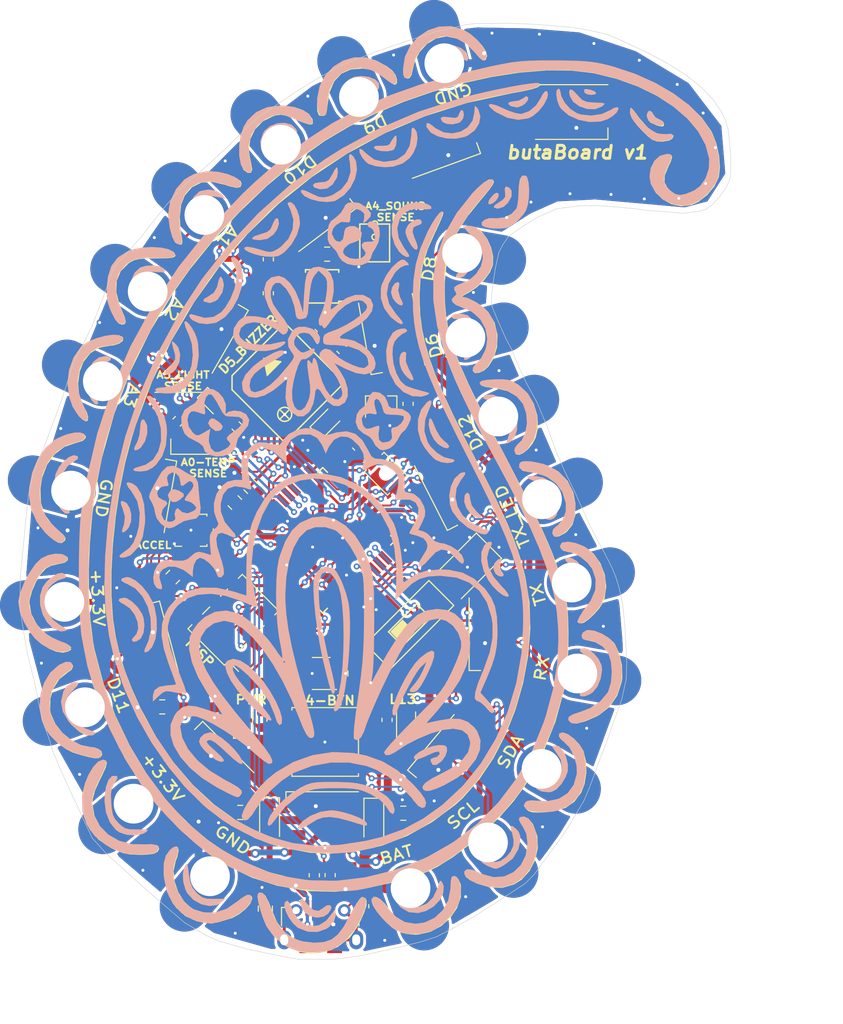
<source format=kicad_pcb>
(kicad_pcb (version 20171130) (host pcbnew "(5.1.2-1)-1")
  (title_block (title "Buta Board") (date 2019-05-25) (rev 1.0) (company "Makerspace Azerbaijan") (comment 1 "by azerimaker"))
  (layers (0 F.Cu signal) (31 B.Cu signal) (34 B.Paste user) (35 F.Paste user) (36 B.SilkS user) (37 F.SilkS user) (38 B.Mask user) (39 F.Mask user) (44 Edge.Cuts user))
  (net 0 "")
  (net 1 +3V3)
  (net 2 GND)
  (net 3 "Net-(C2-Pad1)")
  (net 4 "Net-(C3-Pad1)")
  (net 5 "Net-(C4-Pad1)")
  (net 6 /AREF)
  (net 7 +5V)
  (net 8 VCC)
  (net 9 "Net-(C9-Pad1)")
  (net 10 "Net-(C10-Pad1)")
  (net 11 "Net-(C11-Pad1)")
  (net 12 "Net-(C11-Pad2)")
  (net 13 "Net-(D2-Pad2)")
  (net 14 "Net-(D4-Pad2)")
  (net 15 "Net-(D5-Pad2)")
  (net 16 "Net-(D6-Pad2)")
  (net 17 /NEOPIX_LED)
  (net 18 "Net-(D7-Pad2)")
  (net 19 "Net-(D8-Pad2)")
  (net 20 "Net-(D10-Pad4)")
  (net 21 "Net-(D10-Pad2)")
  (net 22 "Net-(D11-Pad2)")
  (net 23 "Net-(D12-Pad2)")
  (net 24 "Net-(D13-Pad2)")
  (net 25 "Net-(D14-Pad2)")
  (net 26 /D9_A8)
  (net 27 /D10)
  (net 28 /D11)
  (net 29 /D3_SCL)
  (net 30 /D2_SDA)
  (net 31 /D0_RXD)
  (net 32 /D1_TXD)
  (net 33 /D12_A10)
  (net 34 /D6_A7)
  (net 35 /A3)
  (net 36 /A2)
  (net 37 /MISO)
  (net 38 /SCK)
  (net 39 /MOSI)
  (net 40 /~RESET)
  (net 41 "Net-(Q1-Pad1)")
  (net 42 /A5_LIGHT_SENSE)
  (net 43 /D8)
  (net 44 /USB_P)
  (net 45 /USB_N)
  (net 46 /D13_USER_LED)
  (net 47 /D5_BUZZER)
  (net 48 "Net-(R12-Pad2)")
  (net 49 "Net-(R10-Pad2)")
  (net 50 /A4_SOUND_SENSE)
  (net 51 /TX_LED)
  (net 52 /A0_TEMP_SENSE)
  (net 53 "Net-(SW2-Pad3)")
  (net 54 /D7_INT)
  (net 55 "Net-(U4-Pad1)")
  (net 56 "Net-(D15-Pad2)")
  (net 57 "Net-(D16-Pad2)")
  (net 58 "Net-(J6-Pad3)")
  (net 59 "Net-(J6-Pad2)")
  (net 60 /A1)
  (net 61 /D4_PUSH_BTN)
  (net 62 "Net-(D1-Pad1)")
  (module Capacitor_SMD:C_0805_2012Metric (layer F.Cu) (at 135.44 138.38 180)
    (fp_text reference C6 hide)
    (fp_text value 1uF hide)
    (pad 2 smd roundrect (at 0.9375 0 180) (size 0.975 1.4) (layers F.Cu F.Paste F.Mask) (net 2 GND))
    (pad 1 smd roundrect (at -0.9375 0 180) (size 0.975 1.4) (layers F.Cu F.Paste F.Mask) (net 7 +5V))
  )
  (module Capacitor_SMD:C_0805_2012Metric (layer F.Cu) (at 137.97 148.06 90)
    (fp_text reference C9 hide)
    (fp_text value 4.7nF hide)
    (pad 2 smd roundrect (at 0.9375 0 90) (size 0.975 1.4) (layers F.Cu F.Paste F.Mask) (net 2 GND))
    (pad 1 smd roundrect (at -0.9375 0 90) (size 0.975 1.4) (layers F.Cu F.Paste F.Mask) (net 9 "Net-(C9-Pad1)"))
  )
  (module my_Logos:buta4-2 (layer F.Cu) (at 148.71 105.6)
    (fp_text reference G*** hide)
    (fp_text value LOGO hide)
  )
  (module my_Logos:buta4-flipped (layer B.Cu) (at 148.87 105.56 180)
    (fp_text reference G*** hide)
    (fp_text value LOGO hide)
  )
  (module LED_SMD:LED_WS2812B_PLCC4_5.0x5.0mm_P3.2mm (layer F.Cu) (at 168.83 67.91)
    (fp_text reference D6 hide)
    (fp_text value WS2812B hide)
    (pad 1 smd rect (at -2.45 -1.6) (size 1.5 1) (layers F.Cu F.Paste F.Mask) (net 1 +3V3))
    (pad 2 smd rect (at -2.45 1.6) (size 1.5 1) (layers F.Cu F.Paste F.Mask) (net 16 "Net-(D6-Pad2)"))
    (pad 4 smd rect (at 2.45 -1.6) (size 1.5 1) (layers F.Cu F.Paste F.Mask) (net 17 /NEOPIX_LED))
    (pad 3 smd rect (at 2.45 1.6) (size 1.5 1) (layers F.Cu F.Paste F.Mask) (net 2 GND))
  )
  (module LED_SMD:LED_WS2812B_PLCC4_5.0x5.0mm_P3.2mm (layer F.Cu) (at 155.28 70.74 20)
    (fp_text reference D7 hide)
    (fp_text value WS2812B hide)
    (pad 1 smd rect (at -2.45 -1.6 20) (size 1.5 1) (layers F.Cu F.Paste F.Mask) (net 1 +3V3))
    (pad 2 smd rect (at -2.45 1.6 20) (size 1.5 1) (layers F.Cu F.Paste F.Mask) (net 18 "Net-(D7-Pad2)"))
    (pad 4 smd rect (at 2.45 -1.6 20) (size 1.5 1) (layers F.Cu F.Paste F.Mask) (net 16 "Net-(D6-Pad2)"))
    (pad 3 smd rect (at 2.45 1.6 20) (size 1.5 1) (layers F.Cu F.Paste F.Mask) (net 2 GND))
  )
  (module LED_SMD:LED_WS2812B_PLCC4_5.0x5.0mm_P3.2mm (layer F.Cu) (at 142.6 77.55 37)
    (fp_text reference D8 hide)
    (fp_text value WS2812B hide)
    (pad 1 smd rect (at -2.45 -1.6 37) (size 1.5 1) (layers F.Cu F.Paste F.Mask) (net 1 +3V3))
    (pad 2 smd rect (at -2.45 1.6 37) (size 1.5 1) (layers F.Cu F.Paste F.Mask) (net 19 "Net-(D8-Pad2)"))
    (pad 4 smd rect (at 2.45 -1.6 37) (size 1.5 1) (layers F.Cu F.Paste F.Mask) (net 18 "Net-(D7-Pad2)"))
    (pad 3 smd rect (at 2.45 1.6 37) (size 1.5 1) (layers F.Cu F.Paste F.Mask) (net 2 GND))
  )
  (module LED_SMD:LED_WS2812B_PLCC4_5.0x5.0mm_P3.2mm (layer F.Cu) (at 132.05 89.65 60)
    (fp_text reference D9 hide)
    (fp_text value WS2812B hide)
    (pad 1 smd rect (at -2.45 -1.6 60) (size 1.5 1) (layers F.Cu F.Paste F.Mask) (net 1 +3V3))
    (pad 2 smd rect (at -2.45 1.6 60) (size 1.5 1) (layers F.Cu F.Paste F.Mask) (net 20 "Net-(D10-Pad4)"))
    (pad 4 smd rect (at 2.45 -1.6 60) (size 1.5 1) (layers F.Cu F.Paste F.Mask) (net 19 "Net-(D8-Pad2)"))
    (pad 3 smd rect (at 2.45 1.6 60) (size 1.5 1) (layers F.Cu F.Paste F.Mask) (net 2 GND))
  )
  (module LED_SMD:LED_WS2812B_PLCC4_5.0x5.0mm_P3.2mm (layer F.Cu) (at 125.7 106.15 80)
    (fp_text reference D10 hide)
    (fp_text value WS2812B hide)
    (pad 1 smd rect (at -2.45 -1.6 80) (size 1.5 1) (layers F.Cu F.Paste F.Mask) (net 1 +3V3))
    (pad 2 smd rect (at -2.45 1.6 80) (size 1.5 1) (layers F.Cu F.Paste F.Mask) (net 21 "Net-(D10-Pad2)"))
    (pad 4 smd rect (at 2.45 -1.6 80) (size 1.5 1) (layers F.Cu F.Paste F.Mask) (net 20 "Net-(D10-Pad4)"))
    (pad 3 smd rect (at 2.45 1.6 80) (size 1.5 1) (layers F.Cu F.Paste F.Mask) (net 2 GND))
  )
  (module LED_SMD:LED_WS2812B_PLCC4_5.0x5.0mm_P3.2mm (layer F.Cu) (at 125.6 121.35 105)
    (fp_text reference D11 hide)
    (fp_text value WS2812B hide)
    (pad 1 smd rect (at -2.45 -1.6 105) (size 1.5 1) (layers F.Cu F.Paste F.Mask) (net 1 +3V3))
    (pad 2 smd rect (at -2.45 1.6 105) (size 1.5 1) (layers F.Cu F.Paste F.Mask) (net 22 "Net-(D11-Pad2)"))
    (pad 4 smd rect (at 2.45 -1.6 105) (size 1.5 1) (layers F.Cu F.Paste F.Mask) (net 21 "Net-(D10-Pad2)"))
    (pad 3 smd rect (at 2.45 1.6 105) (size 1.5 1) (layers F.Cu F.Paste F.Mask) (net 2 GND))
  )
  (module LED_SMD:LED_WS2812B_PLCC4_5.0x5.0mm_P3.2mm (layer F.Cu) (at 132.3 133.75 135)
    (fp_text reference D12 hide)
    (fp_text value WS2812B hide)
    (pad 1 smd rect (at -2.45 -1.6 135) (size 1.5 1) (layers F.Cu F.Paste F.Mask) (net 1 +3V3))
    (pad 2 smd rect (at -2.45 1.6 135) (size 1.5 1) (layers F.Cu F.Paste F.Mask) (net 23 "Net-(D12-Pad2)"))
    (pad 4 smd rect (at 2.45 -1.6 135) (size 1.5 1) (layers F.Cu F.Paste F.Mask) (net 22 "Net-(D11-Pad2)"))
    (pad 3 smd rect (at 2.45 1.6 135) (size 1.5 1) (layers F.Cu F.Paste F.Mask) (net 2 GND))
  )
  (module LED_SMD:LED_WS2812B_PLCC4_5.0x5.0mm_P3.2mm (layer F.Cu) (at 143.7 139.05 180)
    (fp_text reference D13 hide)
    (fp_text value WS2812B hide)
    (pad 1 smd rect (at -2.45 -1.6 180) (size 1.5 1) (layers F.Cu F.Paste F.Mask) (net 1 +3V3))
    (pad 2 smd rect (at -2.45 1.6 180) (size 1.5 1) (layers F.Cu F.Paste F.Mask) (net 24 "Net-(D13-Pad2)"))
    (pad 4 smd rect (at 2.45 -1.6 180) (size 1.5 1) (layers F.Cu F.Paste F.Mask) (net 23 "Net-(D12-Pad2)"))
    (pad 3 smd rect (at 2.45 1.6 180) (size 1.5 1) (layers F.Cu F.Paste F.Mask) (net 2 GND))
  )
  (module LED_SMD:LED_WS2812B_PLCC4_5.0x5.0mm_P3.2mm (layer F.Cu) (at 156.75 133.1 230)
    (fp_text reference D14 hide)
    (fp_text value WS2812B hide)
    (pad 1 smd rect (at -2.45 -1.6 230) (size 1.5 1) (layers F.Cu F.Paste F.Mask) (net 1 +3V3))
    (pad 2 smd rect (at -2.45 1.6 230) (size 1.5 1) (layers F.Cu F.Paste F.Mask) (net 25 "Net-(D14-Pad2)"))
    (pad 4 smd rect (at 2.45 -1.6 230) (size 1.5 1) (layers F.Cu F.Paste F.Mask) (net 24 "Net-(D13-Pad2)"))
    (pad 3 smd rect (at 2.45 1.6 230) (size 1.5 1) (layers F.Cu F.Paste F.Mask) (net 2 GND))
  )
  (module LED_SMD:LED_WS2812B_PLCC4_5.0x5.0mm_P3.2mm (layer F.Cu) (at 161.25 120.45 270)
    (fp_text reference D15 hide)
    (fp_text value WS2812B hide)
    (pad 1 smd rect (at -2.45 -1.6 270) (size 1.5 1) (layers F.Cu F.Paste F.Mask) (net 1 +3V3))
    (pad 2 smd rect (at -2.45 1.6 270) (size 1.5 1) (layers F.Cu F.Paste F.Mask) (net 56 "Net-(D15-Pad2)"))
    (pad 4 smd rect (at 2.45 -1.6 270) (size 1.5 1) (layers F.Cu F.Paste F.Mask) (net 25 "Net-(D14-Pad2)"))
    (pad 3 smd rect (at 2.45 1.6 270) (size 1.5 1) (layers F.Cu F.Paste F.Mask) (net 2 GND))
  )
  (module LED_SMD:LED_WS2812B_PLCC4_5.0x5.0mm_P3.2mm (layer F.Cu) (at 157.1 105.5 297)
    (fp_text reference D16 hide)
    (fp_text value WS2812B hide)
    (pad 1 smd rect (at -2.45 -1.6 297) (size 1.5 1) (layers F.Cu F.Paste F.Mask) (net 1 +3V3))
    (pad 2 smd rect (at -2.45 1.6 297) (size 1.5 1) (layers F.Cu F.Paste F.Mask) (net 57 "Net-(D16-Pad2)"))
    (pad 4 smd rect (at 2.45 -1.6 297) (size 1.5 1) (layers F.Cu F.Paste F.Mask) (net 56 "Net-(D15-Pad2)"))
    (pad 3 smd rect (at 2.45 1.6 297) (size 1.5 1) (layers F.Cu F.Paste F.Mask) (net 2 GND))
  )
  (module LED_SMD:LED_WS2812B_PLCC4_5.0x5.0mm_P3.2mm (layer F.Cu) (at 150.7 90.25 280)
    (fp_text reference D17 hide)
    (fp_text value WS2812B hide)
    (pad 1 smd rect (at -2.45 -1.6 280) (size 1.5 1) (layers F.Cu F.Paste F.Mask) (net 1 +3V3))
    (pad 2 smd rect (at -2.45 1.6 280) (size 1.5 1) (layers F.Cu F.Paste F.Mask))
    (pad 4 smd rect (at 2.45 -1.6 280) (size 1.5 1) (layers F.Cu F.Paste F.Mask) (net 57 "Net-(D16-Pad2)"))
    (pad 3 smd rect (at 2.45 1.6 280) (size 1.5 1) (layers F.Cu F.Paste F.Mask) (net 2 GND))
  )
  (module Capacitor_SMD:C_0805_2012Metric (layer F.Cu) (at 140.2 124.4 90)
    (fp_text reference C1 hide)
    (fp_text value 1uF hide)
    (pad 2 smd roundrect (at 0.9375 0 90) (size 0.975 1.4) (layers F.Cu F.Paste F.Mask) (net 2 GND))
    (pad 1 smd roundrect (at -0.9375 0 90) (size 0.975 1.4) (layers F.Cu F.Paste F.Mask) (net 1 +3V3))
  )
  (module Capacitor_SMD:C_0805_2012Metric (layer F.Cu) (at 147 124.4 270)
    (fp_text reference C2 hide)
    (fp_text value 1uF hide)
    (pad 2 smd roundrect (at 0.9375 0 270) (size 0.975 1.4) (layers F.Cu F.Paste F.Mask) (net 2 GND))
    (pad 1 smd roundrect (at -0.9375 0 270) (size 0.975 1.4) (layers F.Cu F.Paste F.Mask) (net 3 "Net-(C2-Pad1)"))
  )
  (module Capacitor_SMD:C_0201_0603Metric (layer F.Cu) (at 157.333726 111.246274 45)
    (fp_text reference C3 hide)
    (fp_text value 22pF hide)
    (pad 2 smd roundrect (at 0.32 0 45) (size 0.46 0.4) (layers F.Cu F.Mask) (net 2 GND))
    (pad 1 smd roundrect (at -0.32 0 45) (size 0.46 0.4) (layers F.Cu F.Mask) (net 4 "Net-(C3-Pad1)"))
  )
  (module Capacitor_SMD:C_0201_0603Metric (layer F.Cu) (at 155.47 113.08 225)
    (fp_text reference C4 hide)
    (fp_text value 22pF hide)
    (pad 2 smd roundrect (at 0.32 0 225) (size 0.46 0.4) (layers F.Cu F.Mask) (net 2 GND))
    (pad 1 smd roundrect (at -0.32 0 225) (size 0.46 0.4) (layers F.Cu F.Mask) (net 5 "Net-(C4-Pad1)"))
  )
  (module Capacitor_SMD:C_0805_2012Metric (layer F.Cu) (at 136.5 105.6 135)
    (fp_text reference C5 hide)
    (fp_text value 1uF hide)
    (pad 2 smd roundrect (at 0.9375 0 135) (size 0.975 1.4) (layers F.Cu F.Paste F.Mask) (net 2 GND))
    (pad 1 smd roundrect (at -0.9375 0 135) (size 0.975 1.4) (layers F.Cu F.Paste F.Mask) (net 6 /AREF))
  )
  (module Capacitor_SMD:C_0805_2012Metric (layer F.Cu) (at 151.87 138.46)
    (fp_text reference C7 hide)
    (fp_text value 10uF hide)
    (pad 2 smd roundrect (at 0.9375 0) (size 0.975 1.4) (layers F.Cu F.Paste F.Mask) (net 2 GND))
    (pad 1 smd roundrect (at -0.9375 0) (size 0.975 1.4) (layers F.Cu F.Paste F.Mask) (net 8 VCC))
  )
  (module Capacitor_SMD:C_0805_2012Metric (layer F.Cu) (at 134.9 107.2 135)
    (fp_text reference C8 hide)
    (fp_text value 10uF hide)
    (pad 2 smd roundrect (at 0.9375 0 135) (size 0.975 1.4) (layers F.Cu F.Paste F.Mask) (net 2 GND))
    (pad 1 smd roundrect (at -0.9375 0 135) (size 0.975 1.4) (layers F.Cu F.Paste F.Mask) (net 1 +3V3))
  )
  (module Capacitor_SMD:C_0805_2012Metric (layer F.Cu) (at 128.65 114.7 225)
    (fp_text reference C10 hide)
    (fp_text value 1uF hide)
    (pad 2 smd roundrect (at 0.9375 0 225) (size 0.975 1.4) (layers F.Cu F.Paste F.Mask) (net 2 GND))
    (pad 1 smd roundrect (at -0.9375 0 225) (size 0.975 1.4) (layers F.Cu F.Paste F.Mask) (net 10 "Net-(C10-Pad1)"))
  )
  (module Capacitor_SMD:C_0805_2012Metric (layer F.Cu) (at 144.2 82.21)
    (fp_text reference C11 hide)
    (fp_text value 100nF hide)
    (pad 2 smd roundrect (at 0.9375 0) (size 0.975 1.4) (layers F.Cu F.Paste F.Mask) (net 12 "Net-(C11-Pad2)"))
    (pad 1 smd roundrect (at -0.9375 0) (size 0.975 1.4) (layers F.Cu F.Paste F.Mask) (net 11 "Net-(C11-Pad1)"))
  )
  (module Diode_SMD:D_SOD-123 (layer F.Cu) (at 148.9 139.2 270)
    (fp_text reference D1 hide)
    (fp_text value MBR120 hide)
    (pad 2 smd rect (at 1.65 0 270) (size 0.9 1.2) (layers F.Cu F.Paste F.Mask) (net 8 VCC))
    (pad 1 smd rect (at -1.65 0 270) (size 0.9 1.2) (layers F.Cu F.Paste F.Mask) (net 62 "Net-(D1-Pad1)"))
  )
  (module LED_SMD:LED_0805_2012Metric (layer F.Cu) (at 135.73 129.23 90)
    (fp_text reference D2 hide)
    (fp_text value Green hide)
    (pad 2 smd roundrect (at 0.9375 0 90) (size 0.975 1.4) (layers F.Cu F.Paste F.Mask) (net 13 "Net-(D2-Pad2)"))
    (pad 1 smd roundrect (at -0.9375 0 90) (size 0.975 1.4) (layers F.Cu F.Paste F.Mask) (net 2 GND))
  )
  (module Diode_SMD:D_SOD-123 (layer F.Cu) (at 138.4 139.15 270)
    (fp_text reference D3 hide)
    (fp_text value MBR120 hide)
    (pad 2 smd rect (at 1.65 0 270) (size 0.9 1.2) (layers F.Cu F.Paste F.Mask) (net 7 +5V))
    (pad 1 smd rect (at -1.65 0 270) (size 0.9 1.2) (layers F.Cu F.Paste F.Mask) (net 62 "Net-(D1-Pad1)"))
  )
  (module LED_SMD:LED_0805_2012Metric (layer F.Cu) (at 152.15 129.27 90)
    (fp_text reference D4 hide)
    (fp_text value RED hide)
    (pad 2 smd roundrect (at 0.9375 0 90) (size 0.975 1.4) (layers F.Cu F.Paste F.Mask) (net 14 "Net-(D4-Pad2)"))
    (pad 1 smd roundrect (at -0.9375 0 90) (size 0.975 1.4) (layers F.Cu F.Paste F.Mask) (net 2 GND))
  )
  (module Diode_SMD:D_SOD-323 (layer F.Cu) (at 144.13 99.14 45)
    (fp_text reference D5 hide)
    (fp_text value 1N4148WS hide)
    (pad 2 smd rect (at 1.05 0 45) (size 0.6 0.45) (layers F.Cu F.Paste F.Mask) (net 15 "Net-(D5-Pad2)"))
    (pad 1 smd rect (at -1.05 0 45) (size 0.6 0.45) (layers F.Cu F.Paste F.Mask) (net 1 +3V3))
  )
  (module Pads_Jumpers:Alligator_Pads (layer F.Cu) (at 157.79 82.09 350)
    (fp_text reference J2 hide)
    (fp_text value D8 hide)
    (pad 1 thru_hole oval (at 0 0 350) (size 9 5) (drill 4 (offset 2 0)) (layers *.Cu *.Mask) (net 43 /D8))
  )
  (module Pads_Jumpers:Alligator_Pads (layer F.Cu) (at 147.4 66.4 115)
    (fp_text reference J3 hide)
    (fp_text value D9 hide)
    (pad 1 thru_hole oval (at 0 0 115) (size 9 5) (drill 4 (offset 2 0)) (layers *.Cu *.Mask) (net 26 /D9_A8))
  )
  (module Pads_Jumpers:Alligator_Pads (layer F.Cu) (at 139.54 71.2 130)
    (fp_text reference J4 hide)
    (fp_text value D10 hide)
    (pad 1 thru_hole oval (at 0 0 130) (size 9 5) (drill 4 (offset 2 0)) (layers *.Cu *.Mask) (net 27 /D10))
  )
  (module Pads_Jumpers:Alligator_Pads (layer F.Cu) (at 132.4 144.8 230)
    (fp_text reference J7 hide)
    (fp_text value GND hide)
    (pad 1 thru_hole oval (at 0 0 230) (size 9 5) (drill 4 (offset 2 0)) (layers *.Cu *.Mask) (net 2 GND))
  )
  (module Pads_Jumpers:Alligator_Pads (layer F.Cu) (at 118.4 106 165)
    (fp_text reference J8 hide)
    (fp_text value GND hide)
    (pad 1 thru_hole oval (at 0 0 165) (size 9 5) (drill 4 (offset 2 0)) (layers *.Cu *.Mask) (net 2 GND))
  )
  (module Pads_Jumpers:Alligator_Pads (layer F.Cu) (at 156 63 105)
    (fp_text reference J9 hide)
    (fp_text value GND hide)
    (pad 1 thru_hole oval (at 0 0 105) (size 9 5) (drill 4 (offset 2 0)) (layers *.Cu *.Mask) (net 2 GND))
  )
  (module Pads_Jumpers:Alligator_Pads (layer F.Cu) (at 160.4 141.4 310)
    (fp_text reference J10 hide)
    (fp_text value SCL hide)
    (pad 1 thru_hole oval (at 0 0 310) (size 9 5) (drill 4 (offset 2 0)) (layers *.Cu *.Mask) (net 29 /D3_SCL))
  )
  (module Pads_Jumpers:Alligator_Pads (layer F.Cu) (at 165.8 134 330)
    (fp_text reference J11 hide)
    (fp_text value SDA hide)
    (pad 1 thru_hole oval (at 0 0 330) (size 9 5) (drill 4 (offset 2 0)) (layers *.Cu *.Mask) (net 30 /D2_SDA))
  )
  (module Pads_Jumpers:Alligator_Pads (layer F.Cu) (at 152.6 146 290)
    (fp_text reference J12 hide)
    (fp_text value VBAT hide)
    (pad 1 thru_hole oval (at 0 0 290) (size 9 5) (drill 4 (offset 2 0)) (layers *.Cu *.Mask) (net 8 VCC))
  )
  (module Pads_Jumpers:Alligator_Pads (layer F.Cu) (at 169.4 124.4 350)
    (fp_text reference J13 hide)
    (fp_text value RX hide)
    (pad 1 thru_hole oval (at 0 0 350) (size 9 5) (drill 4 (offset 2 0)) (layers *.Cu *.Mask) (net 31 /D0_RXD))
  )
  (module my_Buzzers-Speakers:GSC8525RA-16R2700 (layer F.Cu) (at 139.92 89.13 315)
    (fp_text reference LS1 hide)
    (fp_text value "Buzzer 2700Hz" hide)
    (fp_text user + (at 6.5 6.399999 135) (layer F.SilkS) (effects (font (size 1.45 1.45))))
    (pad "" smd roundrect (at 0.35 8.15 180) (size 1.2 1.2) (layers F.Cu F.Paste F.Mask))
    (pad "" smd roundrect (at 0 0 90) (size 1.5 1.2) (layers F.Cu F.Paste F.Mask))
    (pad 2 smd roundrect (at 8.5 0) (size 1.5 1.2) (layers F.Cu F.Paste F.Mask) (net 15 "Net-(D5-Pad2)"))
    (pad 1 smd roundrect (at 8.5 8.5 270) (size 1.5 1.2) (layers F.Cu F.Paste F.Mask) (net 1 +3V3))
  )
  (module Package_TO_SOT_SMD:SOT-23 (layer F.Cu) (at 149.64 97.23 90)
    (fp_text reference Q1 hide)
    (fp_text value FHT3265 hide)
    (pad 3 smd rect (at 1 0 90) (size 0.9 0.8) (layers F.Cu F.Paste F.Mask) (net 15 "Net-(D5-Pad2)"))
    (pad 2 smd rect (at -1 0.95 90) (size 0.9 0.8) (layers F.Cu F.Paste F.Mask) (net 2 GND))
    (pad 1 smd rect (at -1 -0.95 90) (size 0.9 0.8) (layers F.Cu F.Paste F.Mask) (net 41 "Net-(Q1-Pad1)"))
  )
  (module Diode_SMD:D_0603_1608Metric (layer F.Cu) (at 132.69 97.19 315)
    (fp_text reference Q2 hide)
    (fp_text value ALS-PT19-315C hide)
    (pad 2 smd roundrect (at 0.7875 0 315) (size 0.875 0.95) (layers F.Cu F.Paste F.Mask) (net 42 /A5_LIGHT_SENSE))
    (pad 1 smd roundrect (at -0.7875 0 315) (size 0.875 0.95) (layers F.Cu F.Paste F.Mask) (net 1 +3V3))
  )
  (module Resistor_SMD:R_0603_1608Metric (layer F.Cu) (at 147.22 101.46 135)
    (fp_text reference R1 hide)
    (fp_text value 10K hide)
    (pad 2 smd roundrect (at 0.7875 0 135) (size 0.875 0.95) (layers F.Cu F.Paste F.Mask) (net 1 +3V3))
    (pad 1 smd roundrect (at -0.7875 0 135) (size 0.875 0.95) (layers F.Cu F.Paste F.Mask) (net 40 /~RESET))
  )
  (module Resistor_SMD:R_0603_1608Metric (layer F.Cu) (at 137.62 129.05 90)
    (fp_text reference R2 hide)
    (fp_text value 1K hide)
    (pad 2 smd roundrect (at 0.7875 0 90) (size 0.875 0.95) (layers F.Cu F.Paste F.Mask) (net 1 +3V3))
    (pad 1 smd roundrect (at -0.7875 0 90) (size 0.875 0.95) (layers F.Cu F.Paste F.Mask) (net 13 "Net-(D2-Pad2)"))
  )
  (module Resistor_SMD:R_0603_1608Metric (layer F.Cu) (at 133.24 110.01 90)
    (fp_text reference R3 hide)
    (fp_text value 10K hide)
    (pad 2 smd roundrect (at 0.7875 0 90) (size 0.875 0.95) (layers F.Cu F.Paste F.Mask) (net 1 +3V3))
    (pad 1 smd roundrect (at -0.7875 0 90) (size 0.875 0.95) (layers F.Cu F.Paste F.Mask) (net 43 /D8))
  )
  (module Resistor_SMD:R_0603_1608Metric (layer F.Cu) (at 144.5 144.687501 270)
    (fp_text reference R4 hide)
    (fp_text value 22R hide)
    (pad 2 smd roundrect (at 0.7875 0 270) (size 0.875 0.95) (layers F.Cu F.Paste F.Mask) (net 58 "Net-(J6-Pad3)"))
    (pad 1 smd roundrect (at -0.7875 0 270) (size 0.875 0.95) (layers F.Cu F.Paste F.Mask) (net 44 /USB_P))
  )
  (module Resistor_SMD:R_0603_1608Metric (layer F.Cu) (at 142.9 144.7 270)
    (fp_text reference R5 hide)
    (fp_text value 22R hide)
    (pad 2 smd roundrect (at 0.7875 0 270) (size 0.875 0.95) (layers F.Cu F.Paste F.Mask) (net 59 "Net-(J6-Pad2)"))
    (pad 1 smd roundrect (at -0.7875 0 270) (size 0.875 0.95) (layers F.Cu F.Paste F.Mask) (net 45 /USB_N))
  )
  (module Resistor_SMD:R_0603_1608Metric (layer F.Cu) (at 150.23 129.07 270)
    (fp_text reference R6 hide)
    (fp_text value 1K hide)
    (pad 2 smd roundrect (at 0.7875 0 270) (size 0.875 0.95) (layers F.Cu F.Paste F.Mask) (net 14 "Net-(D4-Pad2)"))
    (pad 1 smd roundrect (at -0.7875 0 270) (size 0.875 0.95) (layers F.Cu F.Paste F.Mask) (net 46 /D13_USER_LED))
  )
  (module Resistor_SMD:R_0603_1608Metric (layer F.Cu) (at 148.9 147.82 90)
    (fp_text reference R7 hide)
    (fp_text value 1M hide)
    (pad 2 smd roundrect (at 0.7875 0 90) (size 0.875 0.95) (layers F.Cu F.Paste F.Mask) (net 9 "Net-(C9-Pad1)"))
    (pad 1 smd roundrect (at -0.7875 0 90) (size 0.875 0.95) (layers F.Cu F.Paste F.Mask) (net 2 GND))
  )
  (module Resistor_SMD:R_0603_1608Metric (layer F.Cu) (at 152.35 97.26 90)
    (fp_text reference R8 hide)
    (fp_text value 1K hide)
    (pad 2 smd roundrect (at 0.7875 0 90) (size 0.875 0.95) (layers F.Cu F.Paste F.Mask) (net 41 "Net-(Q1-Pad1)"))
    (pad 1 smd roundrect (at -0.7875 0 90) (size 0.875 0.95) (layers F.Cu F.Paste F.Mask) (net 47 /D5_BUZZER))
  )
  (module Resistor_SMD:R_0603_1608Metric (layer F.Cu) (at 145.65 91.73 315)
    (fp_text reference R9 hide)
    (fp_text value 10K hide)
    (pad 2 smd roundrect (at 0.7875 0 315) (size 0.875 0.95) (layers F.Cu F.Paste F.Mask) (net 1 +3V3))
    (pad 1 smd roundrect (at -0.7875 0 315) (size 0.875 0.95) (layers F.Cu F.Paste F.Mask) (net 48 "Net-(R12-Pad2)"))
  )
  (module Resistor_SMD:R_0603_1608Metric (layer F.Cu) (at 138.27 82.73 270)
    (fp_text reference R10 hide)
    (fp_text value 1K hide)
    (pad 2 smd roundrect (at 0.7875 0 270) (size 0.875 0.95) (layers F.Cu F.Paste F.Mask) (net 49 "Net-(R10-Pad2)"))
    (pad 1 smd roundrect (at -0.7875 0 270) (size 0.875 0.95) (layers F.Cu F.Paste F.Mask) (net 11 "Net-(C11-Pad1)"))
  )
  (module Resistor_SMD:R_0603_1608Metric (layer F.Cu) (at 138.27 86.14 270)
    (fp_text reference R11 hide)
    (fp_text value 100K hide)
    (pad 2 smd roundrect (at 0.7875 0 270) (size 0.875 0.95) (layers F.Cu F.Paste F.Mask) (net 50 /A4_SOUND_SENSE))
    (pad 1 smd roundrect (at -0.7875 0 270) (size 0.875 0.95) (layers F.Cu F.Paste F.Mask) (net 49 "Net-(R10-Pad2)"))
  )
  (module Resistor_SMD:R_0603_1608Metric (layer F.Cu) (at 143.46 89.53 315)
    (fp_text reference R12 hide)
    (fp_text value 10K hide)
    (pad 2 smd roundrect (at 0.7875 0 315) (size 0.875 0.95) (layers F.Cu F.Paste F.Mask) (net 48 "Net-(R12-Pad2)"))
    (pad 1 smd roundrect (at -0.7875 0 315) (size 0.875 0.95) (layers F.Cu F.Paste F.Mask) (net 2 GND))
  )
  (module Resistor_SMD:R_0603_1608Metric (layer F.Cu) (at 135.09 99.56 135)
    (fp_text reference R13 hide)
    (fp_text value 10K hide)
    (pad 2 smd roundrect (at 0.7875 0 135) (size 0.875 0.95) (layers F.Cu F.Paste F.Mask) (net 42 /A5_LIGHT_SENSE))
    (pad 1 smd roundrect (at -0.7875 0 135) (size 0.875 0.95) (layers F.Cu F.Paste F.Mask) (net 2 GND))
  )
  (module Resistor_SMD:R_0603_1608Metric (layer F.Cu) (at 130.652 100.428 45)
    (fp_text reference R14 hide)
    (fp_text value 10K hide)
    (pad 2 smd roundrect (at 0.7875 0 45) (size 0.875 0.95) (layers F.Cu F.Paste F.Mask) (net 52 /A0_TEMP_SENSE))
    (pad 1 smd roundrect (at -0.7875 0 45) (size 0.875 0.95) (layers F.Cu F.Paste F.Mask) (net 2 GND))
  )
  (module Resistor_SMD:R_0603_1608Metric (layer F.Cu) (at 152.95 107.26 315)
    (fp_text reference R15 hide)
    (fp_text value 10K hide)
    (pad 2 smd roundrect (at 0.7875 0 315) (size 0.875 0.95) (layers F.Cu F.Paste F.Mask) (net 61 /D4_PUSH_BTN))
    (pad 1 smd roundrect (at -0.7875 0 315) (size 0.875 0.95) (layers F.Cu F.Paste F.Mask) (net 2 GND))
  )
  (module Button_Switch_SMD:SW_SPST_B3U-1000P-B (layer F.Cu) (at 150.1 104.3 135)
    (fp_text reference SW1 hide)
    (fp_text value ~RESET hide)
    (pad "" np_thru_hole circle (at 0 0 135) (size 0.8 0.8) (drill 0.8) (layers *.Cu *.Mask))
    (pad 2 smd rect (at 1.7 0 135) (size 0.9 1.7) (layers F.Cu F.Paste F.Mask) (net 40 /~RESET))
    (pad 1 smd rect (at -1.7 0 135) (size 0.9 1.7) (layers F.Cu F.Paste F.Mask) (net 2 GND))
  )
  (module switch-footprints:MSS22D18 (layer F.Cu) (at 152.5 119.5 225)
    (fp_text reference SW2 hide)
    (fp_text value SW_SPDT hide)
    (pad 1 smd rect (at 2.49936 2.82448 315) (size 1.94818 1.09982) (layers F.Cu F.Paste F.Mask) (net 3 "Net-(C2-Pad1)"))
    (pad 3 smd rect (at -2.49936 2.82448 315) (size 1.94818 1.09982) (layers F.Cu F.Paste F.Mask) (net 53 "Net-(SW2-Pad3)"))
    (pad 1 smd rect (at 2.49936 -2.82448 315) (size 1.94818 1.09982) (layers F.Cu F.Paste F.Mask) (net 3 "Net-(C2-Pad1)"))
    (pad 3 smd rect (at -2.49936 -2.82448 315) (size 1.94818 1.09982) (layers F.Cu F.Paste F.Mask) (net 53 "Net-(SW2-Pad3)"))
    (pad 2 smd rect (at 0 2.82448 315) (size 1.94818 1.09982) (layers F.Cu F.Paste F.Mask) (net 62 "Net-(D1-Pad1)"))
    (pad 2 smd rect (at 0 -2.82448 315) (size 1.94818 1.09982) (layers F.Cu F.Paste F.Mask) (net 62 "Net-(D1-Pad1)"))
  )
  (module switch-footprints:SKHMQKE010_PushButton (layer F.Cu) (at 144 131.25 180)
    (fp_text reference SW3 hide)
    (fp_text value PUSH_BTN hide)
    (pad 1 smd rect (at -4.1832 -2.281 180) (size 1.6 1.4) (layers F.Cu F.Paste F.Mask) (net 61 /D4_PUSH_BTN))
    (pad 1 smd rect (at 4.2418 -2.286 180) (size 1.6 1.4) (layers F.Cu F.Paste F.Mask) (net 61 /D4_PUSH_BTN))
    (pad 2 smd rect (at -4.1832 2.219 180) (size 1.6 1.4) (layers F.Cu F.Paste F.Mask) (net 1 +3V3))
    (pad 2 smd rect (at 4.2418 2.219 180) (size 1.6 1.4) (layers F.Cu F.Paste F.Mask) (net 1 +3V3))
    (pad 3 smd rect (at 4.2418 0) (size 1.6 1.4) (layers F.Cu F.Paste F.Mask))
  )
  (module Resistor_SMD:R_0603_1608Metric_Pad1.05x0.95mm_HandSolder (layer F.Cu) (at 129.152 99.028 45)
    (fp_text reference TH1 hide)
    (fp_text value "10K 1% NTC" hide)
    (pad 2 smd roundrect (at 0.875 0 45) (size 1.05 0.95) (layers F.Cu F.Paste F.Mask) (net 52 /A0_TEMP_SENSE))
    (pad 1 smd roundrect (at -0.875 0 45) (size 1.05 0.95) (layers F.Cu F.Paste F.Mask) (net 1 +3V3))
  )
  (module Package_TO_SOT_SMD:SOT-23-5 (layer F.Cu) (at 143.6 124.4 180)
    (fp_text reference U1 hide)
    (fp_text value AP2112K-3.3 hide)
    (pad 5 smd rect (at 1.1 -0.95 180) (size 1.06 0.65) (layers F.Cu F.Paste F.Mask) (net 1 +3V3))
    (pad 4 smd rect (at 1.1 0.95 180) (size 1.06 0.65) (layers F.Cu F.Paste F.Mask))
    (pad 3 smd rect (at -1.1 0.95 180) (size 1.06 0.65) (layers F.Cu F.Paste F.Mask) (net 3 "Net-(C2-Pad1)"))
    (pad 2 smd rect (at -1.1 0 180) (size 1.06 0.65) (layers F.Cu F.Paste F.Mask) (net 2 GND))
    (pad 1 smd rect (at -1.1 -0.95 180) (size 1.06 0.65) (layers F.Cu F.Paste F.Mask) (net 3 "Net-(C2-Pad1)"))
  )
  (module Package_LGA:LGA-16_3x3mm_P0.5mm_LayoutBorder3x5y (layer F.Cu) (at 130.48 109.99)
    (fp_text reference U2 hide)
    (fp_text value LIS3DH hide)
    (pad 16 smd rect (at -0.5 -1.15) (size 0.35 0.6) (layers F.Cu F.Paste F.Mask) (net 1 +3V3))
    (pad 15 smd rect (at 0 -1.15) (size 0.35 0.6) (layers F.Cu F.Paste F.Mask) (net 1 +3V3))
    (pad 14 smd rect (at 0.5 -1.15) (size 0.35 0.6) (layers F.Cu F.Paste F.Mask) (net 1 +3V3))
    (pad 13 smd rect (at 1.15 -1) (size 0.6 0.35) (layers F.Cu F.Paste F.Mask) (net 1 +3V3))
    (pad 12 smd rect (at 1.15 -0.5) (size 0.6 0.35) (layers F.Cu F.Paste F.Mask) (net 2 GND))
    (pad 11 smd rect (at 1.15 0) (size 0.6 0.35) (layers F.Cu F.Paste F.Mask) (net 54 /D7_INT))
    (pad 10 smd rect (at 1.15 0.5) (size 0.6 0.35) (layers F.Cu F.Paste F.Mask) (net 2 GND))
    (pad 9 smd rect (at 1.15 1) (size 0.6 0.35) (layers F.Cu F.Paste F.Mask))
    (pad 8 smd rect (at 0.5 1.15) (size 0.35 0.6) (layers F.Cu F.Paste F.Mask) (net 43 /D8))
    (pad 7 smd rect (at 0 1.15) (size 0.35 0.6) (layers F.Cu F.Paste F.Mask) (net 37 /MISO))
    (pad 6 smd rect (at -0.5 1.15) (size 0.35 0.6) (layers F.Cu F.Paste F.Mask) (net 39 /MOSI))
    (pad 5 smd rect (at -1.15 1) (size 0.6 0.35) (layers F.Cu F.Paste F.Mask) (net 2 GND))
    (pad 4 smd rect (at -1.15 0.5) (size 0.6 0.35) (layers F.Cu F.Paste F.Mask) (net 38 /SCK))
    (pad 3 smd rect (at -1.15 0) (size 0.6 0.35) (layers F.Cu F.Paste F.Mask))
    (pad 2 smd rect (at -1.15 -0.5) (size 0.6 0.35) (layers F.Cu F.Paste F.Mask))
    (pad 1 smd rect (at -1.15 -1) (size 0.6 0.35) (layers F.Cu F.Paste F.Mask) (net 1 +3V3))
  )
  (module Package_QFP:TQFP-44_10x10mm_P0.8mm (layer F.Cu) (at 143.75 111 45)
    (fp_text reference U3 hide)
    (fp_text value ATmega32U4-AU hide)
    (pad 44 smd rect (at -4 -5.7 135) (size 1.5 0.55) (layers F.Cu F.Paste F.Mask) (net 1 +3V3))
    (pad 43 smd rect (at -3.2 -5.7 135) (size 1.5 0.55) (layers F.Cu F.Paste F.Mask) (net 2 GND))
    (pad 42 smd rect (at -2.4 -5.7 135) (size 1.5 0.55) (layers F.Cu F.Paste F.Mask) (net 6 /AREF))
    (pad 41 smd rect (at -1.6 -5.7 135) (size 1.5 0.55) (layers F.Cu F.Paste F.Mask) (net 42 /A5_LIGHT_SENSE))
    (pad 40 smd rect (at -0.8 -5.7 135) (size 1.5 0.55) (layers F.Cu F.Paste F.Mask) (net 50 /A4_SOUND_SENSE))
    (pad 39 smd rect (at 0 -5.7 135) (size 1.5 0.55) (layers F.Cu F.Paste F.Mask) (net 35 /A3))
    (pad 38 smd rect (at 0.8 -5.7 135) (size 1.5 0.55) (layers F.Cu F.Paste F.Mask) (net 36 /A2))
    (pad 37 smd rect (at 1.6 -5.7 135) (size 1.5 0.55) (layers F.Cu F.Paste F.Mask) (net 60 /A1))
    (pad 36 smd rect (at 2.4 -5.7 135) (size 1.5 0.55) (layers F.Cu F.Paste F.Mask) (net 52 /A0_TEMP_SENSE))
    (pad 35 smd rect (at 3.2 -5.7 135) (size 1.5 0.55) (layers F.Cu F.Paste F.Mask) (net 2 GND))
    (pad 34 smd rect (at 4 -5.7 135) (size 1.5 0.55) (layers F.Cu F.Paste F.Mask) (net 1 +3V3))
    (pad 33 smd rect (at 5.7 -4 45) (size 1.5 0.55) (layers F.Cu F.Paste F.Mask) (net 2 GND))
    (pad 32 smd rect (at 5.7 -3.2 45) (size 1.5 0.55) (layers F.Cu F.Paste F.Mask) (net 46 /D13_USER_LED))
    (pad 31 smd rect (at 5.7 -2.4 45) (size 1.5 0.55) (layers F.Cu F.Paste F.Mask) (net 47 /D5_BUZZER))
    (pad 30 smd rect (at 5.7 -1.6 45) (size 1.5 0.55) (layers F.Cu F.Paste F.Mask) (net 27 /D10))
    (pad 29 smd rect (at 5.7 -0.8 45) (size 1.5 0.55) (layers F.Cu F.Paste F.Mask) (net 26 /D9_A8))
    (pad 28 smd rect (at 5.7 0 45) (size 1.5 0.55) (layers F.Cu F.Paste F.Mask) (net 43 /D8))
    (pad 27 smd rect (at 5.7 0.8 45) (size 1.5 0.55) (layers F.Cu F.Paste F.Mask) (net 34 /D6_A7))
    (pad 26 smd rect (at 5.7 1.6 45) (size 1.5 0.55) (layers F.Cu F.Paste F.Mask) (net 33 /D12_A10))
    (pad 25 smd rect (at 5.7 2.4 45) (size 1.5 0.55) (layers F.Cu F.Paste F.Mask) (net 61 /D4_PUSH_BTN))
    (pad 24 smd rect (at 5.7 3.2 45) (size 1.5 0.55) (layers F.Cu F.Paste F.Mask) (net 1 +3V3))
    (pad 23 smd rect (at 5.7 4 45) (size 1.5 0.55) (layers F.Cu F.Paste F.Mask) (net 2 GND))
    (pad 22 smd rect (at 4 5.7 135) (size 1.5 0.55) (layers F.Cu F.Paste F.Mask) (net 51 /TX_LED))
    (pad 21 smd rect (at 3.2 5.7 135) (size 1.5 0.55) (layers F.Cu F.Paste F.Mask) (net 32 /D1_TXD))
    (pad 20 smd rect (at 2.4 5.7 135) (size 1.5 0.55) (layers F.Cu F.Paste F.Mask) (net 31 /D0_RXD))
    (pad 19 smd rect (at 1.6 5.7 135) (size 1.5 0.55) (layers F.Cu F.Paste F.Mask) (net 30 /D2_SDA))
    (pad 18 smd rect (at 0.8 5.7 135) (size 1.5 0.55) (layers F.Cu F.Paste F.Mask) (net 29 /D3_SCL))
    (pad 17 smd rect (at 0 5.7 135) (size 1.5 0.55) (layers F.Cu F.Paste F.Mask) (net 4 "Net-(C3-Pad1)"))
    (pad 16 smd rect (at -0.8 5.7 135) (size 1.5 0.55) (layers F.Cu F.Paste F.Mask) (net 5 "Net-(C4-Pad1)"))
    (pad 15 smd rect (at -1.6 5.7 135) (size 1.5 0.55) (layers F.Cu F.Paste F.Mask) (net 2 GND))
    (pad 14 smd rect (at -2.4 5.7 135) (size 1.5 0.55) (layers F.Cu F.Paste F.Mask) (net 1 +3V3))
    (pad 13 smd rect (at -3.2 5.7 135) (size 1.5 0.55) (layers F.Cu F.Paste F.Mask) (net 40 /~RESET))
    (pad 12 smd rect (at -4 5.7 135) (size 1.5 0.55) (layers F.Cu F.Paste F.Mask) (net 28 /D11))
    (pad 11 smd rect (at -5.7 4 45) (size 1.5 0.55) (layers F.Cu F.Paste F.Mask) (net 37 /MISO))
    (pad 10 smd rect (at -5.7 3.2 45) (size 1.5 0.55) (layers F.Cu F.Paste F.Mask) (net 39 /MOSI))
    (pad 9 smd rect (at -5.7 2.4 45) (size 1.5 0.55) (layers F.Cu F.Paste F.Mask) (net 38 /SCK))
    (pad 8 smd rect (at -5.7 1.6 45) (size 1.5 0.55) (layers F.Cu F.Paste F.Mask) (net 17 /NEOPIX_LED))
    (pad 7 smd rect (at -5.7 0.8 45) (size 1.5 0.55) (layers F.Cu F.Paste F.Mask) (net 7 +5V))
    (pad 6 smd rect (at -5.7 0 45) (size 1.5 0.55) (layers F.Cu F.Paste F.Mask) (net 10 "Net-(C10-Pad1)"))
    (pad 5 smd rect (at -5.7 -0.8 45) (size 1.5 0.55) (layers F.Cu F.Paste F.Mask) (net 2 GND))
    (pad 4 smd rect (at -5.7 -1.6 45) (size 1.5 0.55) (layers F.Cu F.Paste F.Mask) (net 44 /USB_P))
    (pad 3 smd rect (at -5.7 -2.4 45) (size 1.5 0.55) (layers F.Cu F.Paste F.Mask) (net 45 /USB_N))
    (pad 2 smd rect (at -5.7 -3.2 45) (size 1.5 0.55) (layers F.Cu F.Paste F.Mask) (net 7 +5V))
    (pad 1 smd rect (at -5.7 -4 45) (size 1.5 0.55) (layers F.Cu F.Paste F.Mask) (net 54 /D7_INT))
  )
  (module Package_SO:MSOP-8_3x3mm_P0.65mm (layer F.Cu) (at 143.69 85.45 180)
    (fp_text reference U4 hide)
    (fp_text value LMV358DMR2G hide)
    (pad 8 smd rect (at 2.2 -0.975 180) (size 1.45 0.45) (layers F.Cu F.Paste F.Mask) (net 1 +3V3))
    (pad 7 smd rect (at 2.2 -0.325 180) (size 1.45 0.45) (layers F.Cu F.Paste F.Mask) (net 50 /A4_SOUND_SENSE))
    (pad 6 smd rect (at 2.2 0.325 180) (size 1.45 0.45) (layers F.Cu F.Paste F.Mask) (net 49 "Net-(R10-Pad2)"))
    (pad 5 smd rect (at 2.2 0.975 180) (size 1.45 0.45) (layers F.Cu F.Paste F.Mask) (net 55 "Net-(U4-Pad1)"))
    (pad 4 smd rect (at -2.2 0.975 180) (size 1.45 0.45) (layers F.Cu F.Paste F.Mask) (net 2 GND))
    (pad 3 smd rect (at -2.2 0.325 180) (size 1.45 0.45) (layers F.Cu F.Paste F.Mask) (net 48 "Net-(R12-Pad2)"))
    (pad 2 smd rect (at -2.2 -0.325 180) (size 1.45 0.45) (layers F.Cu F.Paste F.Mask) (net 55 "Net-(U4-Pad1)"))
    (pad 1 smd rect (at -2.2 -0.975 180) (size 1.45 0.45) (layers F.Cu F.Paste F.Mask) (net 55 "Net-(U4-Pad1)"))
  )
  (module sensor_footprints:AOS3729A-T42-NXC-MIC (layer F.Cu) (at 149.04 81.03)
    (fp_text reference U5 hide)
    (fp_text value AOS3729A hide)
    (pad 2 smd circle (at 0.8 1.31) (size 0.8 0.8) (layers F.Cu F.Paste F.Mask) (net 2 GND))
    (pad 3 smd circle (at -0.9 1.31) (size 0.8 0.8) (layers F.Cu F.Paste F.Mask) (net 2 GND))
    (pad 1 smd circle (at 0.8 -1.15) (size 0.8 0.8) (layers F.Cu F.Paste F.Mask) (net 1 +3V3))
    (pad 4 smd circle (at -0.9 -1.15) (size 0.8 0.8) (layers F.Cu F.Paste F.Mask) (net 12 "Net-(C11-Pad2)"))
  )
  (module Crystal:Crystal_SMD_5032-2Pin_5.0x3.2mm (layer F.Cu) (at 158.34 113.7 225)
    (fp_text reference Y1 hide)
    (fp_text value 8MHz hide)
    (pad 2 smd rect (at 1.85 0 225) (size 2 2.4) (layers F.Cu F.Paste F.Mask) (net 5 "Net-(C4-Pad1)"))
    (pad 1 smd rect (at -1.85 0 225) (size 2 2.4) (layers F.Cu F.Paste F.Mask) (net 4 "Net-(C3-Pad1)"))
  )
  (module Pads_Jumpers:Alligator_Pads (layer F.Cu) (at 124.7 137.5 220)
    (fp_text reference J15 hide)
    (fp_text value VBAT hide)
    (pad 1 thru_hole oval (at 0 0 220) (size 9 5) (drill 4 (offset 2 0)) (layers *.Cu *.Mask) (net 1 +3V3))
  )
  (module Pads_Jumpers:Alligator_Pads (layer F.Cu) (at 168.83 115.25 15)
    (fp_text reference J16 hide)
    (fp_text value TX hide)
    (pad 1 thru_hole oval (at 0 0 15) (size 9 5) (drill 4 (offset 2 0)) (layers *.Cu *.Mask) (net 32 /D1_TXD))
  )
  (module Pads_Jumpers:Alligator_Pads (layer F.Cu) (at 165.84 106.87 25)
    (fp_text reference J17 hide)
    (fp_text value TX_LED hide)
    (pad 1 thru_hole oval (at 0 0 25) (size 9 5) (drill 4 (offset 2 0)) (layers *.Cu *.Mask) (net 51 /TX_LED))
  )
  (module Pads_Jumpers:Alligator_Pads (layer F.Cu) (at 161.44 98.54 25)
    (fp_text reference J18 hide)
    (fp_text value D12 hide)
    (pad 1 thru_hole oval (at 0 0 25) (size 9 5) (drill 4 (offset 2 0)) (layers *.Cu *.Mask) (net 33 /D12_A10))
  )
  (module Pads_Jumpers:Alligator_Pads (layer F.Cu) (at 158.13 90.61 15)
    (fp_text reference J19 hide)
    (fp_text value D6 hide)
    (pad 1 thru_hole oval (at 0 0 15) (size 9 5) (drill 4 (offset 2 0)) (layers *.Cu *.Mask) (net 34 /D6_A7))
  )
  (module Pads_Jumpers:Alligator_Pads (layer F.Cu) (at 117.73 117.19 185)
    (fp_text reference J14 hide)
    (fp_text value VBAT hide)
    (pad 1 thru_hole oval (at 0 0 185) (size 9 5) (drill 4 (offset 2 0)) (layers *.Cu *.Mask) (net 1 +3V3))
  )
  (module Pads_Jumpers:Alligator_Pads (layer F.Cu) (at 119.8 127.8 200)
    (fp_text reference J5 hide)
    (fp_text value D11 hide)
    (pad 1 thru_hole oval (at 0 0 200) (size 9 5) (drill 4 (offset 2 0)) (layers *.Cu *.Mask) (net 28 /D11))
  )
  (module Pads_Jumpers:USB_Micro-B_C10418 (layer F.Cu) (at 143.5 147.2)
    (fp_text reference J6 hide)
    (fp_text value USB_B_Micro hide)
    (pad 6 smd rect (at 1.45 4.8375) (size 1.5 1) (layers F.Cu F.Paste F.Mask) (net 9 "Net-(C9-Pad1)"))
    (pad 6 thru_hole circle (at -2.425 1.0375) (size 1.25 1.25) (drill 0.75) (layers *.Cu *.Mask) (net 9 "Net-(C9-Pad1)"))
    (pad 2 smd rect (at -0.65 0.7875) (size 0.4 1.6) (layers F.Cu F.Paste F.Mask) (net 59 "Net-(J6-Pad2)"))
    (pad 1 smd rect (at -1.3 0.7875) (size 0.4 1.6) (layers F.Cu F.Paste F.Mask) (net 7 +5V))
    (pad 5 smd rect (at 1.3 0.7875) (size 0.4 1.6) (layers F.Cu F.Paste F.Mask) (net 2 GND))
    (pad 4 smd rect (at 0.65 0.7875) (size 0.4 1.6) (layers F.Cu F.Paste F.Mask))
    (pad 3 smd rect (at 0 0.7875) (size 0.4 1.6) (layers F.Cu F.Paste F.Mask) (net 58 "Net-(J6-Pad3)"))
    (pad 6 thru_hole circle (at 2.425 1.0375) (size 1.25 1.25) (drill 0.75) (layers *.Cu *.Mask) (net 9 "Net-(C9-Pad1)"))
    (pad 6 smd rect (at -1.35 4.8375) (size 1.5 1) (layers F.Cu F.Paste F.Mask) (net 9 "Net-(C9-Pad1)"))
    (pad 6 thru_hole oval (at -3.625 4 180) (size 1.4 1.9) (drill oval 0.8 1.1) (layers *.Cu *.Mask) (net 9 "Net-(C9-Pad1)"))
    (pad 6 thru_hole oval (at 3.625 4) (size 1.4 1.9) (drill oval 0.8 1.1) (layers *.Cu *.Mask) (net 9 "Net-(C9-Pad1)"))
  )
  (module Pads_Jumpers:Alligator_Pads (layer F.Cu) (at 121.6 95 155)
    (fp_text reference J20 hide)
    (fp_text value A3 hide)
    (pad 1 thru_hole oval (at 0 0 155) (size 9 5) (drill 4 (offset 2 0)) (layers *.Cu *.Mask) (net 35 /A3))
  )
  (module Pads_Jumpers:Alligator_Pads (layer F.Cu) (at 126.12 85.97 145)
    (fp_text reference J21 hide)
    (fp_text value A2 hide)
    (pad 1 thru_hole oval (at 0 0 145) (size 9 5) (drill 4 (offset 2 0)) (layers *.Cu *.Mask) (net 36 /A2))
  )
  (module Pads_Jumpers:Alligator_Pads (layer F.Cu) (at 131.83 78.27 135)
    (fp_text reference J22 hide)
    (fp_text value A1 hide)
    (pad 1 thru_hole oval (at 0 0 135) (size 9 5) (drill 4 (offset 2 0)) (layers *.Cu *.Mask) (net 60 /A1))
  )
  (module Connector_PinHeader_2.54mm:PinHeader_2x03_P2.54mm_Vertical_SMD (layer F.Cu) (at 134.75 119 135)
    (fp_text reference J23 hide)
    (fp_text value ICSP hide)
    (pad 1 smd rect (at -2.525 -2.54 135) (size 3.15 1) (layers F.Cu F.Paste F.Mask) (net 37 /MISO))
    (pad 2 smd rect (at 2.525 -2.54 135) (size 3.15 1) (layers F.Cu F.Paste F.Mask) (net 1 +3V3))
    (pad 3 smd rect (at -2.525 0 135) (size 3.15 1) (layers F.Cu F.Paste F.Mask) (net 38 /SCK))
    (pad 4 smd rect (at 2.525 0 135) (size 3.15 1) (layers F.Cu F.Paste F.Mask) (net 39 /MOSI))
    (pad 5 smd rect (at -2.525 2.54 135) (size 3.15 1) (layers F.Cu F.Paste F.Mask) (net 40 /~RESET))
    (pad 6 smd rect (at 2.525 2.54 135) (size 3.15 1) (layers F.Cu F.Paste F.Mask) (net 2 GND))
  )
  (module Capacitor_SMD:C_0805_2012Metric (layer F.Cu) (at 127.586499 127.762 180)
    (fp_text reference C12 hide)
    (fp_text value 10uF)
    (pad 1 smd roundrect (at -0.9375 0 180) (size 0.975 1.4) (layers F.Cu F.Paste F.Mask) (net 1 +3V3))
    (pad 2 smd roundrect (at 0.9375 0 180) (size 0.975 1.4) (layers F.Cu F.Paste F.Mask) (net 2 GND))
  )
  (gr_text "by azerimaker" (at 169.17 74.04) (layer F.Cu) (effects (font (size 1.2 1.3) (thickness 0.3) italic)))
  (gr_text PWR (at 136.55 127.03) (layer F.SilkS) (effects (font (size 0.9 1) (thickness 0.2))))
  (gr_text L13 (at 151.82 126.99) (layer F.SilkS) (effects (font (size 0.9 1) (thickness 0.2))))
  (gr_text ACCEL (at 126.67 111.49) (layer F.SilkS) (effects (font (size 0.7 0.8) (thickness 0.175))))
  (gr_text "A4_SOUND\nSENSE" (at 151.1 77.94) (layer F.SilkS) (effects (font (size 0.7 0.8) (thickness 0.175))))
  (gr_text "A0-TEMP\nSENSE" (at 132.22 103.71) (layer F.SilkS) (effects (font (size 0.7 0.8) (thickness 0.175))))
  (gr_line (start 131.66 96.11) (end 126.85 96.11) (layer F.SilkS) (width 0.12))
  (gr_text "A5_LIGHT\nSENSE" (at 129.68 94.92) (layer F.SilkS) (effects (font (size 0.7 0.8) (thickness 0.175))))
  (gr_text D5_BUZZER (at 136.26 91.29 45) (layer F.SilkS) (effects (font (size 0.9 0.9) (thickness 0.2))))
  (gr_text ICSP (at 131.36 122.32 315) (layer F.SilkS) (effects (font (size 0.9 1) (thickness 0.2))))
  (gr_line (start 128.45 102.34) (end 135.3 102.34) (layer F.SilkS) (width 0.12))
  (gr_line (start 128.45 100.8) (end 128.45 102.34) (layer F.SilkS) (width 0.12))
  (gr_text D4-BTN (at 143.98 127.12) (layer F.SilkS) (effects (font (size 0.9 1) (thickness 0.2))))
  (gr_text D8 (at 154.5 83.7 80) (layer F.SilkS) (effects (font (size 1.1 1.3) (thickness 0.2))))
  (gr_text D6 (at 154.97 91.42 105) (layer F.SilkS) (effects (font (size 1.1 1.3) (thickness 0.2))))
  (gr_text D12 (at 158.65 100.15 116) (layer F.SilkS) (effects (font (size 1.1 1.3) (thickness 0.2))))
  (gr_text TX_LED (at 162.88 108.58 113) (layer F.SilkS) (effects (font (size 1.1 1.3) (thickness 0.2))))
  (gr_text TX (at 165.47 116.45 105) (layer F.SilkS) (effects (font (size 1.1 1.3) (thickness 0.2))))
  (gr_text RX (at 165.82 123.89 80) (layer F.SilkS) (effects (font (size 1.1 1.3) (thickness 0.2))))
  (gr_text SDA (at 162.66 132.27 60) (layer F.SilkS) (effects (font (size 1.1 1.3) (thickness 0.2))))
  (gr_text SCL (at 157.89 138.62 40) (layer F.SilkS) (effects (font (size 1.1 1.3) (thickness 0.2))))
  (gr_text BAT (at 151.17 142.64 16) (layer F.SilkS) (effects (font (size 1.1 1.3) (thickness 0.2))))
  (gr_text D11 (at 123.17 126.6 290) (layer F.SilkS) (effects (font (size 1.1 1.3) (thickness 0.2))))
  (gr_text GND (at 134.68 141.17 325) (layer F.SilkS) (effects (font (size 1.1 1.3) (thickness 0.2))))
  (gr_text +3.3V (at 127.64 134.86 308) (layer F.SilkS) (effects (font (size 1.1 1.3) (thickness 0.2))))
  (gr_text +3.3V (at 121.08 116.78 273) (layer F.SilkS) (effects (font (size 1.1 1.3) (thickness 0.2))))
  (gr_text GND (at 121.7 106.75 260) (layer F.SilkS) (effects (font (size 1.1 1.3) (thickness 0.2))))
  (gr_text A3 (at 124.52 96.48 250) (layer F.SilkS) (effects (font (size 1.1 1.3) (thickness 0.2))))
  (gr_text A2 (at 128.81 87.77 240) (layer F.SilkS) (effects (font (size 1.1 1.3) (thickness 0.2))))
  (gr_text A1 (at 134.17 80.44 230) (layer F.SilkS) (effects (font (size 1.1 1.3) (thickness 0.2))))
  (gr_text D10 (at 141.44 73.72 218) (layer F.SilkS) (effects (font (size 1.1 1.3) (thickness 0.2))))
  (gr_text D9 (at 149 69.14 205) (layer F.SilkS) (effects (font (size 1.1 1.3) (thickness 0.2))))
  (gr_text GND (at 156.87 66.07 197) (layer F.SilkS) (effects (font (size 1.1 1.3) (thickness 0.2))))
  (gr_text "butaBoard v1" (at 169.39 71.97) (layer F.SilkS) (effects (font (size 1.3 1.4) (thickness 0.3) italic)))
  (gr_line (start 133.27 72.24) (end 135.775 69.825) (layer Edge.Cuts) (width 0.05))
  (gr_line (start 172.42 60.13) (end 172.83 60.26) (layer Edge.Cuts) (width 0.05))
  (gr_line (start 171.2 59.82) (end 172.42 60.13) (layer Edge.Cuts) (width 0.05))
  (gr_line (start 169.91 59.56) (end 171.2 59.82) (layer Edge.Cuts) (width 0.05))
  (gr_line (start 168.62 59.38) (end 169.91 59.56) (layer Edge.Cuts) (width 0.05))
  (gr_line (start 166.92 59.23) (end 168.62 59.38) (layer Edge.Cuts) (width 0.05))
  (gr_line (start 165.27 59.09) (end 166.92 59.23) (layer Edge.Cuts) (width 0.05))
  (gr_line (start 164.28 59.04) (end 165.27 59.09) (layer Edge.Cuts) (width 0.05))
  (gr_line (start 163.5 59.02) (end 164.28 59.04) (layer Edge.Cuts) (width 0.05))
  (gr_line (start 162.45 58.97) (end 163.5 59.02) (layer Edge.Cuts) (width 0.05))
  (gr_line (start 161.4 59) (end 162.45 58.97) (layer Edge.Cuts) (width 0.05))
  (gr_line (start 160.58 59.01) (end 161.4 59) (layer Edge.Cuts) (width 0.05))
  (gr_line (start 160.07 59.01) (end 160.58 59.01) (layer Edge.Cuts) (width 0.05))
  (gr_line (start 159.54 59.01) (end 160.07 59.01) (layer Edge.Cuts) (width 0.05))
  (gr_line (start 159.14 59.01) (end 159.54 59.01) (layer Edge.Cuts) (width 0.05))
  (gr_line (start 158.66 59.06) (end 159.14 59.01) (layer Edge.Cuts) (width 0.05))
  (gr_line (start 158.075 59.14) (end 158.66 59.06) (layer Edge.Cuts) (width 0.05))
  (gr_line (start 176.48 61.95) (end 177.43 62.45) (layer Edge.Cuts) (width 0.05))
  (gr_line (start 174.88 61.2) (end 176.48 61.95) (layer Edge.Cuts) (width 0.05))
  (gr_line (start 173.86 60.72) (end 174.88 61.2) (layer Edge.Cuts) (width 0.05))
  (gr_line (start 172.83 60.26) (end 173.86 60.72) (layer Edge.Cuts) (width 0.05))
  (gr_line (start 178.5 63.02) (end 180.22 64.12) (layer Edge.Cuts) (width 0.05))
  (gr_line (start 177.43 62.45) (end 178.5 63.02) (layer Edge.Cuts) (width 0.05))
  (gr_line (start 180.22 64.12) (end 181.32 64.94) (layer Edge.Cuts) (width 0.05))
  (gr_line (start 181.32 64.94) (end 182.18 65.73) (layer Edge.Cuts) (width 0.05))
  (gr_line (start 122.725 83.65) (end 122.925 83.3) (layer Edge.Cuts) (width 0.05))
  (gr_line (start 122.55 83.95) (end 122.725 83.65) (layer Edge.Cuts) (width 0.05))
  (gr_line (start 122.35 84.5) (end 122.55 83.95) (layer Edge.Cuts) (width 0.05))
  (gr_line (start 157.25 59.35) (end 158.075 59.14) (layer Edge.Cuts) (width 0.05))
  (gr_line (start 155.35 59.775) (end 157.25 59.35) (layer Edge.Cuts) (width 0.05))
  (gr_line (start 154.05 60.175) (end 155.35 59.775) (layer Edge.Cuts) (width 0.05))
  (gr_line (start 151.85 60.9) (end 154.05 60.175) (layer Edge.Cuts) (width 0.05))
  (gr_line (start 150.62 61.32) (end 151.85 60.9) (layer Edge.Cuts) (width 0.05))
  (gr_line (start 148.85 61.95) (end 150.62 61.32) (layer Edge.Cuts) (width 0.05))
  (gr_line (start 146.55 62.825) (end 148.85 61.95) (layer Edge.Cuts) (width 0.05))
  (gr_line (start 145.325 63.35) (end 146.55 62.825) (layer Edge.Cuts) (width 0.05))
  (gr_line (start 143.25 64.525) (end 145.325 63.35) (layer Edge.Cuts) (width 0.05))
  (gr_line (start 140.92 65.95) (end 143.25 64.525) (layer Edge.Cuts) (width 0.05))
  (gr_line (start 138.925 67.3) (end 140.92 65.95) (layer Edge.Cuts) (width 0.05))
  (gr_line (start 137.3 68.375) (end 138.925 67.3) (layer Edge.Cuts) (width 0.05))
  (gr_line (start 135.775 69.825) (end 137.3 68.375) (layer Edge.Cuts) (width 0.05))
  (gr_line (start 131.84 73.53) (end 133.27 72.24) (layer Edge.Cuts) (width 0.05))
  (gr_line (start 130.775 74.45) (end 131.84 73.53) (layer Edge.Cuts) (width 0.05))
  (gr_line (start 129.625 75.425) (end 130.775 74.45) (layer Edge.Cuts) (width 0.05))
  (gr_line (start 128.85 76.325) (end 129.625 75.425) (layer Edge.Cuts) (width 0.05))
  (gr_line (start 128.1 77.15) (end 128.85 76.325) (layer Edge.Cuts) (width 0.05))
  (gr_line (start 127.25 78.2) (end 128.1 77.15) (layer Edge.Cuts) (width 0.05))
  (gr_line (start 126.35 79.325) (end 127.25 78.2) (layer Edge.Cuts) (width 0.05))
  (gr_line (start 125.45 80.5) (end 126.35 79.325) (layer Edge.Cuts) (width 0.05))
  (gr_line (start 123.925 82.225) (end 125.45 80.5) (layer Edge.Cuts) (width 0.05))
  (gr_line (start 122.925 83.3) (end 123.925 82.225) (layer Edge.Cuts) (width 0.05))
  (gr_line (start 122.075 85.375) (end 122.35 84.5) (layer Edge.Cuts) (width 0.05))
  (gr_line (start 121.17 87.78) (end 122.075 85.375) (layer Edge.Cuts) (width 0.05))
  (gr_line (start 120.44 89.62) (end 121.17 87.78) (layer Edge.Cuts) (width 0.05))
  (gr_line (start 118.675 93.075) (end 120.44 89.62) (layer Edge.Cuts) (width 0.05))
  (gr_line (start 118.025 95.125) (end 118.675 93.075) (layer Edge.Cuts) (width 0.05))
  (gr_line (start 117.41 96.99) (end 118.025 95.125) (layer Edge.Cuts) (width 0.05))
  (gr_line (start 116.74 98.77) (end 117.41 96.99) (layer Edge.Cuts) (width 0.05))
  (gr_line (start 115.8 101.325) (end 116.74 98.77) (layer Edge.Cuts) (width 0.05))
  (gr_line (start 114.975 103.25) (end 115.8 101.325) (layer Edge.Cuts) (width 0.05))
  (gr_line (start 114.5 104.725) (end 114.975 103.25) (layer Edge.Cuts) (width 0.05))
  (gr_line (start 114.125 106.375) (end 114.5 104.725) (layer Edge.Cuts) (width 0.05))
  (gr_line (start 113.825 109.15) (end 114.125 106.375) (layer Edge.Cuts) (width 0.05))
  (gr_line (start 113.57 111.87) (end 113.825 109.15) (layer Edge.Cuts) (width 0.05))
  (gr_line (start 113.3 114.575) (end 113.57 111.87) (layer Edge.Cuts) (width 0.05))
  (gr_line (start 113.25 116.825) (end 113.3 114.575) (layer Edge.Cuts) (width 0.05))
  (gr_line (start 113.275 118.025) (end 113.25 116.825) (layer Edge.Cuts) (width 0.05))
  (gr_line (start 113.725 120.8) (end 113.275 118.025) (layer Edge.Cuts) (width 0.05))
  (gr_line (start 114.025 122.45) (end 113.725 120.8) (layer Edge.Cuts) (width 0.05))
  (gr_line (start 114.775 125.525) (end 114.025 122.45) (layer Edge.Cuts) (width 0.05))
  (gr_line (start 115.225 127.775) (end 114.775 125.525) (layer Edge.Cuts) (width 0.05))
  (gr_line (start 115.525 129.2) (end 115.225 127.775) (layer Edge.Cuts) (width 0.05))
  (gr_line (start 116.175 130.925) (end 115.525 129.2) (layer Edge.Cuts) (width 0.05))
  (gr_line (start 116.575 132.25) (end 116.175 130.925) (layer Edge.Cuts) (width 0.05))
  (gr_line (start 117.175 133.675) (end 116.575 132.25) (layer Edge.Cuts) (width 0.05))
  (gr_line (start 118 135.525) (end 117.175 133.675) (layer Edge.Cuts) (width 0.05))
  (gr_line (start 119.025 137.725) (end 118 135.525) (layer Edge.Cuts) (width 0.05))
  (gr_line (start 119.7 139.2) (end 119.025 137.725) (layer Edge.Cuts) (width 0.05))
  (gr_line (start 120.55 140.975) (end 119.7 139.2) (layer Edge.Cuts) (width 0.05))
  (gr_line (start 121.975 142.55) (end 120.55 140.975) (layer Edge.Cuts) (width 0.05))
  (gr_line (start 124.175 144.525) (end 121.975 142.55) (layer Edge.Cuts) (width 0.05))
  (gr_line (start 125.975 146.15) (end 124.175 144.525) (layer Edge.Cuts) (width 0.05))
  (gr_line (start 127.275 147.275) (end 125.975 146.15) (layer Edge.Cuts) (width 0.05))
  (gr_line (start 129.85 149.475) (end 127.275 147.275) (layer Edge.Cuts) (width 0.05))
  (gr_line (start 132 150.75) (end 129.85 149.475) (layer Edge.Cuts) (width 0.05))
  (gr_line (start 133.2 151.3) (end 132 150.75) (layer Edge.Cuts) (width 0.05))
  (gr_line (start 136.025 152.1) (end 133.2 151.3) (layer Edge.Cuts) (width 0.05))
  (gr_line (start 139.075 152.75) (end 136.025 152.1) (layer Edge.Cuts) (width 0.05))
  (gr_line (start 141.25 153.15) (end 139.075 152.75) (layer Edge.Cuts) (width 0.05))
  (gr_line (start 142.75 153.15) (end 141.25 153.15) (layer Edge.Cuts) (width 0.05))
  (gr_line (start 160.775 87.325) (end 160.825 87.525) (layer Edge.Cuts) (width 0.05))
  (gr_line (start 160.75 87.1) (end 160.775 87.325) (layer Edge.Cuts) (width 0.05))
  (gr_line (start 160.75 86.775) (end 160.75 87.1) (layer Edge.Cuts) (width 0.05))
  (gr_line (start 183.09 66.68) (end 182.18 65.73) (layer Edge.Cuts) (width 0.05))
  (gr_line (start 183.52 67.31) (end 183.09 66.68) (layer Edge.Cuts) (width 0.05))
  (gr_line (start 183.82 67.74) (end 183.52 67.31) (layer Edge.Cuts) (width 0.05))
  (gr_line (start 184.06 68.2) (end 183.82 67.74) (layer Edge.Cuts) (width 0.05))
  (gr_line (start 184.32 68.78) (end 184.06 68.2) (layer Edge.Cuts) (width 0.05))
  (gr_line (start 184.575 69.6) (end 184.32 68.78) (layer Edge.Cuts) (width 0.05))
  (gr_line (start 184.7 70.675) (end 184.575 69.6) (layer Edge.Cuts) (width 0.05))
  (gr_line (start 184.8 71.775) (end 184.7 70.675) (layer Edge.Cuts) (width 0.05))
  (gr_line (start 184.85 72.775) (end 184.8 71.775) (layer Edge.Cuts) (width 0.05))
  (gr_line (start 184.85 73.975) (end 184.85 72.775) (layer Edge.Cuts) (width 0.05))
  (gr_line (start 184.75 74.7) (end 184.85 73.975) (layer Edge.Cuts) (width 0.05))
  (gr_line (start 184.4 75.475) (end 184.75 74.7) (layer Edge.Cuts) (width 0.05))
  (gr_line (start 183.825 76.3) (end 184.4 75.475) (layer Edge.Cuts) (width 0.05))
  (gr_line (start 183 77.225) (end 183.825 76.3) (layer Edge.Cuts) (width 0.05))
  (gr_line (start 182.4 77.675) (end 183 77.225) (layer Edge.Cuts) (width 0.05))
  (gr_line (start 181.625 77.9) (end 182.4 77.675) (layer Edge.Cuts) (width 0.05))
  (gr_line (start 180.025 78.1) (end 181.625 77.9) (layer Edge.Cuts) (width 0.05))
  (gr_line (start 178.175 77.925) (end 180.025 78.1) (layer Edge.Cuts) (width 0.05))
  (gr_line (start 176.625 77.825) (end 178.175 77.925) (layer Edge.Cuts) (width 0.05))
  (gr_line (start 175.1 77.625) (end 176.625 77.825) (layer Edge.Cuts) (width 0.05))
  (gr_line (start 173.4 77.475) (end 175.1 77.625) (layer Edge.Cuts) (width 0.05))
  (gr_line (start 171.475 77.325) (end 173.4 77.475) (layer Edge.Cuts) (width 0.05))
  (gr_line (start 169.775 77.325) (end 171.475 77.325) (layer Edge.Cuts) (width 0.05))
  (gr_line (start 167.35 77.625) (end 169.775 77.325) (layer Edge.Cuts) (width 0.05))
  (gr_line (start 165.325 78.525) (end 167.35 77.625) (layer Edge.Cuts) (width 0.05))
  (gr_line (start 163.775 79.5) (end 165.325 78.525) (layer Edge.Cuts) (width 0.05))
  (gr_line (start 162.85 80.15) (end 163.775 79.5) (layer Edge.Cuts) (width 0.05))
  (gr_line (start 162.425 80.475) (end 162.85 80.15) (layer Edge.Cuts) (width 0.05))
  (gr_line (start 161.875 81.3) (end 162.425 80.475) (layer Edge.Cuts) (width 0.05))
  (gr_line (start 161.5 82.025) (end 161.875 81.3) (layer Edge.Cuts) (width 0.05))
  (gr_line (start 161.125 83.7) (end 161.5 82.025) (layer Edge.Cuts) (width 0.05))
  (gr_line (start 160.8 85.95) (end 161.125 83.7) (layer Edge.Cuts) (width 0.05))
  (gr_line (start 160.75 86.775) (end 160.8 85.95) (layer Edge.Cuts) (width 0.05))
  (gr_line (start 161.375 88.85) (end 160.825 87.525) (layer Edge.Cuts) (width 0.05))
  (gr_line (start 162.2 90.7) (end 161.375 88.85) (layer Edge.Cuts) (width 0.05))
  (gr_line (start 162.775 91.775) (end 162.2 90.7) (layer Edge.Cuts) (width 0.05))
  (gr_line (start 163.475 93.5) (end 162.775 91.775) (layer Edge.Cuts) (width 0.05))
  (gr_line (start 164.3 95.225) (end 163.475 93.5) (layer Edge.Cuts) (width 0.05))
  (gr_line (start 165.3 97.05) (end 164.3 95.225) (layer Edge.Cuts) (width 0.05))
  (gr_line (start 166.4 99.65) (end 165.3 97.05) (layer Edge.Cuts) (width 0.05))
  (gr_line (start 167.275 102.1) (end 166.4 99.65) (layer Edge.Cuts) (width 0.05))
  (gr_line (start 168.15 104.1) (end 167.275 102.1) (layer Edge.Cuts) (width 0.05))
  (gr_line (start 169.125 106.1) (end 168.15 104.1) (layer Edge.Cuts) (width 0.05))
  (gr_line (start 169.925 107.875) (end 169.125 106.1) (layer Edge.Cuts) (width 0.05))
  (gr_line (start 170.6 109.375) (end 169.925 107.875) (layer Edge.Cuts) (width 0.05))
  (gr_line (start 171.275 110.7) (end 170.6 109.375) (layer Edge.Cuts) (width 0.05))
  (gr_line (start 172.15 112.3) (end 171.275 110.7) (layer Edge.Cuts) (width 0.05))
  (gr_line (start 172.875 113.725) (end 172.15 112.3) (layer Edge.Cuts) (width 0.05))
  (gr_line (start 173.275 114.7) (end 172.875 113.725) (layer Edge.Cuts) (width 0.05))
  (gr_line (start 173.6 115.75) (end 173.275 114.7) (layer Edge.Cuts) (width 0.05))
  (gr_line (start 173.975 117.5) (end 173.6 115.75) (layer Edge.Cuts) (width 0.05))
  (gr_line (start 174.2 119.825) (end 173.975 117.5) (layer Edge.Cuts) (width 0.05))
  (gr_line (start 174.375 123.35) (end 174.2 119.825) (layer Edge.Cuts) (width 0.05))
  (gr_line (start 174.325 124.95) (end 174.375 123.35) (layer Edge.Cuts) (width 0.05))
  (gr_line (start 173.875 127) (end 174.325 124.95) (layer Edge.Cuts) (width 0.05))
  (gr_line (start 172.925 129.625) (end 173.875 127) (layer Edge.Cuts) (width 0.05))
  (gr_line (start 172.325 131.35) (end 172.925 129.625) (layer Edge.Cuts) (width 0.05))
  (gr_line (start 171.7 132.925) (end 172.325 131.35) (layer Edge.Cuts) (width 0.05))
  (gr_line (start 171.1 134.6) (end 171.7 132.925) (layer Edge.Cuts) (width 0.05))
  (gr_line (start 170.575 136) (end 171.1 134.6) (layer Edge.Cuts) (width 0.05))
  (gr_line (start 170.05 137.225) (end 170.575 136) (layer Edge.Cuts) (width 0.05))
  (gr_line (start 168.225 140.275) (end 170.05 137.225) (layer Edge.Cuts) (width 0.05))
  (gr_line (start 166.7 142.375) (end 168.225 140.275) (layer Edge.Cuts) (width 0.05))
  (gr_line (start 165.05 144.625) (end 166.7 142.375) (layer Edge.Cuts) (width 0.05))
  (gr_line (start 164.15 145.525) (end 165.05 144.625) (layer Edge.Cuts) (width 0.05))
  (gr_line (start 161.325 147.375) (end 164.15 145.525) (layer Edge.Cuts) (width 0.05))
  (gr_line (start 158.75 149) (end 161.325 147.375) (layer Edge.Cuts) (width 0.05))
  (gr_line (start 156.825 150.05) (end 158.75 149) (layer Edge.Cuts) (width 0.05))
  (gr_line (start 155.25 150.875) (end 156.825 150.05) (layer Edge.Cuts) (width 0.05))
  (gr_line (start 153.625 151.4) (end 155.25 150.875) (layer Edge.Cuts) (width 0.05))
  (gr_line (start 151.6 151.9) (end 153.625 151.4) (layer Edge.Cuts) (width 0.05))
  (gr_line (start 149.725 152.325) (end 151.6 151.9) (layer Edge.Cuts) (width 0.05))
  (gr_line (start 147.525 152.8) (end 149.725 152.325) (layer Edge.Cuts) (width 0.05))
  (gr_line (start 146.55 152.95) (end 147.525 152.8) (layer Edge.Cuts) (width 0.05))
  (gr_line (start 144.85 153.15) (end 146.55 152.95) (layer Edge.Cuts) (width 0.05))
  (gr_line (start 143.825 153.15) (end 144.85 153.15) (layer Edge.Cuts) (width 0.05))
  (gr_line (start 142.75 153.15) (end 143.825 153.15) (layer Edge.Cuts) (width 0.05))
  (segment (start 140.2125 125.35) (end 140.2 125.3375) (width 0.6) (layer F.Cu) (net 1))
  (segment (start 142.5 125.35) (end 140.2125 125.35) (width 0.6) (layer F.Cu) (net 1))
  (segment (start 139.7582 129.031) (end 148.1832 129.031) (width 0.3) (layer F.Cu) (net 1))
  (segment (start 138.8225 128.2625) (end 137.62 128.2625) (width 0.3) (layer F.Cu) (net 1))
  (segment (start 139.591 129.031) (end 138.8225 128.2625) (width 0.3) (layer F.Cu) (net 1))
  (segment (start 139.7582 129.031) (end 139.591 129.031) (width 0.3) (layer F.Cu) (net 1))
  (segment (start 153.086385 69.418577) (end 152.430521 70.074441) (width 0.6) (layer F.Cu) (net 1))
  (segment (start 155.554962 66.95) (end 153.086385 69.418577) (width 0.6) (layer F.Cu) (net 1))
  (segment (start 164.8 66.95) (end 155.554962 66.95) (width 0.6) (layer F.Cu) (net 1))
  (segment (start 165.44 66.31) (end 164.8 66.95) (width 0.6) (layer F.Cu) (net 1))
  (segment (start 166.38 66.31) (end 165.44 66.31) (width 0.6) (layer F.Cu) (net 1))
  (segment (start 123.69887 108.284942) (end 121.85 110.133812) (width 0.6) (layer F.Cu) (net 1))
  (segment (start 121.7 117.2) (end 121.85 117.05) (width 0.6) (layer F.Cu) (net 1))
  (segment (start 117.8 117.2) (end 121.7 117.2) (width 0.6) (layer F.Cu) (net 1))
  (segment (start 121.85 110.133812) (end 121.85 117.05) (width 0.6) (layer F.Cu) (net 1))
  (segment (start 128.523999 126.773999) (end 128.523999 127.762) (width 0.6) (layer F.Cu) (net 1))
  (segment (start 125.880629 124.130629) (end 128.523999 126.773999) (width 0.6) (layer F.Cu) (net 1))
  (segment (start 124.688625 124.130629) (end 125.880629 124.130629) (width 0.6) (layer F.Cu) (net 1))
  (via (at 139.9 142.4) (size 0.9) (drill 0.5) (layers F.Cu B.Cu) (net 1))
  (segment (start 137.05 142.4) (end 136.95 142.5) (width 0.6) (layer B.Cu) (net 1))
  (via (at 136.95 142.5) (size 0.9) (drill 0.5) (layers F.Cu B.Cu) (net 1))
  (segment (start 139.9 142.4) (end 137.05 142.4) (width 0.6) (layer B.Cu) (net 1))
  (segment (start 141.55 142.4) (end 139.9 142.4) (width 0.6) (layer F.Cu) (net 1))
  (segment (start 143.3 140.65) (end 141.55 142.4) (width 0.6) (layer F.Cu) (net 1))
  (segment (start 146.15 140.65) (end 143.3 140.65) (width 0.6) (layer F.Cu) (net 1))
  (segment (start 137.62 128.2625) (end 138.4375 128.2625) (width 0.3) (layer F.Cu) (net 1))
  (segment (start 139.8 125.7375) (end 140.2 125.3375) (width 0.6) (layer F.Cu) (net 1))
  (segment (start 139.8 128.9892) (end 139.8 125.7375) (width 0.6) (layer F.Cu) (net 1))
  (segment (start 139.7582 129.031) (end 139.8 128.9892) (width 0.6) (layer F.Cu) (net 1))
  (segment (start 144.678427 114.597056) (end 143.952944 114.597056) (width 0.6) (layer F.Cu) (net 1))
  (segment (start 150.04325 109.232233) (end 144.678427 114.597056) (width 0.6) (layer F.Cu) (net 1))
  (segment (start 135.562913 108.469767) (end 136.891064 109.797918) (width 0.6) (layer F.Cu) (net 1))
  (segment (start 135.562913 107.862913) (end 135.562913 108.469767) (width 0.6) (layer F.Cu) (net 1))
  (segment (start 143.952944 114.597056) (end 144.202943 114.847057) (width 0.6) (layer F.Cu) (net 1))
  (segment (start 144.202943 114.847057) (end 146.083452 116.727565) (width 0.6) (layer F.Cu) (net 1))
  (segment (start 138.1125 125.3375) (end 140.2 125.3375) (width 1) (layer F.Cu) (net 1))
  (segment (start 145.785829 100.903153) (end 142.547918 104.141064) (width 0.25) (layer F.Cu) (net 1))
  (segment (start 146.663153 100.903153) (end 145.785829 100.903153) (width 0.25) (layer F.Cu) (net 1))
  (segment (start 130.613782 136.613782) (end 132.093935 136.613782) (width 0.6) (layer F.Cu) (net 1))
  (segment (start 127.8 128.485999) (end 127.8 133.8) (width 0.6) (layer F.Cu) (net 1))
  (segment (start 132.093935 136.613782) (end 132.901041 136.613782) (width 0.6) (layer F.Cu) (net 1))
  (segment (start 128.523999 127.762) (end 127.8 128.485999) (width 0.6) (layer F.Cu) (net 1))
  (segment (start 126.5 137.5) (end 129 135) (width 0.6) (layer F.Cu) (net 1))
  (segment (start 124.7 137.5) (end 126.5 137.5) (width 0.6) (layer F.Cu) (net 1))
  (segment (start 129 135) (end 130.613782 136.613782) (width 0.6) (layer F.Cu) (net 1))
  (segment (start 127.8 133.8) (end 129 135) (width 0.6) (layer F.Cu) (net 1))
  (segment (start 132.65 107.57) (end 133.24 108.16) (width 0.2) (layer F.Cu) (net 1))
  (segment (start 133.24 108.16) (end 133.24 109.2225) (width 0.2) (layer F.Cu) (net 1))
  (segment (start 132.942913 107.862913) (end 135.562913 107.862913) (width 0.4) (layer F.Cu) (net 1))
  (segment (start 132.65 107.57) (end 132.942913 107.862913) (width 0.4) (layer F.Cu) (net 1))
  (segment (start 129.98 107.67) (end 129.88 107.57) (width 0.2) (layer F.Cu) (net 1))
  (segment (start 129.98 108.84) (end 129.98 107.67) (width 0.2) (layer F.Cu) (net 1))
  (segment (start 130.48 107.62) (end 130.53 107.57) (width 0.2) (layer F.Cu) (net 1))
  (segment (start 130.48 108.84) (end 130.48 107.62) (width 0.2) (layer F.Cu) (net 1))
  (segment (start 130.53 107.57) (end 129.88 107.57) (width 0.4) (layer F.Cu) (net 1))
  (segment (start 131.07 108.25) (end 131.07 107.57) (width 0.2) (layer F.Cu) (net 1))
  (segment (start 130.98 108.34) (end 131.07 108.25) (width 0.2) (layer F.Cu) (net 1))
  (segment (start 130.98 108.84) (end 130.98 108.34) (width 0.2) (layer F.Cu) (net 1))
  (segment (start 131.07 107.57) (end 130.53 107.57) (width 0.4) (layer F.Cu) (net 1))
  (segment (start 132.65 107.57) (end 131.07 107.57) (width 0.4) (layer F.Cu) (net 1))
  (segment (start 133.0075 108.99) (end 133.24 109.2225) (width 0.2) (layer F.Cu) (net 1))
  (segment (start 131.63 108.99) (end 133.0075 108.99) (width 0.2) (layer F.Cu) (net 1))
  (segment (start 136.630297 125.3375) (end 134.156796 127.811001) (width 1) (layer F.Cu) (net 1))
  (segment (start 138.1125 125.3375) (end 136.630297 125.3375) (width 1) (layer F.Cu) (net 1))
  (segment (start 134.156796 127.811001) (end 129.1605 127.811001) (width 1) (layer F.Cu) (net 1))
  (segment (start 129.111499 127.762) (end 128.523999 127.762) (width 1) (layer F.Cu) (net 1))
  (segment (start 129.1605 127.811001) (end 129.111499 127.762) (width 1) (layer F.Cu) (net 1))
  (segment (start 135.562913 107.077447) (end 135.562913 107.862913) (width 0.3) (layer F.Cu) (net 1))
  (segment (start 139.92 102.038594) (end 135.562913 106.395681) (width 0.3) (layer F.Cu) (net 1))
  (segment (start 135.562913 106.395681) (end 135.562913 107.077447) (width 0.3) (layer F.Cu) (net 1))
  (segment (start 139.92 101.150815) (end 139.92 102.038594) (width 0.3) (layer F.Cu) (net 1))
  (segment (start 141.188353 99.882462) (end 143.387538 99.882462) (width 0.3) (layer F.Cu) (net 1))
  (segment (start 139.92 101.150815) (end 141.188353 99.882462) (width 0.3) (layer F.Cu) (net 1))
  (segment (start 128.533282 99.646718) (end 126.08 102.1) (width 0.2) (layer F.Cu) (net 1))
  (segment (start 126.08 102.1) (end 126.08 106.19) (width 0.2) (layer F.Cu) (net 1))
  (segment (start 126.08 106.19) (end 127.46 107.57) (width 0.2) (layer F.Cu) (net 1))
  (segment (start 165.130013 120.530013) (end 162.85 118.25) (width 0.6) (layer F.Cu) (net 1))
  (segment (start 165.130013 126.672139) (end 165.130013 120.530013) (width 0.6) (layer F.Cu) (net 1))
  (segment (start 159.550501 132.251651) (end 165.130013 126.672139) (width 0.6) (layer F.Cu) (net 1))
  (segment (start 162.85 118.25) (end 162.85 118) (width 0.6) (layer F.Cu) (net 1))
  (segment (start 141.49 99.580815) (end 139.92 101.150815) (width 0.3) (layer F.Cu) (net 1))
  (segment (start 141.546847 92.286847) (end 141.49 92.23) (width 0.3) (layer F.Cu) (net 1))
  (segment (start 146.206847 92.286847) (end 141.546847 92.286847) (width 0.3) (layer F.Cu) (net 1))
  (segment (start 141.49 92.23) (end 141.49 99.580815) (width 0.3) (layer F.Cu) (net 1))
  (segment (start 141.49 86.425) (end 141.49 92.23) (width 0.3) (layer F.Cu) (net 1))
  (segment (start 152.430521 70.074441) (end 153.328654 70.074441) (width 0.6) (layer F.Cu) (net 1))
  (segment (start 153.328654 70.074441) (end 154.900775 71.646562) (width 0.6) (layer F.Cu) (net 1))
  (segment (start 154.900775 71.646562) (end 154.900775 73.501903) (width 0.6) (layer F.Cu) (net 1))
  (segment (start 154.900775 73.501903) (end 153.449873 74.952805) (width 0.6) (layer F.Cu) (net 1))
  (segment (start 142.199822 77.74663) (end 140.611258 77.74663) (width 0.6) (layer F.Cu) (net 1))
  (segment (start 153.449873 74.952805) (end 144.993647 74.952805) (width 0.6) (layer F.Cu) (net 1))
  (segment (start 144.993647 74.952805) (end 142.199822 77.74663) (width 0.6) (layer F.Cu) (net 1))
  (segment (start 140.611258 77.74663) (end 139.680439 77.74663) (width 0.6) (layer F.Cu) (net 1))
  (segment (start 143.533049 106.670951) (end 143.589999 106.727901) (width 0.6) (layer F.Cu) (net 1))
  (segment (start 143.589999 106.727901) (end 143.589999 109.365888) (width 0.6) (layer F.Cu) (net 1))
  (segment (start 143.533049 105.126195) (end 143.533049 106.670951) (width 0.6) (layer F.Cu) (net 1))
  (segment (start 142.547918 104.141064) (end 143.533049 105.126195) (width 0.6) (layer F.Cu) (net 1))
  (segment (start 143.589999 109.365888) (end 141.155887 111.8) (width 0.6) (layer F.Cu) (net 1))
  (segment (start 123.196551 98.180595) (end 123.196551 107.782623) (width 0.6) (layer F.Cu) (net 1))
  (segment (start 129.439359 90.971762) (end 129.439359 91.937787) (width 0.6) (layer F.Cu) (net 1))
  (segment (start 129.439359 91.937787) (end 123.196551 98.180595) (width 0.6) (layer F.Cu) (net 1))
  (segment (start 123.196551 107.782623) (end 123.69887 108.284942) (width 0.6) (layer F.Cu) (net 1))
  (segment (start 139.074188 78.352881) (end 139.074188 78.709816) (width 0.6) (layer F.Cu) (net 1))
  (segment (start 139.074188 78.709816) (end 135.104002 82.680002) (width 0.6) (layer F.Cu) (net 1))
  (segment (start 139.680439 77.74663) (end 139.074188 78.352881) (width 0.6) (layer F.Cu) (net 1))
  (segment (start 130.345011 85.844989) (end 130.345011 90.06611) (width 0.6) (layer F.Cu) (net 1))
  (segment (start 130.059107 90.352014) (end 129.439359 90.971762) (width 0.6) (layer F.Cu) (net 1))
  (segment (start 135.104002 82.680002) (end 133.509998 82.680002) (width 0.6) (layer F.Cu) (net 1))
  (segment (start 133.509998 82.680002) (end 130.345011 85.844989) (width 0.6) (layer F.Cu) (net 1))
  (segment (start 130.345011 90.06611) (end 130.059107 90.352014) (width 0.6) (layer F.Cu) (net 1))
  (segment (start 132.133153 96.633153) (end 131.159998 95.659998) (width 0.2) (layer F.Cu) (net 1))
  (segment (start 131.159998 95.659998) (end 128.961998 95.659998) (width 0.2) (layer F.Cu) (net 1))
  (segment (start 126.909998 98.728683) (end 127.828033 99.646718) (width 0.2) (layer F.Cu) (net 1))
  (segment (start 128.961998 95.659998) (end 126.909998 97.711998) (width 0.2) (layer F.Cu) (net 1))
  (segment (start 126.909998 97.711998) (end 126.909998 98.728683) (width 0.2) (layer F.Cu) (net 1))
  (segment (start 127.828033 99.646718) (end 128.533282 99.646718) (width 0.2) (layer F.Cu) (net 1))
  (segment (start 162.85 116.65) (end 164.565033 114.934967) (width 0.6) (layer F.Cu) (net 1))
  (segment (start 162.85 118) (end 162.85 116.65) (width 0.6) (layer F.Cu) (net 1))
  (segment (start 164.565033 114.934967) (end 164.565033 110.989734) (width 0.6) (layer F.Cu) (net 1))
  (segment (start 164.565033 110.989734) (end 161.6 108.024701) (width 0.6) (layer F.Cu) (net 1))
  (segment (start 161.6 108.024701) (end 161.6 104.575996) (width 0.6) (layer F.Cu) (net 1))
  (segment (start 161.6 104.575996) (end 159.614653 102.590649) (width 0.6) (layer F.Cu) (net 1))
  (segment (start 159.614653 102.590649) (end 158.074496 102.590649) (width 0.6) (layer F.Cu) (net 1))
  (segment (start 158.074496 102.590649) (end 157.413334 102.590649) (width 0.6) (layer F.Cu) (net 1))
  (segment (start 121.85 122.864004) (end 123.116625 124.130629) (width 0.6) (layer F.Cu) (net 1))
  (segment (start 123.116625 124.130629) (end 124.070987 124.130629) (width 0.6) (layer F.Cu) (net 1))
  (segment (start 121.85 117.05) (end 121.85 122.864004) (width 0.6) (layer F.Cu) (net 1))
  (segment (start 124.070987 124.130629) (end 124.688625 124.130629) (width 0.6) (layer F.Cu) (net 1))
  (segment (start 136.891064 109.797918) (end 137.713144 110.619998) (width 0.6) (layer F.Cu) (net 1))
  (segment (start 137.713144 110.619998) (end 138.815994 110.619998) (width 0.6) (layer F.Cu) (net 1))
  (segment (start 138.815994 110.619998) (end 138.887941 110.691945) (width 0.6) (layer F.Cu) (net 1))
  (segment (start 138.887941 110.691945) (end 140.047832 110.691945) (width 0.6) (layer F.Cu) (net 1))
  (segment (start 140.047832 110.691945) (end 141.155887 111.8) (width 0.6) (layer F.Cu) (net 1))
  (segment (start 141.155887 111.8) (end 141.155887 111.959889) (width 0.6) (layer F.Cu) (net 1))
  (segment (start 141.155887 111.959889) (end 143.793054 114.597056) (width 0.6) (layer F.Cu) (net 1))
  (segment (start 143.793054 114.597056) (end 143.952944 114.597056) (width 0.6) (layer F.Cu) (net 1))
  (segment (start 157.413334 96.603334) (end 154.33 93.52) (width 0.6) (layer F.Cu) (net 1))
  (segment (start 154.33 93.52) (end 154.33 90.03913) (width 0.6) (layer F.Cu) (net 1))
  (segment (start 147.72622 90.767474) (end 146.613433 91.880261) (width 0.3) (layer F.Cu) (net 1))
  (segment (start 152.537365 88.246495) (end 151.850254 87.559384) (width 0.6) (layer F.Cu) (net 1))
  (segment (start 149.84 79.88) (end 151.34 81.38) (width 0.3) (layer F.Cu) (net 1))
  (segment (start 157.413334 102.590649) (end 157.413334 96.603334) (width 0.6) (layer F.Cu) (net 1))
  (segment (start 146.613433 91.880261) (end 146.206847 92.286847) (width 0.3) (layer F.Cu) (net 1))
  (segment (start 151.34 81.38) (end 151.34 83.704516) (width 0.3) (layer F.Cu) (net 1))
  (segment (start 154.33 90.03913) (end 152.537365 88.246495) (width 0.6) (layer F.Cu) (net 1))
  (segment (start 147.72622 87.318296) (end 147.72622 90.767474) (width 0.3) (layer F.Cu) (net 1))
  (segment (start 151.34 83.704516) (end 147.72622 87.318296) (width 0.3) (layer F.Cu) (net 1))
  (segment (start 138.1125 123.0975) (end 138.1125 125.3375) (width 0.6) (layer F.Cu) (net 1))
  (segment (start 144.04499 121.75501) (end 139.45499 121.75501) (width 0.6) (layer F.Cu) (net 1))
  (segment (start 147.05 117.694114) (end 147.05 118.75) (width 0.6) (layer F.Cu) (net 1))
  (segment (start 144.202943 114.847057) (end 147.05 117.694114) (width 0.6) (layer F.Cu) (net 1))
  (segment (start 139.45499 121.75501) (end 138.1125 123.0975) (width 0.6) (layer F.Cu) (net 1))
  (segment (start 147.05 118.75) (end 144.04499 121.75501) (width 0.6) (layer F.Cu) (net 1))
  (segment (start 131.612 127.762) (end 133.738 127.762) (width 0.3) (layer F.Cu) (net 1))
  (segment (start 131.97 127.404) (end 131.612 127.762) (width 0.3) (layer F.Cu) (net 1))
  (segment (start 131.97 119.812103) (end 131.97 127.404) (width 0.3) (layer F.Cu) (net 1))
  (segment (start 131.168504 119.010607) (end 131.97 119.812103) (width 0.3) (layer F.Cu) (net 1))
  (segment (start 146.354022 142.20177) (end 146.804021 142.651769) (width 0.6) (layer F.Cu) (net 1))
  (segment (start 146.15 140.65) (end 146.15 141.997748) (width 0.6) (layer F.Cu) (net 1))
  (segment (start 147.472252 143.32) (end 148.463604 143.32) (width 0.6) (layer B.Cu) (net 1))
  (segment (start 146.15 141.997748) (end 146.354022 142.20177) (width 0.6) (layer F.Cu) (net 1))
  (segment (start 153.339999 142.560001) (end 149.859999 142.560001) (width 0.6) (layer F.Cu) (net 1))
  (via (at 146.804021 142.651769) (size 0.9) (drill 0.5) (layers F.Cu B.Cu) (net 1))
  (via (at 149.1 143.32) (size 0.9) (drill 0.5) (layers F.Cu B.Cu) (net 1))
  (segment (start 159.550501 132.251651) (end 159.550501 136.349499) (width 0.6) (layer F.Cu) (net 1))
  (segment (start 149.859999 142.560001) (end 149.549999 142.870001) (width 0.6) (layer F.Cu) (net 1))
  (segment (start 146.804021 142.651769) (end 147.472252 143.32) (width 0.6) (layer B.Cu) (net 1))
  (segment (start 159.550501 136.349499) (end 153.339999 142.560001) (width 0.6) (layer F.Cu) (net 1))
  (segment (start 149.549999 142.870001) (end 149.1 143.32) (width 0.6) (layer F.Cu) (net 1))
  (segment (start 148.463604 143.32) (end 149.1 143.32) (width 0.6) (layer B.Cu) (net 1))
  (segment (start 136.95 142.5) (end 135.155996 142.5) (width 0.6) (layer F.Cu) (net 1))
  (segment (start 132.459998 139.804002) (end 132.459998 137.054825) (width 0.6) (layer F.Cu) (net 1))
  (segment (start 132.459998 137.054825) (end 132.476778 137.038045) (width 0.6) (layer F.Cu) (net 1))
  (segment (start 135.155996 142.5) (end 132.459998 139.804002) (width 0.6) (layer F.Cu) (net 1))
  (segment (start 132.476778 137.038045) (end 132.901041 136.613782) (width 0.6) (layer F.Cu) (net 1))
  (segment (start 128.52 108.99) (end 128.12 108.59) (width 0.2) (layer F.Cu) (net 1))
  (segment (start 129.33 108.99) (end 128.52 108.99) (width 0.2) (layer F.Cu) (net 1))
  (segment (start 128.12 107.72) (end 128.27 107.57) (width 0.2) (layer F.Cu) (net 1))
  (segment (start 128.27 107.57) (end 129.88 107.57) (width 0.2) (layer F.Cu) (net 1))
  (segment (start 128.12 108.59) (end 128.12 107.72) (width 0.2) (layer F.Cu) (net 1))
  (segment (start 129.88 107.57) (end 128.01 107.57) (width 0.4) (layer F.Cu) (net 1))
  (segment (start 128.01 107.57) (end 128.27 107.57) (width 0.2) (layer F.Cu) (net 1))
  (segment (start 127.46 107.57) (end 128.01 107.57) (width 0.2) (layer F.Cu) (net 1))
  (via (at 144.82 149.64) (size 0.8) (drill 0.4) (layers F.Cu B.Cu) (net 2))
  (segment (start 144.8 149.62) (end 144.82 149.64) (width 0.3) (layer F.Cu) (net 2))
  (segment (start 144.8 147.9875) (end 144.8 149.62) (width 0.3) (layer F.Cu) (net 2))
  (segment (start 144.7 124.4) (end 146.0625 124.4) (width 0.6) (layer F.Cu) (net 2))
  (via (at 146.0625 124.4) (size 0.6) (drill 0.3) (layers F.Cu B.Cu) (net 2))
  (segment (start 147 125.3375) (end 146.0625 124.4) (width 0.6) (layer F.Cu) (net 2))
  (segment (start 148.5825 125.3375) (end 148.59 125.33) (width 0.6) (layer F.Cu) (net 2))
  (via (at 148.59 125.33) (size 0.6) (drill 0.3) (layers F.Cu B.Cu) (net 2))
  (segment (start 147 125.3375) (end 148.5825 125.3375) (width 0.6) (layer F.Cu) (net 2))
  (via (at 142.69 124.4) (size 0.6) (drill 0.3) (layers F.Cu B.Cu) (net 2))
  (segment (start 141.1375 124.4) (end 142.69 124.4) (width 0.4) (layer F.Cu) (net 2))
  (segment (start 140.2 123.4625) (end 141.1375 124.4) (width 0.4) (layer F.Cu) (net 2))
  (segment (start 142.69 124.4) (end 146.0625 124.4) (width 0.4) (layer B.Cu) (net 2))
  (via (at 169.3 69.5) (size 0.8) (drill 0.4) (layers F.Cu B.Cu) (net 2))
  (segment (start 169.31 69.51) (end 169.3 69.5) (width 0.6) (layer F.Cu) (net 2))
  (segment (start 171.28 69.51) (end 169.31 69.51) (width 0.6) (layer F.Cu) (net 2))
  (segment (start 157.244441 71.405559) (end 156.4 72.25) (width 0.6) (layer F.Cu) (net 2))
  (via (at 156.4 72.25) (size 0.8) (drill 0.4) (layers F.Cu B.Cu) (net 2))
  (segment (start 158.129479 71.405559) (end 157.244441 71.405559) (width 0.6) (layer F.Cu) (net 2))
  (via (at 144.05 78.55) (size 0.8) (drill 0.4) (layers F.Cu B.Cu) (net 2))
  (segment (start 145.24663 77.35337) (end 144.05 78.55) (width 0.6) (layer F.Cu) (net 2))
  (segment (start 145.519561 77.35337) (end 145.24663 77.35337) (width 0.6) (layer F.Cu) (net 2))
  (via (at 133.55 89.75) (size 0.8) (drill 0.4) (layers F.Cu B.Cu) (net 2))
  (segment (start 134.660641 88.639359) (end 133.55 89.75) (width 0.6) (layer F.Cu) (net 2))
  (segment (start 134.660641 88.328238) (end 134.660641 88.639359) (width 0.6) (layer F.Cu) (net 2))
  (via (at 127.1 105.75) (size 0.8) (drill 0.4) (layers F.Cu B.Cu) (net 2))
  (segment (start 127.70113 105.14887) (end 127.1 105.75) (width 0.6) (layer F.Cu) (net 2))
  (segment (start 127.70113 104.015058) (end 127.70113 105.14887) (width 0.6) (layer F.Cu) (net 2))
  (via (at 126.65 120.25) (size 0.8) (drill 0.4) (layers F.Cu B.Cu) (net 2))
  (segment (start 126.511375 120.111375) (end 126.65 120.25) (width 0.6) (layer F.Cu) (net 2))
  (segment (start 126.511375 118.569371) (end 126.511375 120.111375) (width 0.6) (layer F.Cu) (net 2))
  (via (at 132.5 132.7) (size 0.8) (drill 0.4) (layers F.Cu B.Cu) (net 2))
  (segment (start 131.698959 131.898959) (end 132.5 132.7) (width 0.6) (layer F.Cu) (net 2))
  (segment (start 131.698959 130.886218) (end 131.698959 131.898959) (width 0.6) (layer F.Cu) (net 2))
  (via (at 125.1 127.8) (size 0.8) (drill 0.4) (layers F.Cu B.Cu) (net 2))
  (segment (start 125.138 127.762) (end 125.1 127.8) (width 0.6) (layer F.Cu) (net 2))
  (segment (start 126.648999 127.762) (end 125.138 127.762) (width 0.6) (layer F.Cu) (net 2))
  (via (at 143.05 137.75) (size 0.8) (drill 0.4) (layers F.Cu B.Cu) (net 2))
  (segment (start 142.75 137.45) (end 143.05 137.75) (width 0.6) (layer F.Cu) (net 2))
  (segment (start 141.25 137.45) (end 142.75 137.45) (width 0.6) (layer F.Cu) (net 2))
  (via (at 155.4 134.1) (size 0.8) (drill 0.4) (layers F.Cu B.Cu) (net 2))
  (segment (start 155.248349 133.948349) (end 155.4 134.1) (width 0.6) (layer F.Cu) (net 2))
  (segment (start 153.949499 133.948349) (end 155.248349 133.948349) (width 0.6) (layer F.Cu) (net 2))
  (via (at 160.1 121.35) (size 0.8) (drill 0.4) (layers F.Cu B.Cu) (net 2))
  (segment (start 159.65 121.8) (end 160.1 121.35) (width 0.6) (layer F.Cu) (net 2))
  (segment (start 159.65 122.9) (end 159.65 121.8) (width 0.6) (layer F.Cu) (net 2))
  (via (at 156.8 106.9) (size 0.8) (drill 0.4) (layers F.Cu B.Cu) (net 2))
  (segment (start 156.786666 106.913334) (end 156.8 106.9) (width 0.6) (layer F.Cu) (net 2))
  (segment (start 156.786666 108.409351) (end 156.786666 106.913334) (width 0.6) (layer F.Cu) (net 2))
  (via (at 118.05 110) (size 0.8) (drill 0.4) (layers F.Cu B.Cu) (net 2))
  (segment (start 118.4 109.65) (end 118.05 110) (width 0.8) (layer B.Cu) (net 2))
  (segment (start 118.4 106) (end 118.4 109.65) (width 0.8) (layer B.Cu) (net 2))
  (via (at 160 62) (size 0.8) (drill 0.4) (layers F.Cu B.Cu) (net 2))
  (segment (start 159 63) (end 160 62) (width 0.8) (layer B.Cu) (net 2))
  (segment (start 156 63) (end 159 63) (width 0.8) (layer B.Cu) (net 2))
  (via (at 146.05 146.1) (size 0.8) (drill 0.4) (layers F.Cu B.Cu) (net 2))
  (segment (start 146.05 146.1375) (end 146.05 146.1) (width 0.3) (layer F.Cu) (net 2))
  (segment (start 144.8 147.9875) (end 144.8 147.3875) (width 0.3) (layer F.Cu) (net 2))
  (segment (start 144.8 147.3875) (end 146.05 146.1375) (width 0.3) (layer F.Cu) (net 2))
  (via (at 133.35 105.65) (size 0.8) (drill 0.4) (layers F.Cu B.Cu) (net 2))
  (segment (start 134.237087 106.537087) (end 133.35 105.65) (width 0.6) (layer F.Cu) (net 2))
  (via (at 140.9 103.6) (size 0.6) (drill 0.3) (layers F.Cu B.Cu) (net 2))
  (segment (start 141.982233 104.682233) (end 140.9 103.6) (width 0.3) (layer F.Cu) (net 2))
  (segment (start 141.982233 104.70675) (end 141.982233 104.682233) (width 0.3) (layer F.Cu) (net 2))
  (via (at 151.7 108.7) (size 0.6) (drill 0.3) (layers F.Cu B.Cu) (net 2))
  (segment (start 150.608936 109.791064) (end 151.7 108.7) (width 0.3) (layer F.Cu) (net 2))
  (segment (start 150.608936 109.797918) (end 150.608936 109.791064) (width 0.3) (layer F.Cu) (net 2))
  (segment (start 146.649138 116.16188) (end 145.8 115.312742) (width 0.3) (layer F.Cu) (net 2))
  (via (at 146.15 114.5) (size 0.6) (drill 0.3) (layers F.Cu B.Cu) (net 2))
  (segment (start 145.8 114.85) (end 146.15 114.5) (width 0.3) (layer F.Cu) (net 2))
  (segment (start 145.8 115.312742) (end 145.8 114.85) (width 0.3) (layer F.Cu) (net 2))
  (segment (start 151.302082 105.612082) (end 152.393153 106.703153) (width 0.25) (layer F.Cu) (net 2))
  (segment (start 151.302082 105.502082) (end 151.302082 105.612082) (width 0.25) (layer F.Cu) (net 2))
  (via (at 133.167466 114.00001) (size 0.6) (drill 0.3) (layers F.Cu B.Cu) (net 2))
  (segment (start 134.760607 115.418504) (end 133.342113 114.00001) (width 0.3) (layer F.Cu) (net 2))
  (segment (start 133.342113 114.00001) (end 133.167466 114.00001) (width 0.3) (layer F.Cu) (net 2))
  (segment (start 136.29499 131.428133) (end 136.29499 131.852397) (width 0.3) (layer F.Cu) (net 2))
  (segment (start 136.29499 130.73249) (end 136.29499 131.428133) (width 0.3) (layer F.Cu) (net 2))
  (via (at 136.29499 131.852397) (size 0.6) (drill 0.3) (layers F.Cu B.Cu) (net 2))
  (segment (start 135.73 130.1675) (end 136.29499 130.73249) (width 0.3) (layer F.Cu) (net 2))
  (via (at 130.48 109.98) (size 0.6) (drill 0.3) (layers F.Cu B.Cu) (net 2))
  (segment (start 130.99 110.49) (end 130.48 109.98) (width 0.2) (layer F.Cu) (net 2))
  (segment (start 131.63 110.49) (end 130.99 110.49) (width 0.2) (layer F.Cu) (net 2))
  (segment (start 130.97 109.49) (end 130.48 109.98) (width 0.2) (layer F.Cu) (net 2))
  (segment (start 131.63 109.49) (end 130.97 109.49) (width 0.2) (layer F.Cu) (net 2))
  (via (at 127.12 114.23) (size 0.6) (drill 0.3) (layers F.Cu B.Cu) (net 2))
  (segment (start 127.12 114.495826) (end 127.987087 115.362913) (width 0.4) (layer F.Cu) (net 2))
  (segment (start 127.12 114.23) (end 127.12 114.495826) (width 0.4) (layer F.Cu) (net 2))
  (via (at 150.51 99.46) (size 0.6) (drill 0.3) (layers F.Cu B.Cu) (net 2))
  (segment (start 150.59 99.38) (end 150.51 99.46) (width 0.4) (layer F.Cu) (net 2))
  (segment (start 150.59 98.23) (end 150.59 99.38) (width 0.4) (layer F.Cu) (net 2))
  (segment (start 152.393153 106.051139) (end 152.48502 105.959272) (width 0.25) (layer F.Cu) (net 2))
  (segment (start 152.393153 106.703153) (end 152.393153 106.051139) (width 0.25) (layer F.Cu) (net 2))
  (via (at 152.490728 105.959272) (size 0.6) (drill 0.3) (layers F.Cu B.Cu) (net 2))
  (segment (start 152.48502 105.959272) (end 152.490728 105.959272) (width 0.25) (layer F.Cu) (net 2))
  (segment (start 127.70113 103.37887) (end 127.70113 104.015058) (width 0.2) (layer F.Cu) (net 2))
  (segment (start 130.095153 100.984847) (end 127.70113 103.37887) (width 0.2) (layer F.Cu) (net 2))
  (via (at 154.5 114.05) (size 0.6) (drill 0.3) (layers F.Cu B.Cu) (net 2))
  (segment (start 155.243726 113.306274) (end 154.5 114.05) (width 0.2) (layer F.Cu) (net 2))
  (via (at 161.51 111.7) (size 0.6) (drill 0.3) (layers F.Cu B.Cu) (net 2))
  (via (at 158.33 113.7) (size 0.6) (drill 0.3) (layers F.Cu B.Cu) (net 2))
  (via (at 152.83 111.24) (size 0.6) (drill 0.3) (layers F.Cu B.Cu) (net 2))
  (via (at 152.07 112) (size 0.6) (drill 0.3) (layers F.Cu B.Cu) (net 2))
  (via (at 147.89 117.71) (size 0.6) (drill 0.3) (layers F.Cu B.Cu) (net 2))
  (via (at 151.63 131.46) (size 0.6) (drill 0.3) (layers F.Cu B.Cu) (net 2))
  (segment (start 152.15 130.94) (end 151.63 131.46) (width 0.25) (layer F.Cu) (net 2))
  (segment (start 152.15 130.2075) (end 152.15 130.94) (width 0.25) (layer F.Cu) (net 2))
  (via (at 143.97 131.3) (size 0.6) (drill 0.3) (layers F.Cu B.Cu) (net 2))
  (segment (start 145.89 84.475) (end 146.39 84.475) (width 0.3) (layer F.Cu) (net 2))
  (segment (start 149.84 82.34) (end 148.14 82.34) (width 0.3) (layer F.Cu) (net 2))
  (via (at 147.3875 83.4775) (size 0.6) (drill 0.3) (layers F.Cu B.Cu) (net 2))
  (segment (start 148.14 82.34) (end 148.14 82.725) (width 0.3) (layer F.Cu) (net 2))
  (segment (start 148.14 82.725) (end 147.3875 83.4775) (width 0.3) (layer F.Cu) (net 2))
  (segment (start 146.39 84.475) (end 147.3875 83.4775) (width 0.3) (layer F.Cu) (net 2))
  (via (at 144 88.08) (size 0.6) (drill 0.3) (layers F.Cu B.Cu) (net 2))
  (segment (start 143.106847 88.973153) (end 144 88.08) (width 0.3) (layer F.Cu) (net 2))
  (segment (start 142.903153 88.973153) (end 143.106847 88.973153) (width 0.3) (layer F.Cu) (net 2))
  (segment (start 135.787876 100.219008) (end 135.787876 100.643272) (width 0.2) (layer F.Cu) (net 2))
  (via (at 135.787876 100.643272) (size 0.6) (drill 0.3) (layers F.Cu B.Cu) (net 2))
  (segment (start 135.685715 100.116847) (end 135.787876 100.219008) (width 0.2) (layer F.Cu) (net 2))
  (segment (start 135.646847 100.116847) (end 135.685715 100.116847) (width 0.2) (layer F.Cu) (net 2))
  (segment (start 135.114037 104.214037) (end 134.858717 104.214037) (width 0.6) (layer F.Cu) (net 2))
  (segment (start 135.837087 104.937087) (end 135.114037 104.214037) (width 0.6) (layer F.Cu) (net 2))
  (via (at 134.858717 104.214037) (size 0.8) (drill 0.4) (layers F.Cu B.Cu) (net 2))
  (segment (start 157.56 111.02) (end 157.884399 110.695601) (width 0.2) (layer F.Cu) (net 2))
  (segment (start 157.884399 110.695601) (end 158.116917 110.695601) (width 0.2) (layer F.Cu) (net 2))
  (segment (start 158.116917 110.695601) (end 158.541181 110.695601) (width 0.2) (layer F.Cu) (net 2))
  (via (at 158.541181 110.695601) (size 0.6) (drill 0.3) (layers F.Cu B.Cu) (net 2))
  (segment (start 139.153806 114.464823) (end 140.119846 113.498783) (width 0.3) (layer F.Cu) (net 2))
  (via (at 140.119846 113.480154) (size 0.6) (drill 0.3) (layers F.Cu B.Cu) (net 2))
  (segment (start 140.119846 113.498783) (end 140.119846 113.480154) (width 0.3) (layer F.Cu) (net 2))
  (segment (start 128.83 110.99) (end 128.806541 111.013459) (width 0.2) (layer F.Cu) (net 2))
  (segment (start 129.33 110.99) (end 128.83 110.99) (width 0.2) (layer F.Cu) (net 2))
  (via (at 128.806541 111.342124) (size 0.6) (drill 0.3) (layers F.Cu B.Cu) (net 2))
  (segment (start 128.806541 111.013459) (end 128.806541 111.342124) (width 0.2) (layer F.Cu) (net 2))
  (via (at 142.26 101.95) (size 0.6) (drill 0.3) (layers F.Cu B.Cu) (net 2))
  (via (at 141.74 100.93) (size 0.6) (drill 0.3) (layers F.Cu B.Cu) (net 2))
  (segment (start 140.9 103.31) (end 142.26 101.95) (width 0.3) (layer F.Cu) (net 2))
  (segment (start 140.9 103.6) (end 140.9 103.31) (width 0.3) (layer F.Cu) (net 2))
  (segment (start 141.74 101.43) (end 142.26 101.95) (width 0.3) (layer F.Cu) (net 2))
  (segment (start 141.74 100.93) (end 141.74 101.43) (width 0.3) (layer F.Cu) (net 2))
  (segment (start 139.164633 109.08) (end 140.2 109.08) (width 0.3) (layer F.Cu) (net 2))
  (segment (start 138.41136 109.833273) (end 139.164633 109.08) (width 0.3) (layer F.Cu) (net 2))
  (segment (start 138.05779 109.833273) (end 138.41136 109.833273) (width 0.3) (layer F.Cu) (net 2))
  (segment (start 137.45675 109.232233) (end 138.05779 109.833273) (width 0.3) (layer F.Cu) (net 2))
  (via (at 140.2 109.08) (size 0.6) (drill 0.3) (layers F.Cu B.Cu) (net 2))
  (segment (start 144.952082 104.141064) (end 145.978224 103.114922) (width 0.3) (layer F.Cu) (net 2))
  (segment (start 144.848183 101.95) (end 145.678225 102.780042) (width 0.25) (layer B.Cu) (net 2))
  (segment (start 145.978224 103.114922) (end 145.978224 103.080041) (width 0.3) (layer F.Cu) (net 2))
  (via (at 145.978224 103.080041) (size 0.6) (drill 0.3) (layers F.Cu B.Cu) (net 2))
  (segment (start 142.26 101.95) (end 144.848183 101.95) (width 0.25) (layer B.Cu) (net 2))
  (segment (start 145.678225 102.780042) (end 145.978224 103.080041) (width 0.25) (layer B.Cu) (net 2))
  (via (at 148.98 91.43) (size 0.8) (drill 0.4) (layers F.Cu B.Cu) (net 2))
  (segment (start 149.549746 92.940616) (end 148.862635 92.253505) (width 0.6) (layer F.Cu) (net 2))
  (segment (start 148.862635 92.253505) (end 148.862635 91.547365) (width 0.6) (layer F.Cu) (net 2))
  (segment (start 148.862635 91.547365) (end 148.98 91.43) (width 0.6) (layer F.Cu) (net 2))
  (via (at 156.46 112.21) (size 0.6) (drill 0.3) (layers F.Cu B.Cu) (net 2))
  (via (at 154.95 110.75) (size 0.6) (drill 0.3) (layers F.Cu B.Cu) (net 2))
  (via (at 149.14 117.98) (size 0.6) (drill 0.3) (layers F.Cu B.Cu) (net 2))
  (via (at 148.58 116.88) (size 0.6) (drill 0.3) (layers F.Cu B.Cu) (net 2))
  (via (at 158.15 146.86) (size 0.6) (drill 0.3) (layers F.Cu B.Cu) (net 2))
  (via (at 165.89 139.83) (size 0.6) (drill 0.3) (layers F.Cu B.Cu) (net 2))
  (via (at 170.34 129.91) (size 0.6) (drill 0.3) (layers F.Cu B.Cu) (net 2))
  (via (at 172.02 119.65) (size 0.6) (drill 0.3) (layers F.Cu B.Cu) (net 2))
  (via (at 169.24 110.43) (size 0.6) (drill 0.3) (layers F.Cu B.Cu) (net 2))
  (via (at 165.25 101.92) (size 0.6) (drill 0.3) (layers F.Cu B.Cu) (net 2))
  (via (at 161.51 93.93) (size 0.6) (drill 0.3) (layers F.Cu B.Cu) (net 2))
  (via (at 158.93 86.06) (size 0.6) (drill 0.3) (layers F.Cu B.Cu) (net 2))
  (via (at 162.28 78.52) (size 0.6) (drill 0.3) (layers F.Cu B.Cu) (net 2))
  (via (at 164.73 76.97) (size 0.6) (drill 0.3) (layers F.Cu B.Cu) (net 2))
  (via (at 168.66 76.13) (size 0.6) (drill 0.3) (layers F.Cu B.Cu) (net 2))
  (via (at 172.79 76.2) (size 0.6) (drill 0.3) (layers F.Cu B.Cu) (net 2))
  (via (at 176.14 76.65) (size 0.6) (drill 0.3) (layers F.Cu B.Cu) (net 2))
  (via (at 179.62 76.59) (size 0.6) (drill 0.3) (layers F.Cu B.Cu) (net 2))
  (via (at 182.33 75.1) (size 0.6) (drill 0.3) (layers F.Cu B.Cu) (net 2))
  (via (at 183.3 71.49) (size 0.6) (drill 0.3) (layers F.Cu B.Cu) (net 2))
  (via (at 182.07 68.01) (size 0.6) (drill 0.3) (layers F.Cu B.Cu) (net 2))
  (via (at 179.46 65.13) (size 0.6) (drill 0.3) (layers F.Cu B.Cu) (net 2))
  (via (at 175.64 62.7) (size 0.6) (drill 0.3) (layers F.Cu B.Cu) (net 2))
  (via (at 171.07 61.01) (size 0.6) (drill 0.3) (layers F.Cu B.Cu) (net 2))
  (via (at 165.58 60.08) (size 0.6) (drill 0.3) (layers F.Cu B.Cu) (net 2))
  (via (at 160.8 59.97) (size 0.6) (drill 0.3) (layers F.Cu B.Cu) (net 2))
  (via (at 150.89 62.17) (size 0.6) (drill 0.3) (layers F.Cu B.Cu) (net 2))
  (via (at 142.25 66.31) (size 0.6) (drill 0.3) (layers F.Cu B.Cu) (net 2))
  (via (at 133.93 72.83) (size 0.6) (drill 0.3) (layers F.Cu B.Cu) (net 2))
  (via (at 126.79 80.54) (size 0.6) (drill 0.3) (layers F.Cu B.Cu) (net 2))
  (via (at 121.28 89.09) (size 0.6) (drill 0.3) (layers F.Cu B.Cu) (net 2))
  (via (at 117.36 99.75) (size 0.6) (drill 0.3) (layers F.Cu B.Cu) (net 2))
  (via (at 115.07 109.75) (size 0.6) (drill 0.3) (layers F.Cu B.Cu) (net 2))
  (via (at 115.42 123.36) (size 0.6) (drill 0.3) (layers F.Cu B.Cu) (net 2))
  (via (at 119.26 134.55) (size 0.6) (drill 0.3) (layers F.Cu B.Cu) (net 2))
  (via (at 125.64 144.2) (size 0.6) (drill 0.3) (layers F.Cu B.Cu) (net 2))
  (via (at 134.94 150.54) (size 0.6) (drill 0.3) (layers F.Cu B.Cu) (net 2))
  (via (at 150 151.25) (size 0.6) (drill 0.3) (layers F.Cu B.Cu) (net 2))
  (via (at 139.98 92.09) (size 0.6) (drill 0.3) (layers F.Cu B.Cu) (net 2))
  (via (at 140.02 94.71) (size 0.6) (drill 0.3) (layers F.Cu B.Cu) (net 2))
  (via (at 139.93 98.35) (size 0.6) (drill 0.3) (layers F.Cu B.Cu) (net 2))
  (via (at 124.42 110.6) (size 0.6) (drill 0.3) (layers F.Cu B.Cu) (net 2))
  (via (at 123.01 115.78) (size 0.6) (drill 0.3) (layers F.Cu B.Cu) (net 2))
  (via (at 137.64 145.93) (size 0.6) (drill 0.3) (layers F.Cu B.Cu) (net 2))
  (segment (start 137.97 146.26) (end 137.64 145.93) (width 0.2) (layer F.Cu) (net 2))
  (segment (start 137.97 147.1225) (end 137.97 146.26) (width 0.2) (layer F.Cu) (net 2))
  (segment (start 148.9 150.15) (end 150 151.25) (width 0.2) (layer F.Cu) (net 2))
  (segment (start 148.9 148.6075) (end 148.9 150.15) (width 0.2) (layer F.Cu) (net 2))
  (via (at 154.98 137.22) (size 0.6) (drill 0.3) (layers F.Cu B.Cu) (net 2))
  (segment (start 153.74 138.46) (end 154.98 137.22) (width 0.6) (layer F.Cu) (net 2))
  (segment (start 152.8075 138.46) (end 153.74 138.46) (width 0.6) (layer F.Cu) (net 2))
  (via (at 151.77 137.11) (size 0.6) (drill 0.3) (layers F.Cu B.Cu) (net 2))
  (segment (start 152.8075 138.1475) (end 151.77 137.11) (width 0.6) (layer F.Cu) (net 2))
  (segment (start 152.8075 138.46) (end 152.8075 138.1475) (width 0.6) (layer F.Cu) (net 2))
  (via (at 131.25 139.3) (size 0.8) (drill 0.4) (layers F.Cu B.Cu) (net 2))
  (segment (start 132.4 144.8) (end 131.25 143.65) (width 0.8) (layer B.Cu) (net 2))
  (segment (start 131.25 143.65) (end 131.25 139.865685) (width 0.8) (layer B.Cu) (net 2))
  (segment (start 131.25 139.865685) (end 131.25 139.3) (width 0.8) (layer B.Cu) (net 2))
  (via (at 133.26 139.42) (size 0.6) (drill 0.3) (layers F.Cu B.Cu) (net 2))
  (segment (start 134.3 138.38) (end 133.26 139.42) (width 0.6) (layer F.Cu) (net 2))
  (segment (start 134.5025 138.38) (end 134.3 138.38) (width 0.6) (layer F.Cu) (net 2))
  (via (at 144.83 108.96) (size 0.6) (drill 0.3) (layers F.Cu B.Cu) (net 2))
  (via (at 145.75 110.77) (size 0.6) (drill 0.3) (layers F.Cu B.Cu) (net 2))
  (via (at 142.73 111.68) (size 0.6) (drill 0.3) (layers F.Cu B.Cu) (net 2))
  (segment (start 148.0975 123.4625) (end 150.512686 121.047314) (width 0.8) (layer F.Cu) (net 3))
  (segment (start 147 123.4625) (end 148.0975 123.4625) (width 0.8) (layer F.Cu) (net 3))
  (segment (start 150.512686 121.047314) (end 148.735477 119.270105) (width 0.8) (layer F.Cu) (net 3))
  (segment (start 152.729895 123.264523) (end 150.512686 121.047314) (width 0.8) (layer F.Cu) (net 3))
  (segment (start 144.7125 123.4625) (end 144.7 123.45) (width 0.8) (layer F.Cu) (net 3))
  (segment (start 147 123.4625) (end 144.7125 123.4625) (width 0.8) (layer F.Cu) (net 3))
  (segment (start 143.87 125.35) (end 143.59 125.07) (width 0.3) (layer F.Cu) (net 3))
  (segment (start 144.7 125.35) (end 143.87 125.35) (width 0.3) (layer F.Cu) (net 3))
  (segment (start 143.59 125.07) (end 143.59 123.66) (width 0.3) (layer F.Cu) (net 3))
  (segment (start 143.8 123.45) (end 144.7 123.45) (width 0.3) (layer F.Cu) (net 3))
  (segment (start 143.59 123.66) (end 143.8 123.45) (width 0.3) (layer F.Cu) (net 3))
  (segment (start 148.381549 115.631549) (end 149.618451 115.631549) (width 0.2) (layer F.Cu) (net 4))
  (segment (start 149.618451 115.631549) (end 153.777452 111.472548) (width 0.2) (layer F.Cu) (net 4))
  (segment (start 156.747255 111.472548) (end 157.107452 111.472548) (width 0.2) (layer F.Cu) (net 4))
  (segment (start 147.780509 115.030509) (end 148.381549 115.631549) (width 0.2) (layer F.Cu) (net 4))
  (segment (start 153.777452 111.472548) (end 156.747255 111.472548) (width 0.2) (layer F.Cu) (net 4))
  (segment (start 158.026756 112.391852) (end 157.107452 111.472548) (width 0.2) (layer F.Cu) (net 4))
  (segment (start 159.648148 112.391852) (end 158.026756 112.391852) (width 0.2) (layer F.Cu) (net 4))
  (segment (start 155.908406 113.065858) (end 155.696274 112.853726) (width 0.2) (layer F.Cu) (net 5))
  (segment (start 157.031852 114.189304) (end 155.908406 113.065858) (width 0.2) (layer F.Cu) (net 5))
  (segment (start 157.031852 115.008148) (end 157.031852 114.189304) (width 0.2) (layer F.Cu) (net 5))
  (segment (start 149.674764 116.197234) (end 153.230404 112.641594) (width 0.2) (layer F.Cu) (net 5))
  (segment (start 153.230404 112.641594) (end 155.484142 112.641594) (width 0.2) (layer F.Cu) (net 5))
  (segment (start 155.484142 112.641594) (end 155.696274 112.853726) (width 0.2) (layer F.Cu) (net 5))
  (segment (start 147.214823 115.596194) (end 147.815863 116.197234) (width 0.2) (layer F.Cu) (net 5))
  (segment (start 147.815863 116.197234) (end 149.674764 116.197234) (width 0.2) (layer F.Cu) (net 5))
  (segment (start 137.162913 107.807026) (end 138.022435 108.666548) (width 0.6) (layer F.Cu) (net 6))
  (segment (start 137.162913 106.262913) (end 137.162913 107.807026) (width 0.6) (layer F.Cu) (net 6))
  (segment (start 142.2 146.8875) (end 141.91125 146.59875) (width 0.3) (layer F.Cu) (net 7))
  (segment (start 142.2 147.9875) (end 142.2 146.8875) (width 0.3) (layer F.Cu) (net 7))
  (via (at 142.21 149.61) (size 0.6) (drill 0.3) (layers F.Cu B.Cu) (net 7))
  (segment (start 142.2 149.6) (end 142.21 149.61) (width 0.3) (layer F.Cu) (net 7))
  (segment (start 142.2 147.9875) (end 142.2 149.6) (width 0.3) (layer F.Cu) (net 7))
  (segment (start 142.21 146.8975) (end 141.08125 145.76875) (width 0.3) (layer B.Cu) (net 7))
  (segment (start 142.21 149.61) (end 142.21 146.8975) (width 0.3) (layer B.Cu) (net 7))
  (segment (start 141.04625 145.73375) (end 141.91125 146.59875) (width 0.6) (layer F.Cu) (net 7))
  (via (at 141.04625 145.73375) (size 0.8) (drill 0.4) (layers F.Cu B.Cu) (net 7))
  (segment (start 138.4 143.0875) (end 140.646251 145.333751) (width 0.6) (layer F.Cu) (net 7))
  (segment (start 138.4 140.8) (end 138.4 143.0875) (width 0.6) (layer F.Cu) (net 7))
  (segment (start 140.646251 145.333751) (end 141.04625 145.73375) (width 0.6) (layer F.Cu) (net 7))
  (segment (start 138.3375 140.7375) (end 138.4 140.8) (width 0.4) (layer F.Cu) (net 7))
  (segment (start 141.66 114.221371) (end 140.285177 115.596194) (width 0.25) (layer F.Cu) (net 7))
  (via (at 132.84 128.85) (size 0.6) (drill 0.3) (layers F.Cu B.Cu) (net 7))
  (segment (start 133.954889 135.555111) (end 134.19 135.790222) (width 0.25) (layer F.Cu) (net 7))
  (segment (start 133.954889 130.544889) (end 133.954889 135.555111) (width 0.25) (layer F.Cu) (net 7))
  (segment (start 132.84 129.43) (end 133.954889 130.544889) (width 0.25) (layer F.Cu) (net 7))
  (segment (start 132.84 128.85) (end 132.84 129.43) (width 0.25) (layer F.Cu) (net 7))
  (via (at 132.91 126.69) (size 0.6) (drill 0.3) (layers F.Cu B.Cu) (net 7))
  (segment (start 132.84 128.85) (end 132.84 126.76) (width 0.25) (layer B.Cu) (net 7))
  (segment (start 132.84 126.76) (end 132.91 126.69) (width 0.25) (layer B.Cu) (net 7))
  (via (at 143.66 120.1) (size 0.6) (drill 0.3) (layers F.Cu B.Cu) (net 7))
  (segment (start 143.959999 119.800001) (end 143.96 119.274253) (width 0.25) (layer B.Cu) (net 7))
  (segment (start 143.96 119.274253) (end 143.96 118.849989) (width 0.25) (layer B.Cu) (net 7))
  (segment (start 143.66 120.1) (end 143.959999 119.800001) (width 0.25) (layer B.Cu) (net 7))
  (via (at 143.96 118.849989) (size 0.6) (drill 0.3) (layers F.Cu B.Cu) (net 7))
  (segment (start 141.66 114.13641) (end 141.66 114.221371) (width 0.25) (layer F.Cu) (net 7))
  (segment (start 139.690317 112.166727) (end 141.66 114.13641) (width 0.25) (layer F.Cu) (net 7))
  (segment (start 138.05779 112.166727) (end 139.690317 112.166727) (width 0.25) (layer F.Cu) (net 7))
  (segment (start 137.45675 112.767767) (end 138.05779 112.166727) (width 0.25) (layer F.Cu) (net 7))
  (segment (start 141.66 114.221371) (end 141.856375 114.221371) (width 0.25) (layer F.Cu) (net 7))
  (segment (start 142.565002 114.929998) (end 142.565002 116.141412) (width 0.25) (layer F.Cu) (net 7))
  (segment (start 142.565002 116.141412) (end 143.660001 117.236411) (width 0.25) (layer F.Cu) (net 7))
  (segment (start 143.660001 118.54999) (end 143.96 118.849989) (width 0.25) (layer F.Cu) (net 7))
  (segment (start 141.856375 114.221371) (end 142.565002 114.929998) (width 0.25) (layer F.Cu) (net 7))
  (segment (start 143.660001 117.236411) (end 143.660001 118.54999) (width 0.25) (layer F.Cu) (net 7))
  (segment (start 133.334264 126.69) (end 132.91 126.69) (width 0.25) (layer F.Cu) (net 7))
  (segment (start 137.487489 123.313567) (end 134.111056 126.69) (width 0.25) (layer F.Cu) (net 7))
  (segment (start 143.66 120.1) (end 140.226101 120.1) (width 0.25) (layer F.Cu) (net 7))
  (segment (start 140.226101 120.1) (end 137.487489 122.838612) (width 0.25) (layer F.Cu) (net 7))
  (segment (start 137.487489 122.838612) (end 137.487489 123.313567) (width 0.25) (layer F.Cu) (net 7))
  (segment (start 134.111056 126.69) (end 133.334264 126.69) (width 0.25) (layer F.Cu) (net 7))
  (segment (start 136.3775 138.7775) (end 138.4 140.8) (width 0.6) (layer F.Cu) (net 7))
  (segment (start 136.3775 138.38) (end 136.3775 138.7775) (width 0.6) (layer F.Cu) (net 7))
  (segment (start 136.33 138.3325) (end 136.3775 138.38) (width 0.3) (layer F.Cu) (net 7))
  (segment (start 135.89 136.93) (end 136.33 137.37) (width 0.3) (layer F.Cu) (net 7))
  (segment (start 136.33 137.37) (end 136.33 138.3325) (width 0.3) (layer F.Cu) (net 7))
  (segment (start 135.329778 136.93) (end 135.89 136.93) (width 0.3) (layer F.Cu) (net 7))
  (segment (start 134.19 135.790222) (end 135.329778 136.93) (width 0.3) (layer F.Cu) (net 7))
  (segment (start 152.6 146) (end 152.6 145) (width 1) (layer F.Cu) (net 8))
  (segment (start 148.9425 140.8075) (end 148.9 140.85) (width 0.8) (layer F.Cu) (net 8))
  (segment (start 150.097996 146) (end 152.6 146) (width 1) (layer F.Cu) (net 8))
  (segment (start 147.949998 142.747998) (end 147.949998 143.852002) (width 1) (layer F.Cu) (net 8))
  (segment (start 148.9 141.797996) (end 147.949998 142.747998) (width 1) (layer F.Cu) (net 8))
  (segment (start 148.9 140.85) (end 148.9 141.797996) (width 1) (layer F.Cu) (net 8))
  (segment (start 147.949998 143.852002) (end 150.097996 146) (width 1) (layer F.Cu) (net 8))
  (segment (start 149.99 140.85) (end 148.9 140.85) (width 0.6) (layer F.Cu) (net 8))
  (segment (start 150.9325 139.9075) (end 149.99 140.85) (width 0.6) (layer F.Cu) (net 8))
  (segment (start 150.9325 138.46) (end 150.9325 139.9075) (width 0.6) (layer F.Cu) (net 8))
  (segment (start 147.125 149.4375) (end 147.125 151.2) (width 0.3) (layer F.Cu) (net 9))
  (segment (start 145.925 148.2375) (end 147.125 149.4375) (width 0.3) (layer F.Cu) (net 9))
  (segment (start 145.7875 151.2) (end 144.95 152.0375) (width 0.3) (layer F.Cu) (net 9))
  (segment (start 147.125 151.2) (end 145.7875 151.2) (width 0.3) (layer F.Cu) (net 9))
  (segment (start 142.15 151.84) (end 142.15 152.0375) (width 0.3) (layer F.Cu) (net 9))
  (segment (start 141.51 151.2) (end 142.15 151.84) (width 0.3) (layer F.Cu) (net 9))
  (segment (start 139.875 151.2) (end 141.51 151.2) (width 0.3) (layer F.Cu) (net 9))
  (segment (start 139.875 149.4375) (end 139.875 151.2) (width 0.3) (layer F.Cu) (net 9))
  (segment (start 141.075 148.2375) (end 139.875 149.4375) (width 0.3) (layer F.Cu) (net 9))
  (segment (start 142.15 152.0375) (end 144.95 152.0375) (width 0.3) (layer F.Cu) (net 9))
  (segment (start 139.875 150.9025) (end 139.875 151.2) (width 0.2) (layer F.Cu) (net 9))
  (segment (start 137.97 148.9975) (end 139.875 150.9025) (width 0.2) (layer F.Cu) (net 9))
  (segment (start 147.13 147.0325) (end 145.925 148.2375) (width 0.2) (layer F.Cu) (net 9))
  (segment (start 148.9 147.0325) (end 147.13 147.0325) (width 0.2) (layer F.Cu) (net 9))
  (segment (start 139.046902 115.56) (end 139.118451 115.631549) (width 0.3) (layer F.Cu) (net 10))
  (segment (start 136.372996 115.56) (end 139.046902 115.56) (width 0.3) (layer F.Cu) (net 10))
  (segment (start 139.118451 115.631549) (end 139.719491 115.030509) (width 0.3) (layer F.Cu) (net 10))
  (segment (start 134.162996 113.35) (end 136.372996 115.56) (width 0.3) (layer F.Cu) (net 10))
  (segment (start 130 113.35) (end 134.162996 113.35) (width 0.3) (layer F.Cu) (net 10))
  (segment (start 129.312913 114.037087) (end 130 113.35) (width 0.3) (layer F.Cu) (net 10))
  (segment (start 142.995 81.9425) (end 143.2625 82.21) (width 0.3) (layer F.Cu) (net 11))
  (segment (start 138.27 81.9425) (end 142.995 81.9425) (width 0.3) (layer F.Cu) (net 11))
  (segment (start 147.4675 79.88) (end 148.14 79.88) (width 0.3) (layer F.Cu) (net 12))
  (segment (start 145.1375 82.21) (end 147.4675 79.88) (width 0.3) (layer F.Cu) (net 12))
  (segment (start 137.275 129.8375) (end 135.73 128.2925) (width 0.3) (layer F.Cu) (net 13))
  (segment (start 137.62 129.8375) (end 137.275 129.8375) (width 0.3) (layer F.Cu) (net 13))
  (segment (start 150.625 129.8575) (end 152.15 128.3325) (width 0.3) (layer F.Cu) (net 14))
  (segment (start 150.23 129.8575) (end 150.625 129.8575) (width 0.3) (layer F.Cu) (net 14))
  (segment (start 144.872462 96.198354) (end 145.930408 95.140408) (width 0.3) (layer F.Cu) (net 15))
  (segment (start 144.872462 98.397538) (end 144.872462 96.198354) (width 0.3) (layer F.Cu) (net 15))
  (segment (start 147.02 96.23) (end 145.930408 95.140408) (width 0.4) (layer F.Cu) (net 15))
  (segment (start 149.64 96.23) (end 147.02 96.23) (width 0.4) (layer F.Cu) (net 15))
  (segment (start 166.38 68.71) (end 166.38 69.51) (width 0.3) (layer F.Cu) (net 16))
  (segment (start 166.068542 68.398542) (end 166.38 68.71) (width 0.3) (layer F.Cu) (net 16))
  (segment (start 157.035015 68.398542) (end 166.068542 68.398542) (width 0.3) (layer F.Cu) (net 16))
  (via (at 141.94 115.23) (size 0.6) (drill 0.3) (layers F.Cu B.Cu) (net 17))
  (segment (start 141.00812 116.16188) (end 141.94 115.23) (width 0.3) (layer F.Cu) (net 17))
  (segment (start 140.850862 116.16188) (end 141.00812 116.16188) (width 0.3) (layer F.Cu) (net 17))
  (via (at 143.74 113.36) (size 0.6) (drill 0.3) (layers F.Cu B.Cu) (net 17))
  (segment (start 141.94 115.16) (end 143.74 113.36) (width 0.3) (layer B.Cu) (net 17))
  (segment (start 141.94 115.23) (end 141.94 115.16) (width 0.3) (layer B.Cu) (net 17))
  (segment (start 144.039999 113.060001) (end 144.039999 111.040001) (width 0.25) (layer F.Cu) (net 17))
  (segment (start 143.74 113.36) (end 144.039999 113.060001) (width 0.25) (layer F.Cu) (net 17))
  (segment (start 146.45 108.63) (end 146.48 108.63) (width 0.25) (layer F.Cu) (net 17))
  (segment (start 144.039999 111.040001) (end 146.45 108.63) (width 0.25) (layer F.Cu) (net 17))
  (via (at 146.48 108.63) (size 0.6) (drill 0.3) (layers F.Cu B.Cu) (net 17))
  (segment (start 146.779999 108.330001) (end 146.779999 105.259999) (width 0.25) (layer B.Cu) (net 17))
  (segment (start 146.48 108.63) (end 146.779999 108.330001) (width 0.25) (layer B.Cu) (net 17))
  (segment (start 146.779999 105.259999) (end 146.78 105.259998) (width 0.25) (layer B.Cu) (net 17))
  (segment (start 146.78 105.259998) (end 146.78 103.58) (width 0.25) (layer B.Cu) (net 17))
  (segment (start 146.78 103.58) (end 147.03 103.33) (width 0.25) (layer B.Cu) (net 17))
  (via (at 150.75 102.97) (size 0.6) (drill 0.3) (layers F.Cu B.Cu) (net 17))
  (segment (start 150.39 103.33) (end 150.75 102.97) (width 0.25) (layer B.Cu) (net 17))
  (segment (start 147.03 103.33) (end 150.39 103.33) (width 0.25) (layer B.Cu) (net 17))
  (segment (start 168.44 69.9) (end 168.44 67.07) (width 0.25) (layer F.Cu) (net 17))
  (segment (start 167.92 70.42) (end 168.44 69.9) (width 0.25) (layer F.Cu) (net 17))
  (segment (start 162.84 70.42) (end 167.92 70.42) (width 0.25) (layer F.Cu) (net 17))
  (segment (start 153.05 80.21) (end 162.84 70.42) (width 0.25) (layer F.Cu) (net 17))
  (segment (start 153.05 83.02) (end 153.05 80.21) (width 0.25) (layer F.Cu) (net 17))
  (segment (start 150.07 91.813638) (end 150.07 86) (width 0.25) (layer F.Cu) (net 17))
  (segment (start 150.07 86) (end 153.05 83.02) (width 0.25) (layer F.Cu) (net 17))
  (segment (start 151.399999 102.670001) (end 154.16 99.91) (width 0.25) (layer F.Cu) (net 17))
  (segment (start 150.497396 92.241034) (end 150.07 91.813638) (width 0.25) (layer F.Cu) (net 17))
  (segment (start 153.400001 95.46) (end 150.497396 92.557395) (width 0.25) (layer F.Cu) (net 17))
  (segment (start 169.2 66.31) (end 171.28 66.31) (width 0.25) (layer F.Cu) (net 17))
  (segment (start 154.16 99.91) (end 154.16 95.94) (width 0.25) (layer F.Cu) (net 17))
  (segment (start 153.680002 95.460001) (end 153.400001 95.46) (width 0.25) (layer F.Cu) (net 17))
  (segment (start 150.75 102.97) (end 151.049999 102.670001) (width 0.25) (layer F.Cu) (net 17))
  (segment (start 154.16 95.94) (end 153.680002 95.460001) (width 0.25) (layer F.Cu) (net 17))
  (segment (start 168.44 67.07) (end 169.2 66.31) (width 0.25) (layer F.Cu) (net 17))
  (segment (start 151.049999 102.670001) (end 151.399999 102.670001) (width 0.25) (layer F.Cu) (net 17))
  (segment (start 150.497396 92.557395) (end 150.497396 92.241034) (width 0.25) (layer F.Cu) (net 17))
  (segment (start 144.691489 73.7) (end 143.593753 74.797736) (width 0.3) (layer F.Cu) (net 18))
  (segment (start 152.906443 73.7) (end 144.691489 73.7) (width 0.3) (layer F.Cu) (net 18))
  (segment (start 153.524985 73.081458) (end 152.906443 73.7) (width 0.3) (layer F.Cu) (net 18))
  (segment (start 132.509107 86.10849) (end 131.889359 86.728238) (width 0.3) (layer F.Cu) (net 19))
  (segment (start 141.606247 80.302264) (end 138.400994 80.302264) (width 0.3) (layer F.Cu) (net 19))
  (segment (start 138.400994 80.302264) (end 132.594768 86.10849) (width 0.3) (layer F.Cu) (net 19))
  (segment (start 132.594768 86.10849) (end 132.509107 86.10849) (width 0.3) (layer F.Cu) (net 19))
  (segment (start 132.210641 92.571762) (end 131.449178 92.571762) (width 0.25) (layer F.Cu) (net 20))
  (segment (start 131.449178 92.571762) (end 124.549746 99.471194) (width 0.25) (layer F.Cu) (net 20))
  (segment (start 124.549746 102.597814) (end 124.549746 103.459384) (width 0.25) (layer F.Cu) (net 20))
  (segment (start 124.549746 99.471194) (end 124.549746 102.597814) (width 0.25) (layer F.Cu) (net 20))
  (segment (start 124.1 113.12) (end 124.1 118.718004) (width 0.25) (layer F.Cu) (net 21))
  (segment (start 124.1 118.718004) (end 123.420412 119.397592) (width 0.25) (layer F.Cu) (net 21))
  (segment (start 126.850254 110.369746) (end 124.1 113.12) (width 0.25) (layer F.Cu) (net 21))
  (segment (start 126.850254 108.840616) (end 126.850254 110.369746) (width 0.25) (layer F.Cu) (net 21))
  (via (at 129.85 128.811011) (size 0.6) (drill 0.3) (layers F.Cu B.Cu) (net 22))
  (segment (start 129.436218 133.148959) (end 129.436218 129.224793) (width 0.25) (layer F.Cu) (net 22))
  (segment (start 127.779588 124.848841) (end 129.441748 126.511001) (width 0.25) (layer F.Cu) (net 22))
  (via (at 129.741747 126.811) (size 0.6) (drill 0.3) (layers F.Cu B.Cu) (net 22))
  (segment (start 127.779588 123.302408) (end 127.779588 124.848841) (width 0.25) (layer F.Cu) (net 22))
  (segment (start 129.441748 126.511001) (end 129.741747 126.811) (width 0.25) (layer F.Cu) (net 22))
  (segment (start 129.550001 129.11101) (end 129.85 128.811011) (width 0.25) (layer F.Cu) (net 22))
  (segment (start 129.436218 129.224793) (end 129.550001 129.11101) (width 0.25) (layer F.Cu) (net 22))
  (segment (start 129.741747 126.811) (end 129.741747 128.702758) (width 0.25) (layer B.Cu) (net 22))
  (segment (start 129.741747 128.702758) (end 129.85 128.811011) (width 0.25) (layer B.Cu) (net 22))
  (segment (start 137.33 136.517259) (end 135.764822 134.952081) (width 0.2) (layer F.Cu) (net 23))
  (segment (start 137.33 138.5) (end 137.33 136.517259) (width 0.2) (layer F.Cu) (net 23))
  (segment (start 135.764822 134.952081) (end 135.163782 134.351041) (width 0.2) (layer F.Cu) (net 23))
  (segment (start 138.78 139.95) (end 137.33 138.5) (width 0.2) (layer F.Cu) (net 23))
  (segment (start 139.85 139.95) (end 138.78 139.95) (width 0.2) (layer F.Cu) (net 23))
  (segment (start 140.55 140.65) (end 139.85 139.95) (width 0.2) (layer F.Cu) (net 23))
  (segment (start 141.25 140.65) (end 140.55 140.65) (width 0.2) (layer F.Cu) (net 23))
  (segment (start 148.05 135.8) (end 148.7 135.8) (width 0.2) (layer F.Cu) (net 24))
  (segment (start 146.4 137.45) (end 148.05 135.8) (width 0.2) (layer F.Cu) (net 24))
  (via (at 148.7 135.8) (size 0.6) (drill 0.3) (layers F.Cu B.Cu) (net 24))
  (segment (start 146.15 137.45) (end 146.4 137.45) (width 0.2) (layer F.Cu) (net 24))
  (via (at 151.6 136) (size 0.6) (drill 0.3) (layers F.Cu B.Cu) (net 24))
  (segment (start 151.4 135.8) (end 151.6 136) (width 0.2) (layer B.Cu) (net 24))
  (segment (start 148.7 135.8) (end 151.4 135.8) (width 0.2) (layer B.Cu) (net 24))
  (segment (start 156.395572 136) (end 156.400841 136.005269) (width 0.2) (layer F.Cu) (net 24))
  (segment (start 151.6 136) (end 156.395572 136) (width 0.2) (layer F.Cu) (net 24))
  (segment (start 157.099159 130.194731) (end 159.473273 130.194731) (width 0.2) (layer F.Cu) (net 25))
  (segment (start 162.85 123.85) (end 162.85 122.9) (width 0.2) (layer F.Cu) (net 25))
  (segment (start 162.85 126.818004) (end 162.85 123.85) (width 0.2) (layer F.Cu) (net 25))
  (segment (start 159.473273 130.194731) (end 162.85 126.818004) (width 0.2) (layer F.Cu) (net 25))
  (via (at 134.72 81.88) (size 0.6) (drill 0.3) (layers F.Cu B.Cu) (net 26))
  (via (at 137.61 101.70501) (size 0.6) (drill 0.3) (layers F.Cu B.Cu) (net 26))
  (segment (start 147.214823 106.403806) (end 146.233627 107.385002) (width 0.25) (layer F.Cu) (net 26))
  (segment (start 146.233627 107.385002) (end 145.431104 107.385002) (width 0.25) (layer F.Cu) (net 26))
  (segment (start 144.63305 106.586948) (end 144.333051 106.286949) (width 0.25) (layer F.Cu) (net 26))
  (via (at 144.333051 106.286949) (size 0.6) (drill 0.3) (layers F.Cu B.Cu) (net 26))
  (segment (start 145.431104 107.385002) (end 144.63305 106.586948) (width 0.25) (layer F.Cu) (net 26))
  (segment (start 135.019999 81.580001) (end 134.72 81.88) (width 0.25) (layer F.Cu) (net 26))
  (segment (start 137.260011 79.339989) (end 135.019999 81.580001) (width 0.25) (layer F.Cu) (net 26))
  (segment (start 137.260011 78.229989) (end 137.260011 79.339989) (width 0.25) (layer F.Cu) (net 26))
  (segment (start 147.4 68.09) (end 137.260011 78.229989) (width 0.25) (layer F.Cu) (net 26))
  (segment (start 147.4 66.4) (end 147.4 68.09) (width 0.25) (layer F.Cu) (net 26))
  (segment (start 134.72 81.88) (end 134.72 82.548504) (width 0.25) (layer B.Cu) (net 26))
  (segment (start 136.34376 86.65735) (end 136.34376 84.172264) (width 0.25) (layer F.Cu) (net 26))
  (segment (start 134.72 82.548504) (end 135.743762 83.572266) (width 0.25) (layer B.Cu) (net 26))
  (segment (start 136.34376 84.172264) (end 136.043761 83.872265) (width 0.25) (layer F.Cu) (net 26))
  (segment (start 137.61 101.70501) (end 137.61 87.92359) (width 0.25) (layer F.Cu) (net 26))
  (segment (start 137.61 87.92359) (end 136.34376 86.65735) (width 0.25) (layer F.Cu) (net 26))
  (segment (start 135.743762 83.572266) (end 136.043761 83.872265) (width 0.25) (layer B.Cu) (net 26))
  (via (at 136.043761 83.872265) (size 0.6) (drill 0.3) (layers F.Cu B.Cu) (net 26))
  (segment (start 144.033052 105.739462) (end 139.816775 101.523185) (width 0.25) (layer B.Cu) (net 26))
  (segment (start 138.216089 101.523185) (end 138.034264 101.70501) (width 0.25) (layer B.Cu) (net 26))
  (segment (start 139.816775 101.523185) (end 138.216089 101.523185) (width 0.25) (layer B.Cu) (net 26))
  (segment (start 138.034264 101.70501) (end 137.61 101.70501) (width 0.25) (layer B.Cu) (net 26))
  (segment (start 144.033052 105.98695) (end 144.033052 105.739462) (width 0.25) (layer B.Cu) (net 26))
  (segment (start 144.333051 106.286949) (end 144.033052 105.98695) (width 0.25) (layer B.Cu) (net 26))
  (via (at 145.69 106.76) (size 0.6) (drill 0.3) (layers F.Cu B.Cu) (net 27))
  (segment (start 146.61188 105.83812) (end 145.69 106.76) (width 0.25) (layer F.Cu) (net 27))
  (segment (start 146.649138 105.83812) (end 146.61188 105.83812) (width 0.25) (layer F.Cu) (net 27))
  (via (at 136.98 101.05) (size 0.6) (drill 0.3) (layers F.Cu B.Cu) (net 27))
  (segment (start 139.98 101.05) (end 136.98 101.05) (width 0.25) (layer B.Cu) (net 27))
  (segment (start 145.69 106.76) (end 139.98 101.05) (width 0.25) (layer B.Cu) (net 27))
  (segment (start 136.98 101.05) (end 136.98 87.93) (width 0.25) (layer F.Cu) (net 27))
  (segment (start 135.44 86.39) (end 135.44 84.87) (width 0.25) (layer F.Cu) (net 27))
  (segment (start 136.98 87.93) (end 135.44 86.39) (width 0.25) (layer F.Cu) (net 27))
  (via (at 135.44 84.87) (size 0.6) (drill 0.3) (layers F.Cu B.Cu) (net 27))
  (via (at 133.344158 81.897369) (size 0.6) (drill 0.3) (layers F.Cu B.Cu) (net 27))
  (segment (start 133.344158 82.774158) (end 133.344158 82.321633) (width 0.25) (layer B.Cu) (net 27))
  (segment (start 139.8 75.017263) (end 133.344158 81.473105) (width 0.25) (layer F.Cu) (net 27))
  (segment (start 139.8 71.4) (end 139.8 75.017263) (width 0.25) (layer F.Cu) (net 27))
  (segment (start 135.44 84.87) (end 133.344158 82.774158) (width 0.25) (layer B.Cu) (net 27))
  (segment (start 133.344158 81.473105) (end 133.344158 81.897369) (width 0.25) (layer F.Cu) (net 27))
  (segment (start 133.344158 82.321633) (end 133.344158 81.897369) (width 0.25) (layer B.Cu) (net 27))
  (via (at 138.5 111.42) (size 0.6) (drill 0.3) (layers F.Cu B.Cu) (net 28))
  (segment (start 138.075736 111.42) (end 137.555736 110.9) (width 0.25) (layer B.Cu) (net 28))
  (segment (start 138.5 111.42) (end 138.075736 111.42) (width 0.25) (layer B.Cu) (net 28))
  (via (at 135.41 112.15) (size 0.6) (drill 0.3) (layers F.Cu B.Cu) (net 28))
  (segment (start 136.66 110.9) (end 135.41 112.15) (width 0.25) (layer B.Cu) (net 28))
  (segment (start 137.555736 110.9) (end 136.66 110.9) (width 0.25) (layer B.Cu) (net 28))
  (segment (start 134.74 112.82) (end 127.99 112.82) (width 0.25) (layer F.Cu) (net 28))
  (segment (start 135.41 112.15) (end 134.74 112.82) (width 0.25) (layer F.Cu) (net 28))
  (via (at 127.99 112.82) (size 0.6) (drill 0.3) (layers F.Cu B.Cu) (net 28))
  (via (at 125.33 113.21) (size 0.6) (drill 0.3) (layers F.Cu B.Cu) (net 28))
  (segment (start 125.72 112.82) (end 125.33 113.21) (width 0.25) (layer B.Cu) (net 28))
  (segment (start 127.99 112.82) (end 125.72 112.82) (width 0.25) (layer B.Cu) (net 28))
  (segment (start 125.33 113.634264) (end 124.72 114.244264) (width 0.25) (layer F.Cu) (net 28))
  (segment (start 125.33 113.21) (end 125.33 113.634264) (width 0.25) (layer F.Cu) (net 28))
  (segment (start 124.72 121.27) (end 123.08 122.91) (width 0.25) (layer F.Cu) (net 28))
  (segment (start 124.72 114.244264) (end 124.72 121.27) (width 0.25) (layer F.Cu) (net 28))
  (via (at 123.08 122.91) (size 0.6) (drill 0.3) (layers F.Cu B.Cu) (net 28))
  (segment (start 122.780001 124.819999) (end 119.8 127.8) (width 0.25) (layer B.Cu) (net 28))
  (segment (start 122.780001 123.209999) (end 122.780001 124.819999) (width 0.25) (layer B.Cu) (net 28))
  (segment (start 123.08 122.91) (end 122.780001 123.209999) (width 0.25) (layer B.Cu) (net 28))
  (segment (start 144.952082 117.858936) (end 143.015013 115.921867) (width 0.25) (layer F.Cu) (net 28))
  (segment (start 138.924264 111.42) (end 138.5 111.42) (width 0.25) (layer F.Cu) (net 28))
  (segment (start 143.015013 114.743598) (end 139.691415 111.42) (width 0.25) (layer F.Cu) (net 28))
  (segment (start 139.691415 111.42) (end 138.924264 111.42) (width 0.25) (layer F.Cu) (net 28))
  (segment (start 143.015013 115.921867) (end 143.015013 114.743598) (width 0.25) (layer F.Cu) (net 28))
  (via (at 147.17 113.63) (size 0.6) (drill 0.3) (layers F.Cu B.Cu) (net 29))
  (segment (start 147.511371 113.63) (end 147.17 113.63) (width 0.25) (layer F.Cu) (net 29))
  (segment (start 148.346194 114.464823) (end 147.511371 113.63) (width 0.25) (layer F.Cu) (net 29))
  (via (at 157.38 133.63) (size 0.6) (drill 0.3) (layers F.Cu B.Cu) (net 29))
  (segment (start 160.4 136.65) (end 160.4 141.4) (width 0.25) (layer B.Cu) (net 29))
  (segment (start 157.38 133.63) (end 160.4 136.65) (width 0.25) (layer B.Cu) (net 29))
  (segment (start 147.17 113.63) (end 147.64233 113.63) (width 0.25) (layer B.Cu) (net 29))
  (via (at 152.236685 118.224355) (size 0.6) (drill 0.3) (layers F.Cu B.Cu) (net 29))
  (segment (start 151.936686 117.924356) (end 152.236685 118.224355) (width 0.25) (layer B.Cu) (net 29))
  (segment (start 157.38 133.63) (end 155.909036 132.159036) (width 0.25) (layer F.Cu) (net 29))
  (segment (start 155.909036 132.159036) (end 155.909036 121.472442) (width 0.25) (layer F.Cu) (net 29))
  (segment (start 147.64233 113.63) (end 151.936686 117.924356) (width 0.25) (layer B.Cu) (net 29))
  (segment (start 155.909036 121.472442) (end 152.660949 118.224355) (width 0.25) (layer F.Cu) (net 29))
  (segment (start 152.660949 118.224355) (end 152.236685 118.224355) (width 0.25) (layer F.Cu) (net 29))
  (via (at 147.83 112.89) (size 0.6) (drill 0.3) (layers F.Cu B.Cu) (net 30))
  (segment (start 148.839138 113.899138) (end 147.83 112.89) (width 0.25) (layer F.Cu) (net 30))
  (segment (start 148.91188 113.899138) (end 148.839138 113.899138) (width 0.25) (layer F.Cu) (net 30))
  (via (at 161.28 127.5) (size 0.6) (drill 0.3) (layers F.Cu B.Cu) (net 30))
  (segment (start 161.579999 129.779999) (end 165.8 134) (width 0.25) (layer B.Cu) (net 30))
  (segment (start 161.579999 127.799999) (end 161.579999 129.779999) (width 0.25) (layer B.Cu) (net 30))
  (segment (start 161.28 127.5) (end 161.579999 127.799999) (width 0.25) (layer B.Cu) (net 30))
  (segment (start 153.279999 118.076101) (end 153.279999 117.859999) (width 0.25) (layer F.Cu) (net 30))
  (segment (start 156.530011 121.326113) (end 153.279999 118.076101) (width 0.25) (layer F.Cu) (net 30))
  (segment (start 147.83 112.89) (end 152.5 117.56) (width 0.25) (layer B.Cu) (net 30))
  (segment (start 153.279999 117.859999) (end 152.98 117.56) (width 0.25) (layer F.Cu) (net 30))
  (segment (start 157.144995 127.799999) (end 156.530011 127.185015) (width 0.25) (layer F.Cu) (net 30))
  (segment (start 152.5 117.56) (end 152.555736 117.56) (width 0.25) (layer B.Cu) (net 30))
  (segment (start 152.555736 117.56) (end 152.98 117.56) (width 0.25) (layer B.Cu) (net 30))
  (segment (start 156.530011 127.185015) (end 156.530011 121.326113) (width 0.25) (layer F.Cu) (net 30))
  (segment (start 161.28 127.5) (end 160.980001 127.799999) (width 0.25) (layer F.Cu) (net 30))
  (via (at 152.98 117.56) (size 0.6) (drill 0.3) (layers F.Cu B.Cu) (net 30))
  (segment (start 160.980001 127.799999) (end 157.144995 127.799999) (width 0.25) (layer F.Cu) (net 30))
  (via (at 148.47 112.33) (size 0.6) (drill 0.3) (layers F.Cu B.Cu) (net 31))
  (segment (start 149.473452 113.333452) (end 148.47 112.33) (width 0.25) (layer F.Cu) (net 31))
  (segment (start 149.477565 113.333452) (end 149.473452 113.333452) (width 0.25) (layer F.Cu) (net 31))
  (via (at 152.8 114.45) (size 0.6) (drill 0.3) (layers F.Cu B.Cu) (net 31))
  (segment (start 150.59 114.45) (end 152.8 114.45) (width 0.25) (layer B.Cu) (net 31))
  (segment (start 148.47 112.33) (end 150.59 114.45) (width 0.25) (layer B.Cu) (net 31))
  (via (at 163.84 121.28) (size 0.6) (drill 0.3) (layers F.Cu B.Cu) (net 31))
  (segment (start 166.96 124.4) (end 164.139999 121.579999) (width 0.25) (layer B.Cu) (net 31))
  (segment (start 152.8 114.45) (end 157.425001 119.075001) (width 0.25) (layer F.Cu) (net 31))
  (segment (start 164.139999 121.579999) (end 163.84 121.28) (width 0.25) (layer B.Cu) (net 31))
  (segment (start 161.140737 119.075001) (end 163.345736 121.28) (width 0.25) (layer F.Cu) (net 31))
  (segment (start 169.4 124.4) (end 166.96 124.4) (width 0.25) (layer B.Cu) (net 31))
  (segment (start 163.345736 121.28) (end 163.415736 121.28) (width 0.25) (layer F.Cu) (net 31))
  (segment (start 157.425001 119.075001) (end 161.140737 119.075001) (width 0.25) (layer F.Cu) (net 31))
  (segment (start 163.415736 121.28) (end 163.84 121.28) (width 0.25) (layer F.Cu) (net 31))
  (via (at 149.02 111.74) (size 0.6) (drill 0.3) (layers F.Cu B.Cu) (net 32))
  (segment (start 150.04325 112.76325) (end 149.02 111.74) (width 0.2) (layer F.Cu) (net 32))
  (segment (start 150.04325 112.767767) (end 150.04325 112.76325) (width 0.2) (layer F.Cu) (net 32))
  (via (at 162.19 113.44) (size 0.6) (drill 0.3) (layers F.Cu B.Cu) (net 32))
  (segment (start 166.44 113.44) (end 168.4 115.4) (width 0.25) (layer B.Cu) (net 32))
  (segment (start 162.19 113.44) (end 166.44 113.44) (width 0.25) (layer B.Cu) (net 32))
  (segment (start 150.976625 113.696625) (end 152.644891 113.696625) (width 0.2) (layer B.Cu) (net 32))
  (via (at 153.069155 113.696625) (size 0.6) (drill 0.3) (layers F.Cu B.Cu) (net 32))
  (segment (start 149.02 111.74) (end 150.976625 113.696625) (width 0.2) (layer B.Cu) (net 32))
  (segment (start 152.644891 113.696625) (end 153.069155 113.696625) (width 0.2) (layer B.Cu) (net 32))
  (segment (start 162.19 113.44) (end 161.765736 113.44) (width 0.25) (layer F.Cu) (net 32))
  (segment (start 161.765736 113.44) (end 158.025736 117.18) (width 0.25) (layer F.Cu) (net 32))
  (segment (start 158.025736 117.18) (end 156.55253 117.18) (width 0.25) (layer F.Cu) (net 32))
  (segment (start 156.55253 117.18) (end 153.369154 113.996624) (width 0.25) (layer F.Cu) (net 32))
  (segment (start 153.369154 113.996624) (end 153.069155 113.696625) (width 0.25) (layer F.Cu) (net 32))
  (via (at 150.88 107.19) (size 0.6) (drill 0.3) (layers F.Cu B.Cu) (net 33))
  (segment (start 150.570178 107.499822) (end 150.88 107.19) (width 0.2) (layer F.Cu) (net 33))
  (segment (start 149.51292 107.499822) (end 150.570178 107.499822) (width 0.2) (layer F.Cu) (net 33))
  (segment (start 148.91188 108.100862) (end 149.51292 107.499822) (width 0.2) (layer F.Cu) (net 33))
  (segment (start 151.179999 106.890001) (end 151.179999 106.070001) (width 0.2) (layer B.Cu) (net 33))
  (segment (start 150.88 107.19) (end 151.179999 106.890001) (width 0.2) (layer B.Cu) (net 33))
  (via (at 153.29 104.71) (size 0.6) (drill 0.3) (layers F.Cu B.Cu) (net 33))
  (segment (start 152.54 104.71) (end 153.29 104.71) (width 0.2) (layer B.Cu) (net 33))
  (segment (start 151.179999 106.070001) (end 152.54 104.71) (width 0.2) (layer B.Cu) (net 33))
  (segment (start 153.29 104.71) (end 154.04 105.46) (width 0.2) (layer F.Cu) (net 33))
  (via (at 159.6 103.76) (size 0.6) (drill 0.3) (layers F.Cu B.Cu) (net 33))
  (segment (start 157.9 105.46) (end 159.6 103.76) (width 0.2) (layer F.Cu) (net 33))
  (segment (start 154.04 105.46) (end 157.9 105.46) (width 0.2) (layer F.Cu) (net 33))
  (segment (start 159.6 103.335736) (end 161 101.935736) (width 0.2) (layer B.Cu) (net 33))
  (segment (start 161 101.935736) (end 161 98.8) (width 0.2) (layer B.Cu) (net 33))
  (segment (start 159.6 103.76) (end 159.6 103.335736) (width 0.2) (layer B.Cu) (net 33))
  (via (at 149.61 106.84) (size 0.6) (drill 0.3) (layers F.Cu B.Cu) (net 34))
  (segment (start 149.041371 106.84) (end 149.61 106.84) (width 0.25) (layer F.Cu) (net 34))
  (segment (start 148.346194 107.535177) (end 149.041371 106.84) (width 0.25) (layer F.Cu) (net 34))
  (via (at 152.53 104.09) (size 0.6) (drill 0.3) (layers F.Cu B.Cu) (net 34))
  (segment (start 152.36 104.09) (end 152.53 104.09) (width 0.25) (layer B.Cu) (net 34))
  (segment (start 149.61 106.84) (end 152.36 104.09) (width 0.25) (layer B.Cu) (net 34))
  (via (at 155.45 97.17) (size 0.6) (drill 0.3) (layers F.Cu B.Cu) (net 34))
  (segment (start 155.749999 92.650001) (end 157.6 90.8) (width 0.25) (layer B.Cu) (net 34))
  (segment (start 155.749999 96.870001) (end 155.749999 92.650001) (width 0.25) (layer B.Cu) (net 34))
  (segment (start 155.45 97.17) (end 155.749999 96.870001) (width 0.25) (layer B.Cu) (net 34))
  (segment (start 155.27 97.35) (end 155.45 97.17) (width 0.25) (layer F.Cu) (net 34))
  (segment (start 155.27 101.35) (end 155.27 97.35) (width 0.25) (layer F.Cu) (net 34))
  (segment (start 152.53 104.09) (end 155.27 101.35) (width 0.25) (layer F.Cu) (net 34))
  (via (at 140.86 108.16) (size 0.6) (drill 0.3) (layers F.Cu B.Cu) (net 35))
  (segment (start 139.719491 107.019491) (end 140.86 108.16) (width 0.25) (layer F.Cu) (net 35))
  (segment (start 139.719491 106.969491) (end 139.719491 107.019491) (width 0.25) (layer F.Cu) (net 35))
  (segment (start 140.86 108.16) (end 139.3 106.6) (width 0.25) (layer B.Cu) (net 35))
  (segment (start 139.3 106.6) (end 138.27 106.6) (width 0.25) (layer B.Cu) (net 35))
  (segment (start 138.27 106.6) (end 134.94 103.27) (width 0.25) (layer B.Cu) (net 35))
  (via (at 133.86 103.27) (size 0.6) (drill 0.3) (layers F.Cu B.Cu) (net 35))
  (segment (start 134.94 103.27) (end 133.86 103.27) (width 0.25) (layer B.Cu) (net 35))
  (segment (start 128.801637 98.712977) (end 128.222977 98.712977) (width 0.25) (layer F.Cu) (net 35))
  (segment (start 129.467023 99.378363) (end 128.801637 98.712977) (width 0.25) (layer F.Cu) (net 35))
  (segment (start 129.567023 99.378363) (end 129.467023 99.378363) (width 0.25) (layer F.Cu) (net 35))
  (segment (start 133.158661 102.970001) (end 129.567023 99.378363) (width 0.25) (layer F.Cu) (net 35))
  (segment (start 133.560001 102.970001) (end 133.158661 102.970001) (width 0.25) (layer F.Cu) (net 35))
  (segment (start 133.86 103.27) (end 133.560001 102.970001) (width 0.25) (layer F.Cu) (net 35))
  (segment (start 128.222977 98.712977) (end 127.51 98) (width 0.25) (layer F.Cu) (net 35))
  (via (at 127.51 98) (size 0.6) (drill 0.3) (layers F.Cu B.Cu) (net 35))
  (segment (start 124.51 95) (end 121.6 95) (width 0.25) (layer B.Cu) (net 35))
  (segment (start 127.51 98) (end 124.51 95) (width 0.25) (layer B.Cu) (net 35))
  (via (at 126.64 92.69) (size 0.6) (drill 0.3) (layers F.Cu B.Cu) (net 36))
  (segment (start 126.2 92.25) (end 126.64 92.69) (width 0.25) (layer F.Cu) (net 36))
  (segment (start 126.2 86) (end 126.2 92.25) (width 0.25) (layer F.Cu) (net 36))
  (segment (start 129.35 95.4) (end 129.35 96.72) (width 0.25) (layer B.Cu) (net 36))
  (via (at 129.35 96.72) (size 0.6) (drill 0.3) (layers F.Cu B.Cu) (net 36))
  (segment (start 126.64 92.69) (end 129.35 95.4) (width 0.25) (layer B.Cu) (net 36))
  (segment (start 134.81 102.18) (end 134.81 102.2) (width 0.25) (layer F.Cu) (net 36))
  (segment (start 129.35 96.72) (end 134.81 102.18) (width 0.25) (layer F.Cu) (net 36))
  (via (at 134.81 102.2) (size 0.6) (drill 0.3) (layers F.Cu B.Cu) (net 36))
  (via (at 141.37 107.49) (size 0.6) (drill 0.3) (layers F.Cu B.Cu) (net 36))
  (segment (start 141.37 107.488629) (end 140.285177 106.403806) (width 0.25) (layer F.Cu) (net 36))
  (segment (start 141.37 107.49) (end 141.37 107.488629) (width 0.25) (layer F.Cu) (net 36))
  (segment (start 134.81 102.2) (end 135.109999 102.499999) (width 0.25) (layer B.Cu) (net 36))
  (segment (start 135.109999 102.633589) (end 138.38641 105.91) (width 0.25) (layer B.Cu) (net 36))
  (segment (start 139.79 105.91) (end 141.070001 107.190001) (width 0.25) (layer B.Cu) (net 36))
  (segment (start 141.070001 107.190001) (end 141.37 107.49) (width 0.25) (layer B.Cu) (net 36))
  (segment (start 138.38641 105.91) (end 139.79 105.91) (width 0.25) (layer B.Cu) (net 36))
  (segment (start 135.109999 102.499999) (end 135.109999 102.633589) (width 0.25) (layer B.Cu) (net 36))
  (segment (start 129.765011 112.354989) (end 130.48 111.64) (width 0.2) (layer F.Cu) (net 37))
  (segment (start 134.739393 120.884408) (end 127.259998 113.405013) (width 0.2) (layer F.Cu) (net 37))
  (segment (start 130.48 111.64) (end 130.48 111.14) (width 0.2) (layer F.Cu) (net 37))
  (segment (start 128.278002 112.219998) (end 128.412993 112.354989) (width 0.2) (layer F.Cu) (net 37))
  (segment (start 134.739393 122.581496) (end 134.739393 120.884408) (width 0.2) (layer F.Cu) (net 37))
  (segment (start 127.259998 112.491998) (end 127.531998 112.219998) (width 0.2) (layer F.Cu) (net 37))
  (segment (start 128.412993 112.354989) (end 129.765011 112.354989) (width 0.2) (layer F.Cu) (net 37))
  (segment (start 127.259998 113.405013) (end 127.259998 112.491998) (width 0.2) (layer F.Cu) (net 37))
  (segment (start 127.531998 112.219998) (end 128.278002 112.219998) (width 0.2) (layer F.Cu) (net 37))
  (segment (start 137.96002 117.22002) (end 137.44138 117.22002) (width 0.2) (layer F.Cu) (net 37))
  (segment (start 142.547918 117.858936) (end 141.946878 118.459976) (width 0.2) (layer F.Cu) (net 37))
  (segment (start 139.199976 118.459976) (end 137.96002 117.22002) (width 0.2) (layer F.Cu) (net 37))
  (segment (start 137.44138 117.22002) (end 134.739393 119.922007) (width 0.2) (layer F.Cu) (net 37))
  (segment (start 134.739393 119.922007) (end 134.739393 121.774389) (width 0.2) (layer F.Cu) (net 37))
  (segment (start 141.946878 118.459976) (end 139.199976 118.459976) (width 0.2) (layer F.Cu) (net 37))
  (segment (start 134.739393 121.774389) (end 134.739393 122.581496) (width 0.2) (layer F.Cu) (net 37))
  (segment (start 140.815508 117.328605) (end 139.908605 117.328605) (width 0.2) (layer F.Cu) (net 38))
  (segment (start 141.416548 116.727565) (end 140.815508 117.328605) (width 0.2) (layer F.Cu) (net 38))
  (segment (start 139.908605 117.328605) (end 139.548605 117.328605) (width 0.2) (layer F.Cu) (net 38))
  (segment (start 139.548605 117.328605) (end 138.55 116.33) (width 0.2) (layer F.Cu) (net 38))
  (segment (start 137.22 116.33) (end 137.130001 116.419999) (width 0.2) (layer F.Cu) (net 38))
  (segment (start 138.55 116.33) (end 137.22 116.33) (width 0.2) (layer F.Cu) (net 38))
  (segment (start 137.130001 116.419999) (end 137.110002 116.419999) (width 0.2) (layer F.Cu) (net 38))
  (segment (start 137.110002 116.419999) (end 136.875681 116.654321) (width 0.2) (layer F.Cu) (net 38))
  (segment (start 135.820002 117.71) (end 135.29 117.71) (width 0.2) (layer F.Cu) (net 38))
  (via (at 135.29 117.71) (size 0.6) (drill 0.3) (layers F.Cu B.Cu) (net 38))
  (segment (start 136.875681 116.654321) (end 135.820002 117.71) (width 0.2) (layer F.Cu) (net 38))
  (via (at 135.54 121.61) (size 0.6) (drill 0.3) (layers F.Cu B.Cu) (net 38))
  (segment (start 135.29 121.36) (end 135.54 121.61) (width 0.2) (layer B.Cu) (net 38))
  (segment (start 135.29 117.71) (end 135.29 121.36) (width 0.2) (layer B.Cu) (net 38))
  (segment (start 135.71089 121.61) (end 136.535445 120.785445) (width 0.2) (layer F.Cu) (net 38))
  (segment (start 135.54 121.61) (end 135.71089 121.61) (width 0.2) (layer F.Cu) (net 38))
  (segment (start 136.535445 121.592552) (end 136.535445 120.785445) (width 0.2) (layer F.Cu) (net 38))
  (segment (start 126.069989 112.550607) (end 126.069989 115.465689) (width 0.2) (layer F.Cu) (net 38))
  (segment (start 136.81 123.39) (end 136.81 121.867107) (width 0.2) (layer F.Cu) (net 38))
  (segment (start 132.97 119.680715) (end 132.97 122.45) (width 0.2) (layer F.Cu) (net 38))
  (segment (start 135.09 124.57) (end 135.63 124.57) (width 0.2) (layer F.Cu) (net 38))
  (segment (start 135.63 124.57) (end 136.81 123.39) (width 0.2) (layer F.Cu) (net 38))
  (segment (start 132.97 122.45) (end 135.09 124.57) (width 0.2) (layer F.Cu) (net 38))
  (segment (start 130.499287 117.210002) (end 132.97 119.680715) (width 0.2) (layer F.Cu) (net 38))
  (segment (start 127.814302 117.210002) (end 130.499287 117.210002) (width 0.2) (layer F.Cu) (net 38))
  (segment (start 126.069989 115.465689) (end 127.814302 117.210002) (width 0.2) (layer F.Cu) (net 38))
  (segment (start 136.81 121.867107) (end 136.535445 121.592552) (width 0.2) (layer F.Cu) (net 38))
  (segment (start 128.130596 110.49) (end 126.069989 112.550607) (width 0.2) (layer F.Cu) (net 38))
  (segment (start 129.33 110.49) (end 128.130596 110.49) (width 0.2) (layer F.Cu) (net 38))
  (via (at 129.49 116.61) (size 0.6) (drill 0.3) (layers F.Cu B.Cu) (net 39))
  (via (at 130.61 115.77) (size 0.6) (drill 0.3) (layers F.Cu B.Cu) (net 39))
  (segment (start 129.77 116.61) (end 130.61 115.77) (width 0.2) (layer B.Cu) (net 39))
  (segment (start 129.49 116.61) (end 129.77 116.61) (width 0.2) (layer B.Cu) (net 39))
  (segment (start 131.52 115.77) (end 132.964555 117.214555) (width 0.2) (layer F.Cu) (net 39))
  (segment (start 130.61 115.77) (end 131.52 115.77) (width 0.2) (layer F.Cu) (net 39))
  (segment (start 126.47 115.3) (end 127.78 116.61) (width 0.2) (layer F.Cu) (net 39))
  (segment (start 127.366309 111.819987) (end 126.47 112.716296) (width 0.2) (layer F.Cu) (net 39))
  (segment (start 129.98 111.14) (end 129.98 111.265) (width 0.2) (layer F.Cu) (net 39))
  (segment (start 129.98 111.265) (end 129.290022 111.954978) (width 0.2) (layer F.Cu) (net 39))
  (segment (start 128.578682 111.954978) (end 128.443691 111.819987) (width 0.2) (layer F.Cu) (net 39))
  (segment (start 129.290022 111.954978) (end 128.578682 111.954978) (width 0.2) (layer F.Cu) (net 39))
  (segment (start 129.065736 116.61) (end 129.49 116.61) (width 0.2) (layer F.Cu) (net 39))
  (segment (start 127.78 116.61) (end 129.065736 116.61) (width 0.2) (layer F.Cu) (net 39))
  (segment (start 128.443691 111.819987) (end 127.366309 111.819987) (width 0.2) (layer F.Cu) (net 39))
  (segment (start 126.47 112.716296) (end 126.47 115.3) (width 0.2) (layer F.Cu) (net 39))
  (segment (start 138.150009 116.820009) (end 137.275691 116.820009) (width 0.2) (layer F.Cu) (net 39))
  (segment (start 141.982233 117.29325) (end 141.381193 117.89429) (width 0.2) (layer F.Cu) (net 39))
  (segment (start 141.381193 117.89429) (end 139.22429 117.89429) (width 0.2) (layer F.Cu) (net 39))
  (segment (start 137.275691 116.820009) (end 135.696742 118.398958) (width 0.2) (layer F.Cu) (net 39))
  (segment (start 134.148958 118.398958) (end 132.964555 117.214555) (width 0.2) (layer F.Cu) (net 39))
  (segment (start 135.696742 118.398958) (end 134.148958 118.398958) (width 0.2) (layer F.Cu) (net 39))
  (segment (start 139.22429 117.89429) (end 138.150009 116.820009) (width 0.2) (layer F.Cu) (net 39))
  (segment (start 147.816847 102.016847) (end 148.897918 103.097918) (width 0.25) (layer F.Cu) (net 40))
  (segment (start 147.776847 102.016847) (end 147.816847 102.016847) (width 0.25) (layer F.Cu) (net 40))
  (via (at 143.65 115.45) (size 0.6) (drill 0.3) (layers F.Cu B.Cu) (net 40))
  (segment (start 145.49325 117.29325) (end 145.517767 117.29325) (width 0.25) (layer F.Cu) (net 40))
  (segment (start 143.65 115.45) (end 145.49325 117.29325) (width 0.25) (layer F.Cu) (net 40))
  (via (at 147.460001 108.430001) (size 0.6) (drill 0.3) (layers F.Cu B.Cu) (net 40))
  (via (at 147.787359 104.731258) (size 0.6) (drill 0.3) (layers F.Cu B.Cu) (net 40))
  (segment (start 147.460001 105.058616) (end 147.48736 105.031257) (width 0.25) (layer B.Cu) (net 40))
  (segment (start 147.48736 105.031257) (end 147.787359 104.731258) (width 0.25) (layer B.Cu) (net 40))
  (segment (start 147.460001 108.430001) (end 147.460001 105.058616) (width 0.25) (layer B.Cu) (net 40))
  (segment (start 143.659995 119.474999) (end 145.375001 119.474999) (width 0.25) (layer F.Cu) (net 40))
  (segment (start 146.118807 117.89429) (end 145.517767 117.29325) (width 0.25) (layer F.Cu) (net 40))
  (segment (start 143.51002 119.325024) (end 143.659995 119.474999) (width 0.25) (layer F.Cu) (net 40))
  (segment (start 145.375001 119.474999) (end 146.118807 118.731193) (width 0.25) (layer F.Cu) (net 40))
  (segment (start 146.118807 118.731193) (end 146.118807 117.89429) (width 0.25) (layer F.Cu) (net 40))
  (segment (start 138.331496 118.989393) (end 138.667127 119.325024) (width 0.25) (layer F.Cu) (net 40))
  (segment (start 138.667127 119.325024) (end 143.51002 119.325024) (width 0.25) (layer F.Cu) (net 40))
  (via (at 144.497884 113.616186) (size 0.6) (drill 0.3) (layers F.Cu B.Cu) (net 40))
  (segment (start 144.497884 114.602116) (end 144.497884 114.04045) (width 0.25) (layer B.Cu) (net 40))
  (segment (start 143.65 115.45) (end 144.497884 114.602116) (width 0.25) (layer B.Cu) (net 40))
  (segment (start 144.497884 114.04045) (end 144.497884 113.616186) (width 0.25) (layer B.Cu) (net 40))
  (segment (start 147.460001 108.430001) (end 147.460001 110.654069) (width 0.25) (layer F.Cu) (net 40))
  (segment (start 147.460001 110.654069) (end 144.497884 113.616186) (width 0.25) (layer F.Cu) (net 40))
  (segment (start 148.226167 103.769669) (end 148.226167 104.29245) (width 0.25) (layer F.Cu) (net 40))
  (segment (start 148.226167 104.29245) (end 148.087358 104.431259) (width 0.25) (layer F.Cu) (net 40))
  (segment (start 148.897918 103.097918) (end 148.226167 103.769669) (width 0.25) (layer F.Cu) (net 40))
  (segment (start 148.087358 104.431259) (end 147.787359 104.731258) (width 0.25) (layer F.Cu) (net 40))
  (segment (start 149.63 97.24) (end 148.69 98.18) (width 0.3) (layer F.Cu) (net 41))
  (segment (start 151.5825 97.24) (end 149.63 97.24) (width 0.3) (layer F.Cu) (net 41))
  (segment (start 148.69 98.18) (end 148.69 98.23) (width 0.3) (layer F.Cu) (net 41))
  (segment (start 152.35 96.4725) (end 151.5825 97.24) (width 0.3) (layer F.Cu) (net 41))
  (segment (start 133.276847 97.746847) (end 134.533153 99.003153) (width 0.2) (layer F.Cu) (net 42))
  (segment (start 133.246847 97.746847) (end 133.276847 97.746847) (width 0.2) (layer F.Cu) (net 42))
  (segment (start 136.887555 102.591495) (end 137.06623 102.591495) (width 0.2) (layer F.Cu) (net 42))
  (segment (start 138.340001 104.749999) (end 138.488361 104.601639) (width 0.2) (layer F.Cu) (net 42))
  (segment (start 137.378214 102.891494) (end 137.366229 102.891494) (width 0.2) (layer B.Cu) (net 42))
  (segment (start 138.340001 106.199533) (end 138.340001 104.749999) (width 0.2) (layer F.Cu) (net 42))
  (segment (start 134.533153 99.003153) (end 134.533153 100.237093) (width 0.2) (layer F.Cu) (net 42))
  (segment (start 137.06623 102.591495) (end 137.366229 102.891494) (width 0.2) (layer F.Cu) (net 42))
  (via (at 138.78836 104.30164) (size 0.6) (drill 0.3) (layers F.Cu B.Cu) (net 42))
  (via (at 137.366229 102.891494) (size 0.6) (drill 0.3) (layers F.Cu B.Cu) (net 42))
  (segment (start 138.78836 104.30164) (end 137.378214 102.891494) (width 0.2) (layer B.Cu) (net 42))
  (segment (start 137.98708 107.499822) (end 137.98708 106.552454) (width 0.2) (layer F.Cu) (net 42))
  (segment (start 137.98708 106.552454) (end 138.340001 106.199533) (width 0.2) (layer F.Cu) (net 42))
  (segment (start 138.58812 108.100862) (end 137.98708 107.499822) (width 0.2) (layer F.Cu) (net 42))
  (segment (start 134.533153 100.237093) (end 136.887555 102.591495) (width 0.2) (layer F.Cu) (net 42))
  (segment (start 138.488361 104.601639) (end 138.78836 104.30164) (width 0.2) (layer F.Cu) (net 42))
  (segment (start 133.24 110.7975) (end 133.24 111.38) (width 0.2) (layer F.Cu) (net 43))
  (segment (start 133.24 111.38) (end 132.6 112.02) (width 0.2) (layer F.Cu) (net 43))
  (segment (start 130.98 111.265) (end 130.98 111.14) (width 0.2) (layer F.Cu) (net 43))
  (segment (start 131.735 112.02) (end 130.98 111.265) (width 0.2) (layer F.Cu) (net 43))
  (segment (start 132.6 112.02) (end 131.735 112.02) (width 0.2) (layer F.Cu) (net 43))
  (via (at 135.1 111.36) (size 0.6) (drill 0.3) (layers F.Cu B.Cu) (net 43))
  (segment (start 134.5375 110.7975) (end 135.1 111.36) (width 0.2) (layer F.Cu) (net 43))
  (segment (start 133.24 110.7975) (end 134.5375 110.7975) (width 0.2) (layer F.Cu) (net 43))
  (via (at 142.76 107.8) (size 0.6) (drill 0.3) (layers F.Cu B.Cu) (net 43))
  (segment (start 148.64 106.11) (end 149.09 106.11) (width 0.25) (layer F.Cu) (net 43))
  (via (at 149.09 106.11) (size 0.6) (drill 0.3) (layers F.Cu B.Cu) (net 43))
  (segment (start 147.780509 106.969491) (end 148.64 106.11) (width 0.25) (layer F.Cu) (net 43))
  (segment (start 151.90499 103.719274) (end 151.90499 103.3) (width 0.25) (layer B.Cu) (net 43))
  (segment (start 149.514264 106.11) (end 151.90499 103.719274) (width 0.25) (layer B.Cu) (net 43))
  (via (at 151.90499 103.3) (size 0.6) (drill 0.3) (layers F.Cu B.Cu) (net 43))
  (segment (start 149.09 106.11) (end 149.514264 106.11) (width 0.25) (layer B.Cu) (net 43))
  (via (at 144.690792 107.569695) (size 0.6) (drill 0.3) (layers F.Cu B.Cu) (net 43))
  (segment (start 144.460487 107.8) (end 144.690792 107.569695) (width 0.2) (layer B.Cu) (net 43))
  (segment (start 147.780509 106.969491) (end 146.880306 107.869694) (width 0.2) (layer F.Cu) (net 43))
  (segment (start 142.76 107.8) (end 144.460487 107.8) (width 0.2) (layer B.Cu) (net 43))
  (segment (start 146.880306 107.869694) (end 144.990791 107.869694) (width 0.2) (layer F.Cu) (net 43))
  (segment (start 144.990791 107.869694) (end 144.690792 107.569695) (width 0.2) (layer F.Cu) (net 43))
  (segment (start 152.204989 103.000001) (end 151.90499 103.3) (width 0.25) (layer F.Cu) (net 43))
  (segment (start 155.36641 82) (end 150.790011 86.576399) (width 0.25) (layer F.Cu) (net 43))
  (segment (start 150.947407 92.054634) (end 150.947407 92.370996) (width 0.25) (layer F.Cu) (net 43))
  (segment (start 154.610011 95.7536) (end 154.610011 100.594979) (width 0.25) (layer F.Cu) (net 43))
  (segment (start 150.790011 86.576399) (end 150.790011 91.897238) (width 0.25) (layer F.Cu) (net 43))
  (segment (start 157.2 82) (end 155.36641 82) (width 0.25) (layer F.Cu) (net 43))
  (segment (start 150.947407 92.370996) (end 153.586402 95.009991) (width 0.25) (layer F.Cu) (net 43))
  (segment (start 153.586402 95.009991) (end 153.866401 95.009991) (width 0.25) (layer F.Cu) (net 43))
  (segment (start 150.790011 91.897238) (end 150.947407 92.054634) (width 0.25) (layer F.Cu) (net 43))
  (segment (start 153.866401 95.009991) (end 154.610011 95.7536) (width 0.25) (layer F.Cu) (net 43))
  (segment (start 154.610011 100.594979) (end 152.204989 103.000001) (width 0.25) (layer F.Cu) (net 43))
  (via (at 139.696167 109.891943) (size 0.6) (drill 0.3) (layers F.Cu B.Cu) (net 43))
  (segment (start 140.120431 109.891943) (end 139.696167 109.891943) (width 0.2) (layer F.Cu) (net 43))
  (segment (start 141.548057 109.891943) (end 140.120431 109.891943) (width 0.2) (layer F.Cu) (net 43))
  (segment (start 142.76 108.68) (end 141.548057 109.891943) (width 0.2) (layer F.Cu) (net 43))
  (segment (start 142.76 107.8) (end 142.76 108.68) (width 0.2) (layer F.Cu) (net 43))
  (segment (start 139.271903 109.891943) (end 139.696167 109.891943) (width 0.2) (layer B.Cu) (net 43))
  (segment (start 138.803846 110.36) (end 139.271903 109.891943) (width 0.2) (layer B.Cu) (net 43))
  (segment (start 136.1 110.36) (end 138.803846 110.36) (width 0.2) (layer B.Cu) (net 43))
  (segment (start 135.1 111.36) (end 136.1 110.36) (width 0.2) (layer B.Cu) (net 43))
  (segment (start 136.88 114.705) (end 136.68 114.905) (width 0.2) (layer F.Cu) (net 44))
  (segment (start 138.340634 113.899138) (end 137.534772 114.705) (width 0.2) (layer F.Cu) (net 44))
  (via (at 136.68 114.905) (size 0.6) (drill 0.3) (layers F.Cu B.Cu) (net 44))
  (segment (start 137.534772 114.705) (end 136.88 114.705) (width 0.2) (layer F.Cu) (net 44))
  (segment (start 138.58812 113.899138) (end 138.340634 113.899138) (width 0.2) (layer F.Cu) (net 44))
  (via (at 143.86 142.78) (size 0.6) (drill 0.3) (layers F.Cu B.Cu) (net 44))
  (segment (start 136.68 114.905) (end 136.68 115.329264) (width 0.2) (layer B.Cu) (net 44))
  (segment (start 136.895 115.544264) (end 136.895 135.815) (width 0.2) (layer B.Cu) (net 44))
  (segment (start 136.68 115.329264) (end 136.895 115.544264) (width 0.2) (layer B.Cu) (net 44))
  (segment (start 136.895 135.815) (end 143.560001 142.480001) (width 0.2) (layer B.Cu) (net 44))
  (segment (start 143.560001 142.480001) (end 143.86 142.78) (width 0.2) (layer B.Cu) (net 44))
  (segment (start 143.86 143.204264) (end 143.86 142.78) (width 0.2) (layer F.Cu) (net 44))
  (segment (start 144.5 143.900001) (end 143.86 143.260001) (width 0.2) (layer F.Cu) (net 44))
  (segment (start 143.86 143.260001) (end 143.86 143.204264) (width 0.2) (layer F.Cu) (net 44))
  (segment (start 137.348374 114.255) (end 136.88 114.255) (width 0.2) (layer F.Cu) (net 45))
  (segment (start 138.022435 113.580939) (end 137.348374 114.255) (width 0.2) (layer F.Cu) (net 45))
  (segment (start 138.022435 113.333452) (end 138.022435 113.580939) (width 0.2) (layer F.Cu) (net 45))
  (via (at 136.68 114.055) (size 0.6) (drill 0.3) (layers F.Cu B.Cu) (net 45))
  (segment (start 136.88 114.255) (end 136.68 114.055) (width 0.2) (layer F.Cu) (net 45))
  (segment (start 136.68 114.055) (end 137.345 114.72) (width 0.2) (layer B.Cu) (net 45))
  (segment (start 143.697678 141.939479) (end 143.980521 141.939479) (width 0.2) (layer B.Cu) (net 45))
  (via (at 143.980521 141.939479) (size 0.6) (drill 0.3) (layers F.Cu B.Cu) (net 45))
  (segment (start 137.345 135.586801) (end 143.697678 141.939479) (width 0.2) (layer B.Cu) (net 45))
  (segment (start 137.345 114.72) (end 137.345 135.586801) (width 0.2) (layer B.Cu) (net 45))
  (segment (start 142.9 143.375) (end 142.9 143.9125) (width 0.2) (layer F.Cu) (net 45))
  (segment (start 142.9 142.595736) (end 142.9 143.375) (width 0.2) (layer F.Cu) (net 45))
  (segment (start 143.556257 141.939479) (end 142.9 142.595736) (width 0.2) (layer F.Cu) (net 45))
  (segment (start 143.980521 141.939479) (end 143.556257 141.939479) (width 0.2) (layer F.Cu) (net 45))
  (via (at 152.76 108.73) (size 0.6) (drill 0.3) (layers F.Cu B.Cu) (net 46))
  (segment (start 153.659611 109.629611) (end 159.150389 109.629611) (width 0.25) (layer F.Cu) (net 46))
  (segment (start 152.76 108.73) (end 153.659611 109.629611) (width 0.25) (layer F.Cu) (net 46))
  (segment (start 159.150389 109.629611) (end 159.67 109.11) (width 0.25) (layer F.Cu) (net 46))
  (segment (start 159.67 109.11) (end 160.56 109.11) (width 0.25) (layer F.Cu) (net 46))
  (segment (start 160.56 109.11) (end 163.14 111.69) (width 0.25) (layer F.Cu) (net 46))
  (segment (start 163.14 111.69) (end 163.14 113.6) (width 0.25) (layer F.Cu) (net 46))
  (segment (start 163.14 113.6) (end 160.81 115.93) (width 0.25) (layer F.Cu) (net 46))
  (segment (start 160.81 115.93) (end 159.99 115.93) (width 0.25) (layer F.Cu) (net 46))
  (via (at 158.29 118.29) (size 0.6) (drill 0.3) (layers F.Cu B.Cu) (net 46))
  (segment (start 158.29 117.63) (end 158.29 118.29) (width 0.25) (layer F.Cu) (net 46))
  (segment (start 159.99 115.93) (end 158.29 117.63) (width 0.25) (layer F.Cu) (net 46))
  (via (at 158.26 119.85) (size 0.6) (drill 0.3) (layers F.Cu B.Cu) (net 46))
  (segment (start 158.29 119.82) (end 158.26 119.85) (width 0.25) (layer B.Cu) (net 46))
  (segment (start 158.29 118.29) (end 158.29 119.82) (width 0.25) (layer B.Cu) (net 46))
  (via (at 157.18 126.91) (size 0.6) (drill 0.3) (layers F.Cu B.Cu) (net 46))
  (segment (start 157.18 120.93) (end 157.18 126.91) (width 0.25) (layer F.Cu) (net 46))
  (segment (start 158.26 119.85) (end 157.18 120.93) (width 0.25) (layer F.Cu) (net 46))
  (via (at 153.3 126.9) (size 0.6) (drill 0.3) (layers F.Cu B.Cu) (net 46))
  (segment (start 153.31 126.91) (end 153.3 126.9) (width 0.25) (layer B.Cu) (net 46))
  (segment (start 157.18 126.91) (end 153.31 126.91) (width 0.25) (layer B.Cu) (net 46))
  (segment (start 151.6125 126.9) (end 150.23 128.2825) (width 0.25) (layer F.Cu) (net 46))
  (segment (start 153.3 126.9) (end 151.6125 126.9) (width 0.25) (layer F.Cu) (net 46))
  (via (at 147.45097 103.95501) (size 0.6) (drill 0.3) (layers F.Cu B.Cu) (net 46))
  (segment (start 148.46 107.04) (end 148.46 104.519776) (width 0.25) (layer B.Cu) (net 46))
  (segment (start 152.76 108.73) (end 151.88 107.85) (width 0.25) (layer B.Cu) (net 46))
  (segment (start 151.88 107.85) (end 149.27 107.85) (width 0.25) (layer B.Cu) (net 46))
  (segment (start 145.517767 104.70675) (end 146.269507 103.95501) (width 0.25) (layer F.Cu) (net 46))
  (segment (start 148.46 104.519776) (end 147.895234 103.95501) (width 0.25) (layer B.Cu) (net 46))
  (segment (start 147.026706 103.95501) (end 147.45097 103.95501) (width 0.25) (layer F.Cu) (net 46))
  (segment (start 147.895234 103.95501) (end 147.875234 103.95501) (width 0.25) (layer B.Cu) (net 46))
  (segment (start 149.27 107.85) (end 148.46 107.04) (width 0.25) (layer B.Cu) (net 46))
  (segment (start 147.875234 103.95501) (end 147.45097 103.95501) (width 0.25) (layer B.Cu) (net 46))
  (segment (start 146.269507 103.95501) (end 147.026706 103.95501) (width 0.25) (layer F.Cu) (net 46))
  (segment (start 143.927288 104.601211) (end 145.199552 105.873475) (width 0.2) (layer F.Cu) (net 47))
  (segment (start 145.690223 102.48004) (end 143.927288 104.242975) (width 0.2) (layer F.Cu) (net 47))
  (segment (start 143.927288 104.242975) (end 143.927288 104.601211) (width 0.2) (layer F.Cu) (net 47))
  (segment (start 152.35 98.0475) (end 152.35 98.585) (width 0.2) (layer F.Cu) (net 47))
  (segment (start 152.35 98.585) (end 150.725 100.21) (width 0.2) (layer F.Cu) (net 47))
  (segment (start 148.54 100.21) (end 146.26996 102.48004) (width 0.2) (layer F.Cu) (net 47))
  (segment (start 150.725 100.21) (end 148.54 100.21) (width 0.2) (layer F.Cu) (net 47))
  (segment (start 145.199552 105.873475) (end 145.482412 105.873475) (width 0.2) (layer F.Cu) (net 47))
  (segment (start 145.482412 105.873475) (end 146.083452 105.272435) (width 0.2) (layer F.Cu) (net 47))
  (segment (start 146.26996 102.48004) (end 145.690223 102.48004) (width 0.2) (layer F.Cu) (net 47))
  (segment (start 145.093153 91.163153) (end 144.016847 90.086847) (width 0.3) (layer F.Cu) (net 48))
  (segment (start 145.093153 91.173153) (end 145.093153 91.163153) (width 0.3) (layer F.Cu) (net 48))
  (segment (start 144.423433 89.680261) (end 145.139739 89.680261) (width 0.3) (layer F.Cu) (net 48))
  (segment (start 144.016847 90.086847) (end 144.423433 89.680261) (width 0.3) (layer F.Cu) (net 48))
  (segment (start 145.139739 89.680261) (end 147.13 87.69) (width 0.3) (layer F.Cu) (net 48))
  (segment (start 147.13 87.69) (end 147.13 85.23) (width 0.3) (layer F.Cu) (net 48))
  (segment (start 147.025 85.125) (end 145.89 85.125) (width 0.3) (layer F.Cu) (net 48))
  (segment (start 147.13 85.23) (end 147.025 85.125) (width 0.3) (layer F.Cu) (net 48))
  (segment (start 138.4975 85.125) (end 138.27 85.3525) (width 0.3) (layer F.Cu) (net 49))
  (segment (start 141.49 85.125) (end 138.4975 85.125) (width 0.3) (layer F.Cu) (net 49))
  (segment (start 138.27 83.5175) (end 138.27 85.3525) (width 0.3) (layer F.Cu) (net 49))
  (segment (start 138.3875 86.81) (end 138.27 86.9275) (width 0.3) (layer F.Cu) (net 50))
  (segment (start 139.43 86.81) (end 138.3875 86.81) (width 0.3) (layer F.Cu) (net 50))
  (segment (start 140.465 85.775) (end 139.43 86.81) (width 0.3) (layer F.Cu) (net 50))
  (segment (start 141.49 85.775) (end 140.465 85.775) (width 0.3) (layer F.Cu) (net 50))
  (via (at 139.98 104.49) (size 0.6) (drill 0.3) (layers F.Cu B.Cu) (net 50))
  (segment (start 138.78 105.2) (end 139.49 104.49) (width 0.2) (layer F.Cu) (net 50))
  (segment (start 138.552766 106.552468) (end 138.78 106.325234) (width 0.2) (layer F.Cu) (net 50))
  (segment (start 138.552766 106.934137) (end 138.552766 106.552468) (width 0.2) (layer F.Cu) (net 50))
  (segment (start 139.49 104.49) (end 139.98 104.49) (width 0.2) (layer F.Cu) (net 50))
  (segment (start 139.153806 107.535177) (end 138.552766 106.934137) (width 0.2) (layer F.Cu) (net 50))
  (segment (start 138.78 106.325234) (end 138.78 105.2) (width 0.2) (layer F.Cu) (net 50))
  (segment (start 138.27 101.839294) (end 138.278893 101.848187) (width 0.3) (layer F.Cu) (net 50))
  (segment (start 139.98 104.49) (end 139.98 103.12503) (width 0.3) (layer B.Cu) (net 50))
  (segment (start 138.27 86.9275) (end 138.27 101.839294) (width 0.3) (layer F.Cu) (net 50))
  (segment (start 139.98 103.12503) (end 139.003156 102.148186) (width 0.3) (layer B.Cu) (net 50))
  (segment (start 139.003156 102.148186) (end 138.578892 102.148186) (width 0.3) (layer B.Cu) (net 50))
  (segment (start 138.278893 101.848187) (end 138.578892 102.148186) (width 0.3) (layer F.Cu) (net 50))
  (via (at 138.578892 102.148186) (size 0.6) (drill 0.3) (layers F.Cu B.Cu) (net 50))
  (segment (start 159.698415 110.054622) (end 159.989571 109.763466) (width 0.2) (layer F.Cu) (net 51))
  (segment (start 152.756396 110.054622) (end 159.698415 110.054622) (width 0.2) (layer F.Cu) (net 51))
  (segment (start 162.553037 107.2) (end 160.28957 109.463467) (width 0.2) (layer B.Cu) (net 51))
  (via (at 159.989571 109.763466) (size 0.6) (drill 0.3) (layers F.Cu B.Cu) (net 51))
  (segment (start 150.608936 112.202082) (end 152.756396 110.054622) (width 0.2) (layer F.Cu) (net 51))
  (segment (start 160.28957 109.463467) (end 159.989571 109.763466) (width 0.2) (layer B.Cu) (net 51))
  (segment (start 165.2 107.2) (end 162.553037 107.2) (width 0.2) (layer B.Cu) (net 51))
  (segment (start 131.208847 99.847411) (end 131.208847 99.871153) (width 0.2) (layer F.Cu) (net 52))
  (segment (start 129.770718 98.409282) (end 131.208847 99.847411) (width 0.2) (layer F.Cu) (net 52))
  (segment (start 141.416548 105.272435) (end 140.815508 104.671395) (width 0.2) (layer F.Cu) (net 52))
  (segment (start 139.714254 103.659627) (end 139.28999 103.659627) (width 0.2) (layer F.Cu) (net 52))
  (segment (start 140.815508 104.671395) (end 140.815508 104.437506) (width 0.2) (layer F.Cu) (net 52))
  (segment (start 140.815508 104.437506) (end 140.037629 103.659627) (width 0.2) (layer F.Cu) (net 52))
  (segment (start 140.037629 103.659627) (end 139.714254 103.659627) (width 0.2) (layer F.Cu) (net 52))
  (via (at 139.28999 103.659627) (size 0.6) (drill 0.3) (layers F.Cu B.Cu) (net 52))
  (via (at 138.172632 102.837368) (size 0.6) (drill 0.3) (layers F.Cu B.Cu) (net 52))
  (segment (start 138.467731 102.837368) (end 138.172632 102.837368) (width 0.2) (layer B.Cu) (net 52))
  (segment (start 139.28999 103.659627) (end 138.467731 102.837368) (width 0.2) (layer B.Cu) (net 52))
  (segment (start 137.168002 104.110002) (end 138.172632 103.105372) (width 0.2) (layer F.Cu) (net 52))
  (segment (start 131.208847 99.871153) (end 131.615433 100.277739) (width 0.2) (layer F.Cu) (net 52))
  (segment (start 131.615433 100.277739) (end 131.755741 100.277739) (width 0.2) (layer F.Cu) (net 52))
  (segment (start 131.755741 100.277739) (end 134.278004 102.800002) (width 0.2) (layer F.Cu) (net 52))
  (segment (start 134.278004 102.800002) (end 135.162 102.800002) (width 0.2) (layer F.Cu) (net 52))
  (segment (start 136.472 104.110002) (end 137.168002 104.110002) (width 0.2) (layer F.Cu) (net 52))
  (segment (start 135.162 102.800002) (end 136.472 104.110002) (width 0.2) (layer F.Cu) (net 52))
  (segment (start 138.172632 103.105372) (end 138.172632 102.837368) (width 0.2) (layer F.Cu) (net 52))
  (segment (start 156.264523 119.729895) (end 155.505027 118.970399) (width 0.8) (layer F.Cu) (net 53))
  (segment (start 155.505027 118.970399) (end 155.505027 118.713025) (width 0.8) (layer F.Cu) (net 53))
  (segment (start 153.286975 116.494973) (end 153.029601 116.494973) (width 0.8) (layer F.Cu) (net 53))
  (segment (start 153.029601 116.494973) (end 152.270105 115.735477) (width 0.8) (layer F.Cu) (net 53))
  (segment (start 155.505027 118.713025) (end 153.286975 116.494973) (width 0.8) (layer F.Cu) (net 53))
  (segment (start 131.63 109.99) (end 134.678982 109.99) (width 0.2) (layer F.Cu) (net 54))
  (segment (start 136.6259 111.936918) (end 136.891064 112.202082) (width 0.2) (layer F.Cu) (net 54))
  (segment (start 134.678982 109.99) (end 136.6259 111.936918) (width 0.2) (layer F.Cu) (net 54))
  (segment (start 145.89 86.425) (end 144.245 86.425) (width 0.3) (layer F.Cu) (net 55))
  (segment (start 144.245 86.425) (end 143.53 85.71) (width 0.3) (layer F.Cu) (net 55))
  (segment (start 143.53 85.71) (end 143.53 84.63) (width 0.3) (layer F.Cu) (net 55))
  (segment (start 143.375 84.475) (end 141.49 84.475) (width 0.3) (layer F.Cu) (net 55))
  (segment (start 143.53 84.63) (end 143.375 84.475) (width 0.3) (layer F.Cu) (net 55))
  (segment (start 144.435 85.775) (end 144.245 85.965) (width 0.3) (layer F.Cu) (net 55))
  (segment (start 144.245 85.965) (end 144.245 86.425) (width 0.3) (layer F.Cu) (net 55))
  (segment (start 145.89 85.775) (end 144.435 85.775) (width 0.3) (layer F.Cu) (net 55))
  (segment (start 160.006045 108.684989) (end 159.637887 108.316831) (width 0.2) (layer F.Cu) (net 56))
  (segment (start 159.637887 108.316831) (end 159.637887 107.898325) (width 0.2) (layer F.Cu) (net 56))
  (segment (start 159.65 117.75) (end 160.35 117.05) (width 0.2) (layer F.Cu) (net 56))
  (segment (start 160.35 117.05) (end 160.35 116.991056) (width 0.2) (layer F.Cu) (net 56))
  (segment (start 159.65 118) (end 159.65 117.75) (width 0.2) (layer F.Cu) (net 56))
  (segment (start 160.846045 108.684989) (end 160.006045 108.684989) (width 0.2) (layer F.Cu) (net 56))
  (segment (start 163.565011 113.776045) (end 163.565011 111.403955) (width 0.2) (layer F.Cu) (net 56))
  (segment (start 163.565011 111.403955) (end 160.846045 108.684989) (width 0.2) (layer F.Cu) (net 56))
  (segment (start 160.35 116.991056) (end 163.565011 113.776045) (width 0.2) (layer F.Cu) (net 56))
  (segment (start 159.637887 107.898325) (end 159.637887 106.956581) (width 0.2) (layer F.Cu) (net 56))
  (segment (start 153.388241 93.072053) (end 152.70113 92.384942) (width 0.2) (layer F.Cu) (net 57))
  (segment (start 153.388241 93.888241) (end 153.388241 93.072053) (width 0.2) (layer F.Cu) (net 57))
  (segment (start 156.23 96.73) (end 153.388241 93.888241) (width 0.2) (layer F.Cu) (net 57))
  (segment (start 156.23 102.375532) (end 156.23 96.73) (width 0.2) (layer F.Cu) (net 57))
  (segment (start 154.562113 104.043419) (end 156.23 102.375532) (width 0.2) (layer F.Cu) (net 57))
  (segment (start 144.5 145.97) (end 144.5 145.475001) (width 0.3) (layer F.Cu) (net 58))
  (segment (start 143.5 146.97) (end 144.5 145.97) (width 0.3) (layer F.Cu) (net 58))
  (segment (start 143.5 147.9875) (end 143.5 146.97) (width 0.3) (layer F.Cu) (net 58))
  (segment (start 142.85 145.5375) (end 142.9 145.4875) (width 0.3) (layer F.Cu) (net 59))
  (segment (start 142.85 147.9875) (end 142.85 145.5375) (width 0.3) (layer F.Cu) (net 59))
  (segment (start 140.87812 105.83812) (end 141.94 106.9) (width 0.25) (layer F.Cu) (net 60))
  (via (at 141.94 106.9) (size 0.6) (drill 0.3) (layers F.Cu B.Cu) (net 60))
  (segment (start 140.850862 105.83812) (end 140.87812 105.83812) (width 0.25) (layer F.Cu) (net 60))
  (via (at 127.56 92.4) (size 0.6) (drill 0.3) (layers F.Cu B.Cu) (net 60))
  (segment (start 129.72 80.68) (end 132 78.4) (width 0.25) (layer F.Cu) (net 60))
  (segment (start 127.56 92.4) (end 127.56 89.23) (width 0.25) (layer F.Cu) (net 60))
  (segment (start 129.72 87.07) (end 129.72 80.68) (width 0.25) (layer F.Cu) (net 60))
  (segment (start 127.56 89.23) (end 129.72 87.07) (width 0.25) (layer F.Cu) (net 60))
  (via (at 130.061441 96.354116) (size 0.6) (drill 0.3) (layers F.Cu B.Cu) (net 60))
  (segment (start 130.061441 94.901441) (end 130.061441 95.929852) (width 0.25) (layer B.Cu) (net 60))
  (segment (start 130.061441 95.929852) (end 130.061441 96.354116) (width 0.25) (layer B.Cu) (net 60))
  (segment (start 127.56 92.4) (end 130.061441 94.901441) (width 0.25) (layer B.Cu) (net 60))
  (segment (start 138.638597 105.25) (end 136.29079 102.902193) (width 0.25) (layer B.Cu) (net 60))
  (segment (start 141.94 106.9) (end 140.29 105.25) (width 0.25) (layer B.Cu) (net 60))
  (segment (start 130.061441 96.354116) (end 130.36144 96.654115) (width 0.25) (layer F.Cu) (net 60))
  (segment (start 136.29079 102.902193) (end 135.990791 102.602194) (width 0.25) (layer B.Cu) (net 60))
  (segment (start 130.36144 96.654115) (end 130.36144 96.675464) (width 0.25) (layer F.Cu) (net 60))
  (segment (start 135.690792 102.004816) (end 135.690792 102.302195) (width 0.25) (layer F.Cu) (net 60))
  (via (at 135.990791 102.602194) (size 0.6) (drill 0.3) (layers F.Cu B.Cu) (net 60))
  (segment (start 135.690792 102.302195) (end 135.990791 102.602194) (width 0.25) (layer F.Cu) (net 60))
  (segment (start 140.29 105.25) (end 138.638597 105.25) (width 0.25) (layer B.Cu) (net 60))
  (segment (start 130.36144 96.675464) (end 135.690792 102.004816) (width 0.25) (layer F.Cu) (net 60))
  (segment (start 139.7632 133.531) (end 139.7582 133.536) (width 0.3) (layer F.Cu) (net 61))
  (segment (start 148.1832 133.531) (end 139.7632 133.531) (width 0.3) (layer F.Cu) (net 61))
  (segment (start 153.506847 107.816847) (end 152.854833 107.816847) (width 0.25) (layer F.Cu) (net 61))
  (segment (start 152.854833 107.816847) (end 152.606172 108.065508) (width 0.25) (layer F.Cu) (net 61))
  (segment (start 152.606172 108.065508) (end 150.078605 108.065508) (width 0.25) (layer F.Cu) (net 61))
  (segment (start 150.078605 108.065508) (end 149.477565 108.666548) (width 0.25) (layer F.Cu) (net 61))
  (via (at 148.68 134.95) (size 0.6) (drill 0.3) (layers F.Cu B.Cu) (net 61))
  (segment (start 148.1832 134.4532) (end 148.68 134.95) (width 0.2) (layer F.Cu) (net 61))
  (segment (start 148.1832 133.531) (end 148.1832 134.4532) (width 0.2) (layer F.Cu) (net 61))
  (via (at 151.6 135.09) (size 0.6) (drill 0.3) (layers F.Cu B.Cu) (net 61))
  (segment (start 151.46 134.95) (end 151.6 135.09) (width 0.2) (layer B.Cu) (net 61))
  (segment (start 148.68 134.95) (end 151.46 134.95) (width 0.2) (layer B.Cu) (net 61))
  (segment (start 153.506847 107.816847) (end 155.123695 106.199999) (width 0.2) (layer F.Cu) (net 61))
  (segment (start 158.812176 107.876174) (end 158.812176 108.433599) (width 0.2) (layer F.Cu) (net 61))
  (via (at 158.812176 108.857863) (size 0.6) (drill 0.3) (layers F.Cu B.Cu) (net 61))
  (segment (start 158.812176 108.433599) (end 158.812176 108.857863) (width 0.2) (layer F.Cu) (net 61))
  (segment (start 155.123695 106.199999) (end 157.136001 106.199999) (width 0.2) (layer F.Cu) (net 61))
  (segment (start 157.136001 106.199999) (end 158.812176 107.876174) (width 0.2) (layer F.Cu) (net 61))
  (segment (start 158.812176 108.857863) (end 159.843405 108.857863) (width 0.2) (layer B.Cu) (net 61))
  (segment (start 160.3204 108.380868) (end 160.620399 108.080869) (width 0.2) (layer B.Cu) (net 61))
  (via (at 160.620399 108.080869) (size 0.6) (drill 0.3) (layers F.Cu B.Cu) (net 61))
  (segment (start 159.843405 108.857863) (end 160.3204 108.380868) (width 0.2) (layer B.Cu) (net 61))
  (segment (start 161.76 116.146756) (end 163.965022 113.941734) (width 0.2) (layer F.Cu) (net 61))
  (segment (start 155.768005 135.389999) (end 156.928002 134.230002) (width 0.2) (layer F.Cu) (net 61))
  (segment (start 164.530002 121.101998) (end 164.038002 120.609998) (width 0.2) (layer F.Cu) (net 61))
  (segment (start 156.928002 134.230002) (end 157.688002 134.230002) (width 0.2) (layer F.Cu) (net 61))
  (segment (start 164.530002 126.051012) (end 164.530002 121.101998) (width 0.2) (layer F.Cu) (net 61))
  (segment (start 151.6 135.09) (end 151.899999 135.389999) (width 0.2) (layer F.Cu) (net 61))
  (segment (start 158.010002 132.571012) (end 164.530002 126.051012) (width 0.2) (layer F.Cu) (net 61))
  (segment (start 164.038002 120.609998) (end 163.329998 120.609998) (width 0.2) (layer F.Cu) (net 61))
  (segment (start 158.010002 133.908002) (end 158.010002 132.571012) (width 0.2) (layer F.Cu) (net 61))
  (segment (start 163.329998 120.609998) (end 161.76 119.04) (width 0.2) (layer F.Cu) (net 61))
  (segment (start 151.899999 135.389999) (end 155.768005 135.389999) (width 0.2) (layer F.Cu) (net 61))
  (segment (start 161.76 119.04) (end 161.76 116.146756) (width 0.2) (layer F.Cu) (net 61))
  (segment (start 157.688002 134.230002) (end 158.010002 133.908002) (width 0.2) (layer F.Cu) (net 61))
  (segment (start 163.965022 113.941734) (end 163.965022 111.238266) (width 0.2) (layer F.Cu) (net 61))
  (segment (start 163.965022 111.238266) (end 160.807625 108.080869) (width 0.2) (layer F.Cu) (net 61))
  (segment (start 160.807625 108.080869) (end 160.620399 108.080869) (width 0.2) (layer F.Cu) (net 61))
  (segment (start 148.9 138.8) (end 148.9 137.55) (width 0.8) (layer F.Cu) (net 62))
  (segment (start 148.54 139.16) (end 148.9 138.8) (width 0.8) (layer F.Cu) (net 62))
  (segment (start 139.27 139.16) (end 148.54 139.16) (width 0.8) (layer F.Cu) (net 62))
  (segment (start 138.4 138.29) (end 139.27 139.16) (width 0.8) (layer F.Cu) (net 62))
  (segment (start 138.4 137.5) (end 138.4 138.29) (width 0.8) (layer F.Cu) (net 62))
  (segment (start 150.3 136.3) (end 150.3 134.9) (width 0.8) (layer F.Cu) (net 62))
  (segment (start 149.05 137.55) (end 150.3 136.3) (width 0.8) (layer F.Cu) (net 62))
  (segment (start 148.9 137.55) (end 149.05 137.55) (width 0.8) (layer F.Cu) (net 62))
  (segment (start 150.3 134.9) (end 154.497209 130.702791) (width 0.8) (layer F.Cu) (net 62))
  (segment (start 154.497209 122.374899) (end 154.497209 121.497209) (width 0.8) (layer F.Cu) (net 62))
  (segment (start 154.497209 130.702791) (end 154.497209 122.374899) (width 0.8) (layer F.Cu) (net 62))
  (segment (start 153.619519 121.497209) (end 150.502791 118.380481) (width 0.8) (layer F.Cu) (net 62))
  (segment (start 150.502791 118.380481) (end 150.502791 117.502791) (width 0.8) (layer F.Cu) (net 62))
  (segment (start 154.497209 121.497209) (end 153.619519 121.497209) (width 0.8) (layer F.Cu) (net 62))
  (zone (net 2) (net_name GND) (layer B.Cu) (connect_pads (clearance 0.3)) (min_thickness 0.254) (fill yes (arc_segments 32) (thermal_gap 0.3) (thermal_bridge_width 0.3) (smoothing chamfer))
    (polygon (pts (xy 148.1 152.3) (xy 149.5 152) (xy 151.9 151.5) (xy 156.9 149.6) (xy 159.3 148.2) (xy 161.5 146.9) (xy 165.6 143.3) (xy 167.4 140.9) (xy 168.7 138.8) (xy 171 133.8) (xy 173.1 128.1) (xy 174 121.8) (xy 173.6 117.1) (xy 171.2 111.2) (xy 169.8 108.6) (xy 167 102.5) (xy 162.7 92.6) (xy 160.2 87) (xy 160.3 85.5) (xy 161.4 80.2) (xy 164.7 78.1) (xy 167.4 76.9) (xy 171.2 76.7) (xy 180.2 77.5) (xy 182.5 76.9) (xy 184.3 74.1) (xy 183.9 69.3) (xy 180.6 65) (xy 175.3 61.8) (xy 169.6 59.9) (xy 164.5 59.5) (xy 159.3 59.4) (xy 156.7 59.7) (xy 148.8 62.3) (xy 142.7 65.3) (xy 135.2 71) (xy 127.7 78.5) (xy 122 86.8) (xy 117.9 96.8) (xy 114.4 108.1) (xy 113.9 114.4) (xy 114.2 121.1) (xy 117.1 132) (xy 123.2 142.8) (xy 130 148.6) (xy 132.8 150.5) (xy 138.5 152.1) (xy 147.6 152.4)))
  )
  (zone (net 2) (net_name GND) (layer F.Cu) (connect_pads (clearance 0.3)) (min_thickness 0.254) (fill yes (arc_segments 32) (thermal_gap 0.3) (thermal_bridge_width 0.3) (smoothing chamfer))
    (polygon (pts (xy 148.1 152.3) (xy 149.5 152) (xy 151.9 151.5) (xy 156.9 149.6) (xy 159.3 148.2) (xy 161.5 146.9) (xy 165.6 143.3) (xy 167.4 140.9) (xy 168.7 138.8) (xy 171 133.8) (xy 173.1 128.1) (xy 174 121.8) (xy 173.6 117.1) (xy 171.2 111.2) (xy 169.8 108.6) (xy 167 102.5) (xy 162.7 92.6) (xy 160.2 87) (xy 160.3 85.5) (xy 161.4 80.2) (xy 164.7 78.1) (xy 167.4 76.9) (xy 171.2 76.7) (xy 180.2 77.5) (xy 182.5 76.9) (xy 184.3 74.1) (xy 183.9 69.3) (xy 180.6 65) (xy 175.3 61.8) (xy 169.6 59.9) (xy 164.5 59.5) (xy 159.3 59.4) (xy 156.7 59.7) (xy 148.8 62.3) (xy 142.7 65.3) (xy 135.2 71) (xy 127.7 78.5) (xy 122 86.8) (xy 117.9 96.8) (xy 114.4 108.1) (xy 113.9 114.4) (xy 114.2 121.1) (xy 117.1 132) (xy 123.2 142.8) (xy 130 148.6) (xy 132.8 150.5) (xy 138.5 152.1) (xy 147.6 152.4)))
  )
)
</source>
